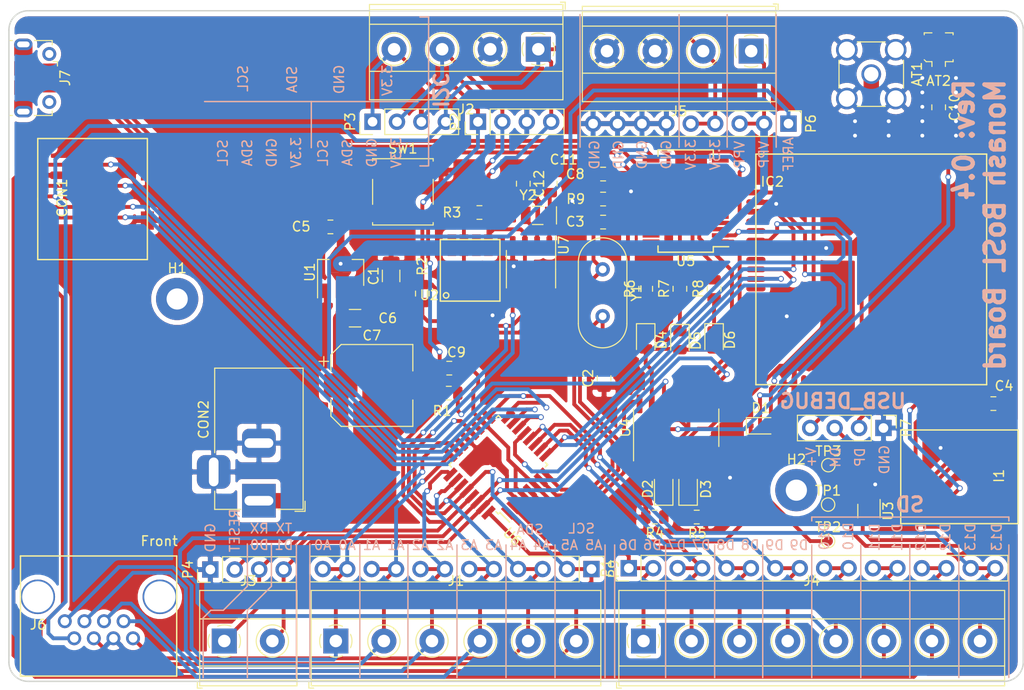
<source format=kicad_pcb>
(kicad_pcb (version 20171130) (host pcbnew "(5.1.5)-3")
  (title_block (title "Monash BoSL Board") (date 2020-04-16) (rev 0.4))
  (layers (0 F.Cu signal) (31 B.Cu signal) (34 B.Paste user) (35 F.Paste user) (36 B.SilkS user hide) (37 F.SilkS user) (38 B.Mask user) (39 F.Mask user) (44 Edge.Cuts user))
  (net 0 "")
  (net 1 GND)
  (net 2 "Net-(AT1-Pad1)")
  (net 3 V_3.3)
  (net 4 "Net-(C2-Pad2)")
  (net 5 "Net-(C3-Pad2)")
  (net 6 "Net-(C4-Pad2)")
  (net 7 VPP)
  (net 8 TLL_RST)
  (net 9 SD_MISO)
  (net 10 ONOFF_PIN)
  (net 11 "Net-(D1-Pad2)")
  (net 12 "Net-(D2-Pad2)")
  (net 13 "Net-(D3-Pad1)")
  (net 14 "Net-(D3-Pad2)")
  (net 15 "Net-(D4-Pad1)")
  (net 16 "Net-(D5-Pad1)")
  (net 17 USB_V)
  (net 18 "Net-(D6-Pad1)")
  (net 19 "Net-(I1-Pad6)")
  (net 20 "Net-(I1-Pad2)")
  (net 21 "Net-(I1-Pad3)")
  (net 22 TLL_RX)
  (net 23 SD_CS)
  (net 24 TLL_TX)
  (net 25 SD_MOSI)
  (net 26 RX)
  (net 27 TX)
  (net 28 SD_SCLK)
  (net 29 A0)
  (net 30 A1)
  (net 31 A2)
  (net 32 DTR)
  (net 33 A3)
  (net 34 D7)
  (net 35 SDA)
  (net 36 SCL)
  (net 37 "Net-(IC2-Pad6)")
  (net 38 "Net-(IC2-Pad23)")
  (net 39 /DP)
  (net 40 /DM)
  (net 41 NETLIGHT)
  (net 42 PWR_STAT)
  (net 43 AREF)
  (net 44 D6)
  (net 45 USB_DM)
  (net 46 USB_DP)
  (net 47 "Net-(C9-Pad2)")
  (net 48 "Net-(D2-Pad1)")
  (net 49 AND_RX)
  (net 50 AND_TX)
  (net 51 /USB_VBUS)
  (net 52 TTL_3.3V)
  (net 53 "Net-(R7-Pad2)")
  (net 54 "Net-(R8-Pad2)")
  (net 55 "Net-(AT2-Pad1)")
  (net 56 "Net-(C10-Pad2)")
  (net 57 "Net-(C11-Pad2)")
  (net 58 "Net-(C12-Pad2)")
  (net 59 "Net-(CON1-Pad8)")
  (net 60 "Net-(CON1-Pad1)")
  (net 61 "Net-(I1-Pad5)")
  (net 62 "Net-(IC2-Pad68)")
  (net 63 "Net-(IC2-Pad67)")
  (net 64 "Net-(IC2-Pad51)")
  (net 65 "Net-(IC2-Pad50)")
  (net 66 "Net-(IC2-Pad49)")
  (net 67 "Net-(IC2-Pad48)")
  (net 68 "Net-(IC2-Pad47)")
  (net 69 "Net-(IC2-Pad44)")
  (net 70 "Net-(IC2-Pad43)")
  (net 71 "Net-(IC2-Pad42)")
  (net 72 "Net-(IC2-Pad41)")
  (net 73 "Net-(IC2-Pad40)")
  (net 74 "Net-(IC2-Pad38)")
  (net 75 "Net-(IC2-Pad37)")
  (net 76 "Net-(IC2-Pad36)")
  (net 77 "Net-(IC2-Pad35)")
  (net 78 "Net-(IC2-Pad34)")
  (net 79 "Net-(IC2-Pad26)")
  (net 80 "Net-(IC2-Pad22)")
  (net 81 "Net-(IC2-Pad21)")
  (net 82 "Net-(IC2-Pad20)")
  (net 83 "Net-(IC2-Pad19)")
  (net 84 "Net-(IC2-Pad11)")
  (net 85 "Net-(IC2-Pad16)")
  (net 86 "Net-(IC2-Pad15)")
  (net 87 "Net-(IC2-Pad14)")
  (net 88 "Net-(IC2-Pad13)")
  (net 89 "Net-(IC2-Pad12)")
  (net 90 "Net-(IC2-Pad8)")
  (net 91 "Net-(IC2-Pad7)")
  (net 92 "Net-(IC2-Pad5)")
  (net 93 "Net-(IC2-Pad4)")
  (net 94 D3)
  (net 95 D2)
  (net 96 "Net-(J7-Pad4)")
  (net 97 "Net-(U2-Pad4)")
  (net 98 "Net-(U2-Pad8)")
  (net 99 "Net-(U5-Pad3)")
  (net 100 "Net-(U5-Pad6)")
  (net 101 "Net-(U5-Pad8)")
  (net 102 "Net-(U5-Pad9)")
  (net 103 "Net-(U5-Pad10)")
  (net 104 "Net-(U5-Pad11)")
  (net 105 "Net-(U5-Pad12)")
  (net 106 "Net-(U5-Pad13)")
  (net 107 "Net-(U5-Pad14)")
  (net 108 "Net-(U5-Pad19)")
  (net 109 "Net-(U5-Pad24)")
  (net 110 "Net-(U5-Pad27)")
  (net 111 "Net-(U5-Pad28)")
  (net 112 "Net-(U6-Pad22)")
  (net 113 "Net-(U6-Pad19)")
  (net 114 "Net-(U7-Pad7)")
  (net 115 "Net-(J7-Pad6)")
  (module Crystal:Crystal_HC49-4H_Vertical (layer F.Cu) (at 148.75 89.92 270)
    (fp_text reference Y1 (at 2.44 -3.525 90) (layer F.SilkS))
    (fp_text value "8 MHz")
    (pad 2 thru_hole circle (at 4.88 0 270) (size 1.5 1.5) (drill 0.8) (layers *.Cu *.Mask) (net 4 "Net-(C2-Pad2)"))
    (pad 1 thru_hole circle (at 0 0 270) (size 1.5 1.5) (drill 0.8) (layers *.Cu *.Mask) (net 5 "Net-(C3-Pad2)"))
  )
  (module Package_SO:SSOP-28_5.3x10.2mm_P0.65mm (layer F.Cu) (at 157.386 82.808 180)
    (fp_text reference U5 (at 0 -6.25) (layer F.SilkS))
    (fp_text value FT232RL)
    (pad 28 smd rect (at 3.6 -4.225 180) (size 1.75 0.45) (layers F.Cu F.Paste F.Mask) (net 111 "Net-(U5-Pad28)"))
    (pad 27 smd rect (at 3.6 -3.575 180) (size 1.75 0.45) (layers F.Cu F.Paste F.Mask) (net 110 "Net-(U5-Pad27)"))
    (pad 26 smd rect (at 3.6 -2.925 180) (size 1.75 0.45) (layers F.Cu F.Paste F.Mask) (net 1 GND))
    (pad 25 smd rect (at 3.6 -2.275 180) (size 1.75 0.45) (layers F.Cu F.Paste F.Mask) (net 1 GND))
    (pad 24 smd rect (at 3.6 -1.625 180) (size 1.75 0.45) (layers F.Cu F.Paste F.Mask) (net 109 "Net-(U5-Pad24)"))
    (pad 23 smd rect (at 3.6 -0.975 180) (size 1.75 0.45) (layers F.Cu F.Paste F.Mask) (net 53 "Net-(R7-Pad2)"))
    (pad 22 smd rect (at 3.6 -0.325 180) (size 1.75 0.45) (layers F.Cu F.Paste F.Mask) (net 54 "Net-(R8-Pad2)"))
    (pad 21 smd rect (at 3.6 0.325 180) (size 1.75 0.45) (layers F.Cu F.Paste F.Mask) (net 1 GND))
    (pad 20 smd rect (at 3.6 0.975 180) (size 1.75 0.45) (layers F.Cu F.Paste F.Mask) (net 17 USB_V))
    (pad 19 smd rect (at 3.6 1.625 180) (size 1.75 0.45) (layers F.Cu F.Paste F.Mask) (net 108 "Net-(U5-Pad19)"))
    (pad 18 smd rect (at 3.6 2.275 180) (size 1.75 0.45) (layers F.Cu F.Paste F.Mask) (net 1 GND))
    (pad 17 smd rect (at 3.6 2.925 180) (size 1.75 0.45) (layers F.Cu F.Paste F.Mask) (net 52 TTL_3.3V))
    (pad 16 smd rect (at 3.6 3.575 180) (size 1.75 0.45) (layers F.Cu F.Paste F.Mask) (net 45 USB_DM))
    (pad 15 smd rect (at 3.6 4.225 180) (size 1.75 0.45) (layers F.Cu F.Paste F.Mask) (net 46 USB_DP))
    (pad 14 smd rect (at -3.6 4.225 180) (size 1.75 0.45) (layers F.Cu F.Paste F.Mask) (net 107 "Net-(U5-Pad14)"))
    (pad 13 smd rect (at -3.6 3.575 180) (size 1.75 0.45) (layers F.Cu F.Paste F.Mask) (net 106 "Net-(U5-Pad13)"))
    (pad 12 smd rect (at -3.6 2.925 180) (size 1.75 0.45) (layers F.Cu F.Paste F.Mask) (net 105 "Net-(U5-Pad12)"))
    (pad 11 smd rect (at -3.6 2.275 180) (size 1.75 0.45) (layers F.Cu F.Paste F.Mask) (net 104 "Net-(U5-Pad11)"))
    (pad 10 smd rect (at -3.6 1.625 180) (size 1.75 0.45) (layers F.Cu F.Paste F.Mask) (net 103 "Net-(U5-Pad10)"))
    (pad 9 smd rect (at -3.6 0.975 180) (size 1.75 0.45) (layers F.Cu F.Paste F.Mask) (net 102 "Net-(U5-Pad9)"))
    (pad 8 smd rect (at -3.6 0.325 180) (size 1.75 0.45) (layers F.Cu F.Paste F.Mask) (net 101 "Net-(U5-Pad8)"))
    (pad 7 smd rect (at -3.6 -0.325 180) (size 1.75 0.45) (layers F.Cu F.Paste F.Mask) (net 1 GND))
    (pad 6 smd rect (at -3.6 -0.975 180) (size 1.75 0.45) (layers F.Cu F.Paste F.Mask) (net 100 "Net-(U5-Pad6)"))
    (pad 5 smd rect (at -3.6 -1.625 180) (size 1.75 0.45) (layers F.Cu F.Paste F.Mask) (net 50 AND_TX))
    (pad 4 smd rect (at -3.6 -2.275 180) (size 1.75 0.45) (layers F.Cu F.Paste F.Mask) (net 52 TTL_3.3V))
    (pad 3 smd rect (at -3.6 -2.925 180) (size 1.75 0.45) (layers F.Cu F.Paste F.Mask) (net 99 "Net-(U5-Pad3)"))
    (pad 2 smd rect (at -3.6 -3.575 180) (size 1.75 0.45) (layers F.Cu F.Paste F.Mask) (net 47 "Net-(C9-Pad2)"))
    (pad 1 smd rect (at -3.6 -4.225 180) (size 1.75 0.45) (layers F.Cu F.Paste F.Mask) (net 49 AND_RX))
  )
  (module Package_SO:SOIC-14_3.9x8.7mm_P1.27mm (layer F.Cu) (at 156.4 106.4 90)
    (fp_text reference U4 (at 0 -5.28 90) (layer F.SilkS))
    (fp_text value 74HC126)
    (pad 14 smd roundrect (at 2.475 -3.81 90) (size 1.95 0.6) (layers F.Cu F.Paste F.Mask) (net 3 V_3.3))
    (pad 13 smd roundrect (at 2.475 -2.54 90) (size 1.95 0.6) (layers F.Cu F.Paste F.Mask) (net 52 TTL_3.3V))
    (pad 12 smd roundrect (at 2.475 -1.27 90) (size 1.95 0.6) (layers F.Cu F.Paste F.Mask) (net 24 TLL_TX))
    (pad 11 smd roundrect (at 2.475 0 90) (size 1.95 0.6) (layers F.Cu F.Paste F.Mask) (net 50 AND_TX))
    (pad 10 smd roundrect (at 2.475 1.27 90) (size 1.95 0.6) (layers F.Cu F.Paste F.Mask) (net 52 TTL_3.3V))
    (pad 9 smd roundrect (at 2.475 2.54 90) (size 1.95 0.6) (layers F.Cu F.Paste F.Mask) (net 49 AND_RX))
    (pad 8 smd roundrect (at 2.475 3.81 90) (size 1.95 0.6) (layers F.Cu F.Paste F.Mask) (net 22 TLL_RX))
    (pad 7 smd roundrect (at -2.475 3.81 90) (size 1.95 0.6) (layers F.Cu F.Paste F.Mask) (net 1 GND))
    (pad 6 smd roundrect (at -2.475 2.54 90) (size 1.95 0.6) (layers F.Cu F.Paste F.Mask) (net 14 "Net-(D3-Pad2)"))
    (pad 5 smd roundrect (at -2.475 1.27 90) (size 1.95 0.6) (layers F.Cu F.Paste F.Mask) (net 42 PWR_STAT))
    (pad 4 smd roundrect (at -2.475 0 90) (size 1.95 0.6) (layers F.Cu F.Paste F.Mask) (net 52 TTL_3.3V))
    (pad 3 smd roundrect (at -2.475 -1.27 90) (size 1.95 0.6) (layers F.Cu F.Paste F.Mask) (net 12 "Net-(D2-Pad2)"))
    (pad 2 smd roundrect (at -2.475 -2.54 90) (size 1.95 0.6) (layers F.Cu F.Paste F.Mask) (net 41 NETLIGHT))
    (pad 1 smd roundrect (at -2.475 -3.81 90) (size 1.95 0.6) (layers F.Cu F.Paste F.Mask) (net 52 TTL_3.3V))
  )
  (module Package_TO_SOT_SMD:SOT-353_SC-70-5 (layer F.Cu) (at 176.45 115.07 270)
    (fp_text reference U3 (at 0 -2 90) (layer F.SilkS))
    (fp_text value MSQA6V1W5T2G)
    (pad 5 smd rect (at 0.95 -0.65 270) (size 0.65 0.4) (layers F.Cu F.Paste F.Mask) (net 6 "Net-(C4-Pad2)"))
    (pad 4 smd rect (at 0.95 0.65 270) (size 0.65 0.4) (layers F.Cu F.Paste F.Mask) (net 19 "Net-(I1-Pad6)"))
    (pad 2 smd rect (at -0.95 0 270) (size 0.65 0.4) (layers F.Cu F.Paste F.Mask) (net 1 GND))
    (pad 3 smd rect (at -0.95 0.65 270) (size 0.65 0.4) (layers F.Cu F.Paste F.Mask) (net 21 "Net-(I1-Pad3)"))
    (pad 1 smd rect (at -0.95 -0.65 270) (size 0.65 0.4) (layers F.Cu F.Paste F.Mask) (net 20 "Net-(I1-Pad2)"))
  )
  (module Package_TO_SOT_SMD:SOT-89-3 (layer F.Cu) (at 121.5 90.6665 90)
    (fp_text reference U1 (at 0.45 -3.2 90) (layer F.SilkS))
    (fp_text value MCP1700T-3302E/TT)
    (pad 2 smd trapezoid (at -0.0762 0 180) (size 1.5 1) (rect_delta 0 0.7) (layers F.Cu F.Paste F.Mask) (net 7 VPP))
    (pad 2 smd rect (at 1.3335 0) (size 2.2 1.84) (layers F.Cu F.Paste F.Mask) (net 7 VPP))
    (pad 3 smd rect (at -1.48 1.5) (size 1 1.5) (layers F.Cu F.Paste F.Mask) (net 3 V_3.3))
    (pad 2 smd rect (at -1.3335 0) (size 1 1.8) (layers F.Cu F.Paste F.Mask) (net 7 VPP))
    (pad 1 smd rect (at -1.48 -1.5) (size 1 1.5) (layers F.Cu F.Paste F.Mask) (net 1 GND))
    (pad 2 smd trapezoid (at 2.667 0) (size 1.6 0.85) (rect_delta 0 0.6) (layers F.Cu F.Paste F.Mask) (net 7 VPP))
  )
  (module TestPoint:TestPoint_Pad_D1.0mm (layer F.Cu) (at 172.226 110.294)
    (fp_text reference TP3 (at 0 -1.448) (layer F.SilkS))
    (fp_text value TEST)
    (pad 1 smd circle (at 0 0) (size 1 1) (layers F.Cu F.Mask) (net 38 "Net-(IC2-Pad23)"))
  )
  (module TestPoint:TestPoint_Pad_D1.0mm (layer F.Cu) (at 172.2 118.2)
    (fp_text reference TP2 (at 0 -1.448) (layer F.SilkS))
    (fp_text value TEST)
    (pad 1 smd circle (at 0 0) (size 1 1) (layers F.Cu F.Mask) (net 37 "Net-(IC2-Pad6)"))
  )
  (module TestPoint:TestPoint_Pad_D1.0mm (layer F.Cu) (at 172.2 114.4)
    (fp_text reference TP1 (at 0 -1.448) (layer F.SilkS))
    (fp_text value TEST)
    (pad 1 smd circle (at 0 0) (size 1 1) (layers F.Cu F.Mask) (net 11 "Net-(D1-Pad2)"))
  )
  (module Button_Switch_SMD:SW_SPST_B3S-1000 (layer F.Cu) (at 127.975 81.85)
    (fp_text reference SW1 (at 0 -4.5) (layer F.SilkS))
    (fp_text value SPST)
    (pad 2 smd rect (at 3.975 2.25) (size 1.55 1.3) (layers F.Cu F.Paste F.Mask) (net 8 TLL_RST))
    (pad 2 smd rect (at -3.975 2.25) (size 1.55 1.3) (layers F.Cu F.Paste F.Mask))
    (pad 1 smd rect (at 3.975 -2.25) (size 1.55 1.3) (layers F.Cu F.Paste F.Mask) (net 1 GND))
    (pad 1 smd rect (at -3.975 -2.25) (size 1.55 1.3) (layers F.Cu F.Paste F.Mask) (net 1 GND))
  )
  (module Connector_PinHeader_2.54mm:PinHeader_1x12_P2.54mm_Vertical (layer F.Cu) (at 147.586 121.112 270)
    (fp_text reference P9 (at 0 -2.33 90) (layer F.SilkS))
    (fp_text value CONN_01X12)
    (pad 12 thru_hole oval (at 0 27.94 270) (size 1.7 1.7) (drill 1) (layers *.Cu *.Mask) (net 29 A0))
    (pad 11 thru_hole oval (at 0 25.4 270) (size 1.7 1.7) (drill 1) (layers *.Cu *.Mask) (net 29 A0))
    (pad 10 thru_hole oval (at 0 22.86 270) (size 1.7 1.7) (drill 1) (layers *.Cu *.Mask) (net 30 A1))
    (pad 9 thru_hole oval (at 0 20.32 270) (size 1.7 1.7) (drill 1) (layers *.Cu *.Mask) (net 30 A1))
    (pad 8 thru_hole oval (at 0 17.78 270) (size 1.7 1.7) (drill 1) (layers *.Cu *.Mask) (net 31 A2))
    (pad 7 thru_hole oval (at 0 15.24 270) (size 1.7 1.7) (drill 1) (layers *.Cu *.Mask) (net 31 A2))
    (pad 6 thru_hole oval (at 0 12.7 270) (size 1.7 1.7) (drill 1) (layers *.Cu *.Mask) (net 33 A3))
    (pad 5 thru_hole oval (at 0 10.16 270) (size 1.7 1.7) (drill 1) (layers *.Cu *.Mask) (net 33 A3))
    (pad 4 thru_hole oval (at 0 7.62 270) (size 1.7 1.7) (drill 1) (layers *.Cu *.Mask) (net 35 SDA))
    (pad 3 thru_hole oval (at 0 5.08 270) (size 1.7 1.7) (drill 1) (layers *.Cu *.Mask) (net 35 SDA))
    (pad 2 thru_hole oval (at 0 2.54 270) (size 1.7 1.7) (drill 1) (layers *.Cu *.Mask) (net 36 SCL))
    (pad 1 thru_hole rect (at 0 0 270) (size 1.7 1.7) (drill 1) (layers *.Cu *.Mask) (net 36 SCL))
  )
  (module Connector_PinHeader_2.54mm:PinHeader_1x04_P2.54mm_Vertical (layer F.Cu) (at 177.96 106.43 270)
    (fp_text reference P7 (at 0 -2.33 90) (layer F.SilkS))
    (fp_text value CONN_01X04)
    (pad 4 thru_hole oval (at 0 7.62 270) (size 1.7 1.7) (drill 1) (layers *.Cu *.Mask) (net 51 /USB_VBUS))
    (pad 3 thru_hole oval (at 0 5.08 270) (size 1.7 1.7) (drill 1) (layers *.Cu *.Mask) (net 40 /DM))
    (pad 2 thru_hole oval (at 0 2.54 270) (size 1.7 1.7) (drill 1) (layers *.Cu *.Mask) (net 39 /DP))
    (pad 1 thru_hole rect (at 0 0 270) (size 1.7 1.7) (drill 1) (layers *.Cu *.Mask) (net 1 GND))
  )
  (module Connector_PinHeader_2.54mm:PinHeader_1x09_P2.54mm_Vertical (layer F.Cu) (at 168.08 74.75 270)
    (fp_text reference P6 (at 0 -2.33 90) (layer F.SilkS))
    (fp_text value CONN_01X09)
    (pad 9 thru_hole oval (at 0 20.32 270) (size 1.7 1.7) (drill 1) (layers *.Cu *.Mask) (net 1 GND))
    (pad 8 thru_hole oval (at 0 17.78 270) (size 1.7 1.7) (drill 1) (layers *.Cu *.Mask) (net 1 GND))
    (pad 7 thru_hole oval (at 0 15.24 270) (size 1.7 1.7) (drill 1) (layers *.Cu *.Mask) (net 1 GND))
    (pad 6 thru_hole oval (at 0 12.7 270) (size 1.7 1.7) (drill 1) (layers *.Cu *.Mask) (net 1 GND))
    (pad 5 thru_hole oval (at 0 10.16 270) (size 1.7 1.7) (drill 1) (layers *.Cu *.Mask) (net 3 V_3.3))
    (pad 4 thru_hole oval (at 0 7.62 270) (size 1.7 1.7) (drill 1) (layers *.Cu *.Mask) (net 3 V_3.3))
    (pad 3 thru_hole oval (at 0 5.08 270) (size 1.7 1.7) (drill 1) (layers *.Cu *.Mask) (net 7 VPP))
    (pad 2 thru_hole oval (at 0 2.54 270) (size 1.7 1.7) (drill 1) (layers *.Cu *.Mask) (net 7 VPP))
    (pad 1 thru_hole rect (at 0 0 270) (size 1.7 1.7) (drill 1) (layers *.Cu *.Mask) (net 43 AREF))
  )
  (module Connector_PinHeader_2.54mm:PinHeader_1x04_P2.54mm_Vertical (layer F.Cu) (at 107.95 121.158 90)
    (fp_text reference P4 (at 0 -2.33 90) (layer F.SilkS))
    (fp_text value CONN_01X04)
    (pad 4 thru_hole oval (at 0 7.62 90) (size 1.7 1.7) (drill 1) (layers *.Cu *.Mask) (net 24 TLL_TX))
    (pad 3 thru_hole oval (at 0 5.08 90) (size 1.7 1.7) (drill 1) (layers *.Cu *.Mask) (net 22 TLL_RX))
    (pad 2 thru_hole oval (at 0 2.54 90) (size 1.7 1.7) (drill 1) (layers *.Cu *.Mask) (net 8 TLL_RST))
    (pad 1 thru_hole rect (at 0 0 90) (size 1.7 1.7) (drill 1) (layers *.Cu *.Mask) (net 1 GND))
  )
  (module Connector_PinHeader_2.54mm:PinHeader_1x04_P2.54mm_Vertical (layer F.Cu) (at 124.82 74.557 90)
    (fp_text reference P3 (at 0 -2.33 90) (layer F.SilkS))
    (fp_text value CONN_01X04)
    (pad 1 thru_hole rect (at 0 0 90) (size 1.7 1.7) (drill 1) (layers *.Cu *.Mask) (net 36 SCL))
    (pad 2 thru_hole oval (at 0 2.54 90) (size 1.7 1.7) (drill 1) (layers *.Cu *.Mask) (net 35 SDA))
    (pad 3 thru_hole oval (at 0 5.08 90) (size 1.7 1.7) (drill 1) (layers *.Cu *.Mask) (net 1 GND))
    (pad 4 thru_hole oval (at 0 7.62 90) (size 1.7 1.7) (drill 1) (layers *.Cu *.Mask) (net 3 V_3.3))
  )
  (module Connector_PinHeader_2.54mm:PinHeader_1x04_P2.54mm_Vertical (layer F.Cu) (at 135.782 74.557 90)
    (fp_text reference P2 (at 0 -2.33 90) (layer F.SilkS))
    (fp_text value CONN_01X04)
    (pad 1 thru_hole rect (at 0 0 90) (size 1.7 1.7) (drill 1) (layers *.Cu *.Mask) (net 36 SCL))
    (pad 2 thru_hole oval (at 0 2.54 90) (size 1.7 1.7) (drill 1) (layers *.Cu *.Mask) (net 35 SDA))
    (pad 3 thru_hole oval (at 0 5.08 90) (size 1.7 1.7) (drill 1) (layers *.Cu *.Mask) (net 1 GND))
    (pad 4 thru_hole oval (at 0 7.62 90) (size 1.7 1.7) (drill 1) (layers *.Cu *.Mask) (net 3 V_3.3))
  )
  (module Connector_PinHeader_2.54mm:PinHeader_1x16_P2.54mm_Vertical (layer F.Cu) (at 151.47 121.02 90)
    (fp_text reference P1 (at 0 -2.33 90) (layer F.SilkS))
    (fp_text value CONN_01X16)
    (pad 16 thru_hole oval (at 0 38.1 90) (size 1.7 1.7) (drill 1) (layers *.Cu *.Mask) (net 28 SD_SCLK))
    (pad 15 thru_hole oval (at 0 35.56 90) (size 1.7 1.7) (drill 1) (layers *.Cu *.Mask) (net 28 SD_SCLK))
    (pad 14 thru_hole oval (at 0 33.02 90) (size 1.7 1.7) (drill 1) (layers *.Cu *.Mask) (net 9 SD_MISO))
    (pad 13 thru_hole oval (at 0 30.48 90) (size 1.7 1.7) (drill 1) (layers *.Cu *.Mask) (net 9 SD_MISO))
    (pad 12 thru_hole oval (at 0 27.94 90) (size 1.7 1.7) (drill 1) (layers *.Cu *.Mask) (net 25 SD_MOSI))
    (pad 11 thru_hole oval (at 0 25.4 90) (size 1.7 1.7) (drill 1) (layers *.Cu *.Mask) (net 25 SD_MOSI))
    (pad 10 thru_hole oval (at 0 22.86 90) (size 1.7 1.7) (drill 1) (layers *.Cu *.Mask) (net 23 SD_CS))
    (pad 9 thru_hole oval (at 0 20.32 90) (size 1.7 1.7) (drill 1) (layers *.Cu *.Mask) (net 23 SD_CS))
    (pad 8 thru_hole oval (at 0 17.78 90) (size 1.7 1.7) (drill 1) (layers *.Cu *.Mask) (net 34 D7))
    (pad 7 thru_hole oval (at 0 15.24 90) (size 1.7 1.7) (drill 1) (layers *.Cu *.Mask) (net 34 D7))
    (pad 6 thru_hole oval (at 0 12.7 90) (size 1.7 1.7) (drill 1) (layers *.Cu *.Mask) (net 44 D6))
    (pad 5 thru_hole oval (at 0 10.16 90) (size 1.7 1.7) (drill 1) (layers *.Cu *.Mask) (net 44 D6))
    (pad 4 thru_hole oval (at 0 7.62 90) (size 1.7 1.7) (drill 1) (layers *.Cu *.Mask) (net 94 D3))
    (pad 3 thru_hole oval (at 0 5.08 90) (size 1.7 1.7) (drill 1) (layers *.Cu *.Mask) (net 94 D3))
    (pad 2 thru_hole oval (at 0 2.54 90) (size 1.7 1.7) (drill 1) (layers *.Cu *.Mask) (net 95 D2))
    (pad 1 thru_hole rect (at 0 0 90) (size 1.7 1.7) (drill 1) (layers *.Cu *.Mask) (net 95 D2))
  )
  (module TerminalBlock_Phoenix:TerminalBlock_Phoenix_MKDS-1,5-4_1x04_P5.00mm_Horizontal (layer F.Cu) (at 164.2 67.2 180)
    (fp_text reference J5 (at 7.5 -6.26) (layer F.SilkS))
    (fp_text value Screw_Terminal_1x04)
    (pad 4 thru_hole circle (at 15 0 180) (size 2.6 2.6) (drill 1.3) (layers *.Cu *.Mask) (net 1 GND))
    (pad 3 thru_hole circle (at 10 0 180) (size 2.6 2.6) (drill 1.3) (layers *.Cu *.Mask) (net 1 GND))
    (pad 2 thru_hole circle (at 5 0 180) (size 2.6 2.6) (drill 1.3) (layers *.Cu *.Mask) (net 3 V_3.3))
    (pad 1 thru_hole rect (at 0 0 180) (size 2.6 2.6) (drill 1.3) (layers *.Cu *.Mask) (net 7 VPP))
  )
  (module TerminalBlock_Phoenix:TerminalBlock_Phoenix_MKDS-1,5-8_1x08_P5.00mm_Horizontal (layer F.Cu) (at 153 128.6)
    (fp_text reference J4 (at 17.5 -6.26) (layer F.SilkS))
    (fp_text value Screw_Terminal_1x08)
    (pad 8 thru_hole circle (at 35 0) (size 2.6 2.6) (drill 1.3) (layers *.Cu *.Mask) (net 28 SD_SCLK))
    (pad 7 thru_hole circle (at 30 0) (size 2.6 2.6) (drill 1.3) (layers *.Cu *.Mask) (net 9 SD_MISO))
    (pad 6 thru_hole circle (at 25 0) (size 2.6 2.6) (drill 1.3) (layers *.Cu *.Mask) (net 25 SD_MOSI))
    (pad 5 thru_hole circle (at 20 0) (size 2.6 2.6) (drill 1.3) (layers *.Cu *.Mask) (net 23 SD_CS))
    (pad 4 thru_hole circle (at 15 0) (size 2.6 2.6) (drill 1.3) (layers *.Cu *.Mask) (net 34 D7))
    (pad 3 thru_hole circle (at 10 0) (size 2.6 2.6) (drill 1.3) (layers *.Cu *.Mask) (net 44 D6))
    (pad 2 thru_hole circle (at 5 0) (size 2.6 2.6) (drill 1.3) (layers *.Cu *.Mask) (net 94 D3))
    (pad 1 thru_hole rect (at 0 0) (size 2.6 2.6) (drill 1.3) (layers *.Cu *.Mask) (net 95 D2))
  )
  (module TerminalBlock_Phoenix:TerminalBlock_Phoenix_MKDS-1,5-2_1x02_P5.00mm_Horizontal (layer F.Cu) (at 109.4 128.6)
    (fp_text reference J3 (at 2.5 -6.26) (layer F.SilkS))
    (fp_text value Screw_Terminal_1x02)
    (pad 2 thru_hole circle (at 5 0) (size 2.6 2.6) (drill 1.3) (layers *.Cu *.Mask) (net 24 TLL_TX))
    (pad 1 thru_hole rect (at 0 0) (size 2.6 2.6) (drill 1.3) (layers *.Cu *.Mask) (net 22 TLL_RX))
  )
  (module TerminalBlock_Phoenix:TerminalBlock_Phoenix_MKDS-1,5-4_1x04_P5.00mm_Horizontal (layer F.Cu) (at 142.06 67.007 180)
    (fp_text reference J2 (at 7.5 -6.26) (layer F.SilkS))
    (fp_text value Screw_Terminal_1x04)
    (pad 1 thru_hole rect (at 0 0 180) (size 2.6 2.6) (drill 1.3) (layers *.Cu *.Mask) (net 3 V_3.3))
    (pad 2 thru_hole circle (at 5 0 180) (size 2.6 2.6) (drill 1.3) (layers *.Cu *.Mask) (net 1 GND))
    (pad 3 thru_hole circle (at 10 0 180) (size 2.6 2.6) (drill 1.3) (layers *.Cu *.Mask) (net 35 SDA))
    (pad 4 thru_hole circle (at 15 0 180) (size 2.6 2.6) (drill 1.3) (layers *.Cu *.Mask) (net 36 SCL))
  )
  (module TerminalBlock_Phoenix:TerminalBlock_Phoenix_MKDS-1,5-6_1x06_P5.00mm_Horizontal (layer F.Cu) (at 121 128.6)
    (fp_text reference J1 (at 12.5 -6.26) (layer F.SilkS))
    (fp_text value Screw_Terminal_1x06)
    (pad 6 thru_hole circle (at 25 0) (size 2.6 2.6) (drill 1.3) (layers *.Cu *.Mask) (net 36 SCL))
    (pad 5 thru_hole circle (at 20 0) (size 2.6 2.6) (drill 1.3) (layers *.Cu *.Mask) (net 35 SDA))
    (pad 4 thru_hole circle (at 15 0) (size 2.6 2.6) (drill 1.3) (layers *.Cu *.Mask) (net 33 A3))
    (pad 3 thru_hole circle (at 10 0) (size 2.6 2.6) (drill 1.3) (layers *.Cu *.Mask) (net 31 A2))
    (pad 2 thru_hole circle (at 5 0) (size 2.6 2.6) (drill 1.3) (layers *.Cu *.Mask) (net 30 A1))
    (pad 1 thru_hole rect (at 0 0) (size 2.6 2.6) (drill 1.3) (layers *.Cu *.Mask) (net 29 A0))
  )
  (module MountingHole:MountingHole_2.2mm_M2_Pad (layer F.Cu) (at 168.9 112.9)
    (fp_text reference H2 (at 0 -3.2) (layer F.SilkS))
    (fp_text value MountingHole)
    (pad 1 thru_hole circle (at 0 0) (size 4.4 4.4) (drill 2.2) (layers *.Cu *.Mask))
  )
  (module MountingHole:MountingHole_2.2mm_M2_Pad (layer F.Cu) (at 104.5 93)
    (fp_text reference H1 (at 0 -3.2) (layer F.SilkS))
    (fp_text value MountingHole)
    (pad 1 thru_hole circle (at 0 0) (size 4.4 4.4) (drill 2.2) (layers *.Cu *.Mask))
  )
  (module Diode_SMD:D_SOD-323 (layer F.Cu) (at 165.2 106.2)
    (fp_text reference D1 (at 0 -1.85) (layer F.SilkS))
    (fp_text value 1N4148)
    (pad 2 smd rect (at 1.05 0) (size 0.6 0.45) (layers F.Cu F.Paste F.Mask) (net 11 "Net-(D1-Pad2)"))
    (pad 1 smd rect (at -1.05 0) (size 0.6 0.45) (layers F.Cu F.Paste F.Mask) (net 10 ONOFF_PIN))
  )
  (module Capacitor_SMD:CP_Elec_8x10 (layer F.Cu) (at 124.75 102)
    (fp_text reference C7 (at 0 -5.2) (layer F.SilkS))
    (fp_text value "330 μF")
    (pad 2 smd roundrect (at 3.25 0) (size 3.5 2.5) (layers F.Cu F.Paste F.Mask) (roundrect_rratio 0.1) (net 1 GND))
    (pad 1 smd roundrect (at -3.25 0) (size 3.5 2.5) (layers F.Cu F.Paste F.Mask) (roundrect_rratio 0.1) (net 7 VPP))
  )
  (module Connector_Coaxial:U.FL_Molex_MCRF_73412-0110_Vertical (layer F.Cu) (at 183.7 66.8)
    (fp_text reference AT2 (at 0 3.5) (layer F.SilkS))
    (fp_text value AT-GNSS)
    (pad 1 smd rect (at 0 1.5) (size 1 1) (layers F.Cu F.Paste F.Mask) (net 55 "Net-(AT2-Pad1)"))
    (pad 2 smd rect (at 0 -1.5) (size 1 1) (layers F.Cu F.Paste F.Mask) (net 1 GND))
    (pad 2 smd rect (at 1.475 0) (size 1.05 2.2) (layers F.Cu F.Paste F.Mask) (net 1 GND))
    (pad 2 smd rect (at -1.475 0) (size 1.05 2.2) (layers F.Cu F.Paste F.Mask) (net 1 GND))
  )
  (module Connector_Coaxial:SMA_Amphenol_901-144_Vertical (layer F.Cu) (at 176.69 69.6 270)
    (fp_text reference AT1 (at 0 -4.75 90) (layer F.SilkS))
    (fp_text value AT)
    (pad 2 thru_hole circle (at -2.54 2.54 270) (size 2.25 2.25) (drill 1.7) (layers *.Cu *.Mask) (net 1 GND))
    (pad 2 thru_hole circle (at -2.54 -2.54 270) (size 2.25 2.25) (drill 1.7) (layers *.Cu *.Mask) (net 1 GND))
    (pad 2 thru_hole circle (at 2.54 -2.54 270) (size 2.25 2.25) (drill 1.7) (layers *.Cu *.Mask) (net 1 GND))
    (pad 2 thru_hole circle (at 2.54 2.54 270) (size 2.25 2.25) (drill 1.7) (layers *.Cu *.Mask) (net 1 GND))
    (pad 1 thru_hole circle (at 0 0 270) (size 2.05 2.05) (drill 1.5) (layers *.Cu *.Mask) (net 2 "Net-(AT1-Pad1)"))
  )
  (module Connector_USB:USB_Micro-B_Molex-105017-0001 (layer F.Cu) (at 89.7375 70 270)
    (fp_text reference J7 (at 0 -3.1125 90) (layer F.SilkS))
    (fp_text value USB_B_Micro)
    (pad 6 smd rect (at -2.9 1.2375 270) (size 1.2 1.9) (layers F.Cu F.Mask))
    (pad 6 smd rect (at 2.9 1.2375 270) (size 1.2 1.9) (layers F.Cu F.Mask) (net 115 "Net-(J7-Pad6)"))
    (pad 6 thru_hole oval (at 3.5 1.2375 270) (size 1.2 1.9) (drill oval 0.6 1.3) (layers *.Cu *.Mask))
    (pad 6 thru_hole oval (at -3.5 1.2375 90) (size 1.2 1.9) (drill oval 0.6 1.3) (layers *.Cu *.Mask))
    (pad 6 smd rect (at -1 1.2375 270) (size 1.5 1.9) (layers F.Cu F.Paste F.Mask))
    (pad 6 thru_hole circle (at 2.5 -1.4625 270) (size 1.45 1.45) (drill 0.85) (layers *.Cu *.Mask))
    (pad 3 smd rect (at 0 -1.4625 270) (size 0.4 1.35) (layers F.Cu F.Paste F.Mask) (net 46 USB_DP))
    (pad 4 smd rect (at 0.65 -1.4625 270) (size 0.4 1.35) (layers F.Cu F.Paste F.Mask) (net 96 "Net-(J7-Pad4)"))
    (pad 5 smd rect (at 1.3 -1.4625 270) (size 0.4 1.35) (layers F.Cu F.Paste F.Mask) (net 1 GND))
    (pad 1 smd rect (at -1.3 -1.4625 270) (size 0.4 1.35) (layers F.Cu F.Paste F.Mask) (net 17 USB_V))
    (pad 2 smd rect (at -0.65 -1.4625 270) (size 0.4 1.35) (layers F.Cu F.Paste F.Mask) (net 45 USB_DM))
    (pad 6 thru_hole circle (at -2.5 -1.4625 270) (size 1.45 1.45) (drill 0.85) (layers *.Cu *.Mask))
    (pad 6 smd rect (at 1 1.2375 270) (size 1.5 1.9) (layers F.Cu F.Paste F.Mask))
  )
  (module Connector_BarrelJack:BarrelJack_Horizontal (layer F.Cu) (at 113 114 270)
    (fp_text reference CON2 (at -8.45 5.75 90) (layer F.SilkS))
    (fp_text value BARREL_JACK)
    (pad 3 thru_hole roundrect (at -3 4.7 270) (size 3.5 3.5) (drill oval 3 1) (layers *.Cu *.Mask) (net 1 GND))
    (pad 2 thru_hole roundrect (at -6 0 270) (size 3 3.5) (drill oval 1 3) (layers *.Cu *.Mask) (net 1 GND))
    (pad 1 thru_hole rect (at 0 0 270) (size 3.5 3.5) (drill oval 1 3) (layers *.Cu *.Mask) (net 7 VPP))
  )
  (module SIMFootprints:RJ_45 (layer F.Cu) (at 102.7 124 180)
    (fp_text reference J6 (at 12.67 -2.9 180) (layer F.SilkS))
    (fp_text value RJ45)
    (fp_text user Front (at 0.07 5.8 180) (layer F.SilkS))
    (pad 2 thru_hole circle (at 8.91 -4.318 180) (size 1.45 1.45) (drill 0.9) (layers *.Cu *.Mask) (net 3 V_3.3))
    (pad 4 thru_hole circle (at 6.87 -4.318 180) (size 1.45 1.45) (drill 0.9) (layers *.Cu *.Mask) (net 36 SCL))
    (pad 6 thru_hole circle (at 4.83 -4.318 180) (size 1.45 1.45) (drill 0.9) (layers *.Cu *.Mask) (net 1 GND))
    (pad 8 thru_hole circle (at 2.79 -4.318 180) (size 1.45 1.45) (drill 0.9) (layers *.Cu *.Mask) (net 35 SDA))
    (pad 1 thru_hole circle (at 9.89 -2.54 180) (size 1.45 1.45) (drill 0.9) (layers *.Cu *.Mask) (net 29 A0))
    (pad 7 thru_hole circle (at 3.77 -2.54 180) (size 1.45 1.45) (drill 0.9) (layers *.Cu *.Mask) (net 33 A3))
    (pad 3 thru_hole circle (at 7.85 -2.54 180) (size 1.45 1.45) (drill 0.9) (layers *.Cu *.Mask) (net 30 A1))
    (pad 5 thru_hole circle (at 5.81 -2.54 180) (size 1.45 1.45) (drill 0.9) (layers *.Cu *.Mask) (net 31 A2))
    (pad "" thru_hole circle (at 0 0 180) (size 3.6 3.6) (drill 3.25) (layers *.Cu *.Mask))
    (pad "" thru_hole circle (at 12.7 0 180) (size 3.6 3.6) (drill 3.25) (layers *.Cu *.Mask))
  )
  (module Resistor_SMD:R_0805_2012Metric (layer F.Cu) (at 148.8 82.6 180)
    (fp_text reference R9 (at 2.85 0) (layer F.SilkS))
    (fp_text value "10 kΩ")
    (pad 2 smd roundrect (at 0.9375 0 180) (size 0.975 1.4) (layers F.Cu F.Paste F.Mask) (net 1 GND))
    (pad 1 smd roundrect (at -0.9375 0 180) (size 0.975 1.4) (layers F.Cu F.Paste F.Mask) (net 52 TTL_3.3V))
  )
  (module Resistor_SMD:R_0805_2012Metric (layer F.Cu) (at 160.342 91.94 90)
    (fp_text reference R8 (at 0 -1.65 90) (layer F.SilkS))
    (fp_text value "3.3 kΩ")
    (pad 2 smd roundrect (at 0.9375 0 90) (size 0.975 1.4) (layers F.Cu F.Paste F.Mask) (net 54 "Net-(R8-Pad2)"))
    (pad 1 smd roundrect (at -0.9375 0 90) (size 0.975 1.4) (layers F.Cu F.Paste F.Mask) (net 18 "Net-(D6-Pad1)"))
  )
  (module Resistor_SMD:R_0805_2012Metric (layer F.Cu) (at 156.786 91.94 90)
    (fp_text reference R7 (at 0 -1.65 90) (layer F.SilkS))
    (fp_text value "3.3 kΩ")
    (pad 2 smd roundrect (at 0.9375 0 90) (size 0.975 1.4) (layers F.Cu F.Paste F.Mask) (net 53 "Net-(R7-Pad2)"))
    (pad 1 smd roundrect (at -0.9375 0 90) (size 0.975 1.4) (layers F.Cu F.Paste F.Mask) (net 16 "Net-(D5-Pad1)"))
  )
  (module Resistor_SMD:R_0805_2012Metric (layer F.Cu) (at 153.23 91.94 90)
    (fp_text reference R6 (at 0 -1.65 90) (layer F.SilkS))
    (fp_text value "3.3 kΩ")
    (pad 2 smd roundrect (at 0.9375 0 90) (size 0.975 1.4) (layers F.Cu F.Paste F.Mask) (net 1 GND))
    (pad 1 smd roundrect (at -0.9375 0 90) (size 0.975 1.4) (layers F.Cu F.Paste F.Mask) (net 15 "Net-(D4-Pad1)"))
  )
  (module Resistor_SMD:R_0805_2012Metric (layer F.Cu) (at 158.5375 115.697)
    (fp_text reference R5 (at 0.0625 1.7) (layer F.SilkS))
    (fp_text value "3.3 kΩ")
    (pad 2 smd roundrect (at 0.9375 0) (size 0.975 1.4) (layers F.Cu F.Paste F.Mask) (net 1 GND))
    (pad 1 smd roundrect (at -0.9375 0) (size 0.975 1.4) (layers F.Cu F.Paste F.Mask) (net 13 "Net-(D3-Pad1)"))
  )
  (module Resistor_SMD:R_0805_2012Metric (layer F.Cu) (at 154.178 115.697 180)
    (fp_text reference R4 (at 0 -1.65) (layer F.SilkS))
    (fp_text value "3.3 kΩ")
    (pad 2 smd roundrect (at 0.9375 0 180) (size 0.975 1.4) (layers F.Cu F.Paste F.Mask) (net 1 GND))
    (pad 1 smd roundrect (at -0.9375 0 180) (size 0.975 1.4) (layers F.Cu F.Paste F.Mask) (net 48 "Net-(D2-Pad1)"))
  )
  (module Resistor_SMD:R_0805_2012Metric (layer F.Cu) (at 135.9375 84 180)
    (fp_text reference R3 (at 2.8625 0) (layer F.SilkS))
    (fp_text value "10 kΩ")
    (pad 2 smd roundrect (at 0.9375 0 180) (size 0.975 1.4) (layers F.Cu F.Paste F.Mask) (net 35 SDA))
    (pad 1 smd roundrect (at -0.9375 0 180) (size 0.975 1.4) (layers F.Cu F.Paste F.Mask) (net 3 V_3.3))
  )
  (module Resistor_SMD:R_0805_2012Metric (layer F.Cu) (at 130 92.4375 90)
    (fp_text reference R2 (at 2.8375 0 90) (layer F.SilkS))
    (fp_text value "10 kΩ")
    (pad 2 smd roundrect (at 0.9375 0 90) (size 0.975 1.4) (layers F.Cu F.Paste F.Mask) (net 36 SCL))
    (pad 1 smd roundrect (at -0.9375 0 90) (size 0.975 1.4) (layers F.Cu F.Paste F.Mask) (net 3 V_3.3))
  )
  (module Resistor_SMD:R_0805_2012Metric (layer F.Cu) (at 132.8 100.2 180)
    (fp_text reference R1 (at 0.75 -4.45) (layer F.SilkS))
    (fp_text value "10 kΩ")
    (pad 2 smd roundrect (at 0.9375 0 180) (size 0.975 1.4) (layers F.Cu F.Paste F.Mask) (net 8 TLL_RST))
    (pad 1 smd roundrect (at -0.9375 0 180) (size 0.975 1.4) (layers F.Cu F.Paste F.Mask) (net 3 V_3.3))
  )
  (module LED_SMD:LED_0805_2012Metric (layer F.Cu) (at 160.342 97.26 270)
    (fp_text reference D6 (at 0 -1.65 90) (layer F.SilkS))
    (fp_text value LED)
    (pad 2 smd roundrect (at 0.9375 0 270) (size 0.975 1.4) (layers F.Cu F.Paste F.Mask) (net 52 TTL_3.3V))
    (pad 1 smd roundrect (at -0.9375 0 270) (size 0.975 1.4) (layers F.Cu F.Paste F.Mask) (net 18 "Net-(D6-Pad1)"))
  )
  (module LED_SMD:LED_0805_2012Metric (layer F.Cu) (at 156.786 97.34 270)
    (fp_text reference D5 (at 0 -1.65 90) (layer F.SilkS))
    (fp_text value LED)
    (pad 2 smd roundrect (at 0.9375 0 270) (size 0.975 1.4) (layers F.Cu F.Paste F.Mask) (net 52 TTL_3.3V))
    (pad 1 smd roundrect (at -0.9375 0 270) (size 0.975 1.4) (layers F.Cu F.Paste F.Mask) (net 16 "Net-(D5-Pad1)"))
  )
  (module LED_SMD:LED_0805_2012Metric (layer F.Cu) (at 153.23 97.26 270)
    (fp_text reference D4 (at 0 -1.65 90) (layer F.SilkS))
    (fp_text value LED)
    (pad 2 smd roundrect (at 0.9375 0 270) (size 0.975 1.4) (layers F.Cu F.Paste F.Mask) (net 52 TTL_3.3V))
    (pad 1 smd roundrect (at -0.9375 0 270) (size 0.975 1.4) (layers F.Cu F.Paste F.Mask) (net 15 "Net-(D4-Pad1)"))
  )
  (module LED_SMD:LED_0805_2012Metric (layer F.Cu) (at 157.64 112.78 90)
    (fp_text reference D3 (at -0.02 1.86 90) (layer F.SilkS))
    (fp_text value LED)
    (pad 2 smd roundrect (at 0.9375 0 90) (size 0.975 1.4) (layers F.Cu F.Paste F.Mask) (net 14 "Net-(D3-Pad2)"))
    (pad 1 smd roundrect (at -0.9375 0 90) (size 0.975 1.4) (layers F.Cu F.Paste F.Mask) (net 13 "Net-(D3-Pad1)"))
  )
  (module LED_SMD:LED_0805_2012Metric (layer F.Cu) (at 155.1 112.78 90)
    (fp_text reference D2 (at 0 -1.65 90) (layer F.SilkS))
    (fp_text value LED)
    (pad 2 smd roundrect (at 0.9375 0 90) (size 0.975 1.4) (layers F.Cu F.Paste F.Mask) (net 12 "Net-(D2-Pad2)"))
    (pad 1 smd roundrect (at -0.9375 0 90) (size 0.975 1.4) (layers F.Cu F.Paste F.Mask) (net 48 "Net-(D2-Pad1)"))
  )
  (module Capacitor_SMD:C_0805_2012Metric (layer F.Cu) (at 183.7 73.05 270)
    (fp_text reference C10 (at 0 -1.65 90) (layer F.SilkS))
    (fp_text value "33 pF")
    (pad 2 smd roundrect (at 0.9375 0 270) (size 0.975 1.4) (layers F.Cu F.Paste F.Mask) (net 56 "Net-(C10-Pad2)"))
    (pad 1 smd roundrect (at -0.9375 0 270) (size 0.975 1.4) (layers F.Cu F.Paste F.Mask) (net 55 "Net-(AT2-Pad1)"))
  )
  (module Capacitor_SMD:C_0805_2012Metric (layer F.Cu) (at 132.75 102.8)
    (fp_text reference C9 (at 0.8 -4.25) (layer F.SilkS))
    (fp_text value "100 nF")
    (pad 2 smd roundrect (at 0.9375 0) (size 0.975 1.4) (layers F.Cu F.Paste F.Mask) (net 47 "Net-(C9-Pad2)"))
    (pad 1 smd roundrect (at -0.9375 0) (size 0.975 1.4) (layers F.Cu F.Paste F.Mask) (net 8 TLL_RST))
  )
  (module Capacitor_SMD:C_0805_2012Metric (layer F.Cu) (at 148.8 80 180)
    (fp_text reference C8 (at 2.9 0) (layer F.SilkS))
    (fp_text value "100 nF")
    (pad 2 smd roundrect (at 0.9375 0 180) (size 0.975 1.4) (layers F.Cu F.Paste F.Mask) (net 1 GND))
    (pad 1 smd roundrect (at -0.9375 0 180) (size 0.975 1.4) (layers F.Cu F.Paste F.Mask) (net 52 TTL_3.3V))
  )
  (module Capacitor_SMD:C_1206_3216Metric (layer F.Cu) (at 123 95)
    (fp_text reference C6 (at 3.4 0) (layer F.SilkS))
    (fp_text value "1 μF")
    (pad 2 smd roundrect (at 1.4 0) (size 1.25 1.75) (layers F.Cu F.Paste F.Mask) (roundrect_rratio 0.2) (net 1 GND))
    (pad 1 smd roundrect (at -1.4 0) (size 1.25 1.75) (layers F.Cu F.Paste F.Mask) (roundrect_rratio 0.2) (net 7 VPP))
  )
  (module Capacitor_SMD:C_0805_2012Metric (layer F.Cu) (at 120.4375 85.5 180)
    (fp_text reference C5 (at 3.046 0.036) (layer F.SilkS))
    (fp_text value "0.1 μF")
    (pad 2 smd roundrect (at 0.9375 0 180) (size 0.975 1.4) (layers F.Cu F.Paste F.Mask) (net 1 GND))
    (pad 1 smd roundrect (at -0.9375 0 180) (size 0.975 1.4) (layers F.Cu F.Paste F.Mask) (net 7 VPP))
  )
  (module Capacitor_SMD:C_0805_2012Metric (layer F.Cu) (at 189.39 103.89 180)
    (fp_text reference C4 (at -1.11 1.84) (layer F.SilkS))
    (fp_text value "220 pF")
    (pad 2 smd roundrect (at 0.9375 0 180) (size 0.975 1.4) (layers F.Cu F.Paste F.Mask) (net 6 "Net-(C4-Pad2)"))
    (pad 1 smd roundrect (at -0.9375 0 180) (size 0.975 1.4) (layers F.Cu F.Paste F.Mask) (net 1 GND))
  )
  (module Capacitor_SMD:C_0805_2012Metric (layer F.Cu) (at 148.8 85 180)
    (fp_text reference C3 (at 2.9 0.05) (layer F.SilkS))
    (fp_text value "22 pF")
    (pad 2 smd roundrect (at 0.9375 0 180) (size 0.975 1.4) (layers F.Cu F.Paste F.Mask) (net 5 "Net-(C3-Pad2)"))
    (pad 1 smd roundrect (at -0.9375 0 180) (size 0.975 1.4) (layers F.Cu F.Paste F.Mask) (net 1 GND))
  )
  (module Capacitor_SMD:C_0805_2012Metric (layer F.Cu) (at 148.9 101.25 90)
    (fp_text reference C2 (at 0 -1.65 90) (layer F.SilkS))
    (fp_text value "22 pF")
    (pad 2 smd roundrect (at 0.9375 0 90) (size 0.975 1.4) (layers F.Cu F.Paste F.Mask) (net 4 "Net-(C2-Pad2)"))
    (pad 1 smd roundrect (at -0.9375 0 90) (size 0.975 1.4) (layers F.Cu F.Paste F.Mask) (net 1 GND))
  )
  (module Capacitor_SMD:C_1206_3216Metric (layer F.Cu) (at 126.75 90.6 90)
    (fp_text reference C1 (at 0 -1.82 90) (layer F.SilkS))
    (fp_text value "1 μF")
    (pad 2 smd roundrect (at 1.4 0 90) (size 1.25 1.75) (layers F.Cu F.Paste F.Mask) (roundrect_rratio 0.2) (net 1 GND))
    (pad 1 smd roundrect (at -1.4 0 90) (size 1.25 1.75) (layers F.Cu F.Paste F.Mask) (roundrect_rratio 0.2) (net 3 V_3.3))
  )
  (module Package_SO:SOIC-8_3.9x4.9mm_P1.27mm (layer F.Cu) (at 141.3 89.9 270)
    (fp_text reference U7 (at -2.5 -3.4 90) (layer F.SilkS))
    (fp_text value MCP7940N-xSN)
    (pad 8 smd roundrect (at 2.475 -1.905 270) (size 1.95 0.6) (layers F.Cu F.Paste F.Mask) (net 3 V_3.3))
    (pad 7 smd roundrect (at 2.475 -0.635 270) (size 1.95 0.6) (layers F.Cu F.Paste F.Mask) (net 114 "Net-(U7-Pad7)"))
    (pad 6 smd roundrect (at 2.475 0.635 270) (size 1.95 0.6) (layers F.Cu F.Paste F.Mask) (net 36 SCL))
    (pad 5 smd roundrect (at 2.475 1.905 270) (size 1.95 0.6) (layers F.Cu F.Paste F.Mask) (net 35 SDA))
    (pad 4 smd roundrect (at -2.475 1.905 270) (size 1.95 0.6) (layers F.Cu F.Paste F.Mask) (net 1 GND))
    (pad 3 smd roundrect (at -2.475 0.635 270) (size 1.95 0.6) (layers F.Cu F.Paste F.Mask) (net 3 V_3.3))
    (pad 2 smd roundrect (at -2.475 -0.635 270) (size 1.95 0.6) (layers F.Cu F.Paste F.Mask) (net 58 "Net-(C12-Pad2)"))
    (pad 1 smd roundrect (at -2.475 -1.905 270) (size 1.95 0.6) (layers F.Cu F.Paste F.Mask) (net 57 "Net-(C11-Pad2)"))
  )
  (module Crystal:Crystal_SMD_EuroQuartz_EQ161-2Pin_3.2x1.5mm (layer F.Cu) (at 142 84.3 180)
    (fp_text reference Y2 (at 1 2.1) (layer F.SilkS))
    (fp_text value " 32.768 kHz")
    (pad 2 smd rect (at 1.25 0 180) (size 1 1.8) (layers F.Cu F.Paste F.Mask) (net 58 "Net-(C12-Pad2)"))
    (pad 1 smd rect (at -1.25 0 180) (size 1 1.8) (layers F.Cu F.Paste F.Mask) (net 57 "Net-(C11-Pad2)"))
  )
  (module Package_QFP:TQFP-32_7x7mm_P0.8mm (layer F.Cu) (at 137.9 110.25 135)
    (fp_text reference U6 (at -6.328606 -4.277996 135) (layer F.SilkS))
    (fp_text value ATmega328P-AU)
    (pad 32 smd rect (at -2.8 -4.25 225) (size 1.6 0.55) (layers F.Cu F.Paste F.Mask) (net 95 D2))
    (pad 31 smd rect (at -2 -4.25 225) (size 1.6 0.55) (layers F.Cu F.Paste F.Mask) (net 24 TLL_TX))
    (pad 30 smd rect (at -1.2 -4.25 225) (size 1.6 0.55) (layers F.Cu F.Paste F.Mask) (net 22 TLL_RX))
    (pad 29 smd rect (at -0.4 -4.25 225) (size 1.6 0.55) (layers F.Cu F.Paste F.Mask) (net 8 TLL_RST))
    (pad 28 smd rect (at 0.4 -4.25 225) (size 1.6 0.55) (layers F.Cu F.Paste F.Mask) (net 36 SCL))
    (pad 27 smd rect (at 1.2 -4.25 225) (size 1.6 0.55) (layers F.Cu F.Paste F.Mask) (net 35 SDA))
    (pad 26 smd rect (at 2 -4.25 225) (size 1.6 0.55) (layers F.Cu F.Paste F.Mask) (net 33 A3))
    (pad 25 smd rect (at 2.8 -4.25 225) (size 1.6 0.55) (layers F.Cu F.Paste F.Mask) (net 31 A2))
    (pad 24 smd rect (at 4.25 -2.8 135) (size 1.6 0.55) (layers F.Cu F.Paste F.Mask) (net 30 A1))
    (pad 23 smd rect (at 4.25 -2 135) (size 1.6 0.55) (layers F.Cu F.Paste F.Mask) (net 29 A0))
    (pad 22 smd rect (at 4.25 -1.2 135) (size 1.6 0.55) (layers F.Cu F.Paste F.Mask) (net 112 "Net-(U6-Pad22)"))
    (pad 21 smd rect (at 4.25 -0.4 135) (size 1.6 0.55) (layers F.Cu F.Paste F.Mask) (net 1 GND))
    (pad 20 smd rect (at 4.25 0.4 135) (size 1.6 0.55) (layers F.Cu F.Paste F.Mask) (net 43 AREF))
    (pad 19 smd rect (at 4.25 1.2 135) (size 1.6 0.55) (layers F.Cu F.Paste F.Mask) (net 113 "Net-(U6-Pad19)"))
    (pad 18 smd rect (at 4.25 2 135) (size 1.6 0.55) (layers F.Cu F.Paste F.Mask) (net 3 V_3.3))
    (pad 17 smd rect (at 4.25 2.8 135) (size 1.6 0.55) (layers F.Cu F.Paste F.Mask) (net 28 SD_SCLK))
    (pad 16 smd rect (at 2.8 4.25 225) (size 1.6 0.55) (layers F.Cu F.Paste F.Mask) (net 9 SD_MISO))
    (pad 15 smd rect (at 2 4.25 225) (size 1.6 0.55) (layers F.Cu F.Paste F.Mask) (net 25 SD_MOSI))
    (pad 14 smd rect (at 1.2 4.25 225) (size 1.6 0.55) (layers F.Cu F.Paste F.Mask) (net 23 SD_CS))
    (pad 13 smd rect (at 0.4 4.25 225) (size 1.6 0.55) (layers F.Cu F.Paste F.Mask) (net 27 TX))
    (pad 12 smd rect (at -0.4 4.25 225) (size 1.6 0.55) (layers F.Cu F.Paste F.Mask) (net 26 RX))
    (pad 11 smd rect (at -1.2 4.25 225) (size 1.6 0.55) (layers F.Cu F.Paste F.Mask) (net 34 D7))
    (pad 10 smd rect (at -2 4.25 225) (size 1.6 0.55) (layers F.Cu F.Paste F.Mask) (net 44 D6))
    (pad 9 smd rect (at -2.8 4.25 225) (size 1.6 0.55) (layers F.Cu F.Paste F.Mask) (net 32 DTR))
    (pad 8 smd rect (at -4.25 2.8 135) (size 1.6 0.55) (layers F.Cu F.Paste F.Mask) (net 5 "Net-(C3-Pad2)"))
    (pad 7 smd rect (at -4.25 2 135) (size 1.6 0.55) (layers F.Cu F.Paste F.Mask) (net 4 "Net-(C2-Pad2)"))
    (pad 6 smd rect (at -4.25 1.2 135) (size 1.6 0.55) (layers F.Cu F.Paste F.Mask) (net 3 V_3.3))
    (pad 5 smd rect (at -4.25 0.4 135) (size 1.6 0.55) (layers F.Cu F.Paste F.Mask) (net 1 GND))
    (pad 4 smd rect (at -4.25 -0.4 135) (size 1.6 0.55) (layers F.Cu F.Paste F.Mask) (net 3 V_3.3))
    (pad 3 smd rect (at -4.25 -1.2 135) (size 1.6 0.55) (layers F.Cu F.Paste F.Mask) (net 1 GND))
    (pad 2 smd rect (at -4.25 -2 135) (size 1.6 0.55) (layers F.Cu F.Paste F.Mask) (net 10 ONOFF_PIN))
    (pad 1 smd rect (at -4.25 -2.8 135) (size 1.6 0.55) (layers F.Cu F.Paste F.Mask) (net 94 D3))
  )
  (module Capacitor_SMD:C_0805_2012Metric (layer F.Cu) (at 140.5 81 270)
    (fp_text reference C12 (at 0 -1.65 90) (layer F.SilkS))
    (fp_text value "12 pF")
    (pad 2 smd roundrect (at 0.9375 0 270) (size 0.975 1.4) (layers F.Cu F.Paste F.Mask) (net 58 "Net-(C12-Pad2)"))
    (pad 1 smd roundrect (at -0.9375 0 270) (size 0.975 1.4) (layers F.Cu F.Paste F.Mask) (net 1 GND))
  )
  (module Capacitor_SMD:C_0805_2012Metric (layer F.Cu) (at 143.3 81 270)
    (fp_text reference C11 (at -2.5125 0.15 180) (layer F.SilkS) (effects (justify left)))
    (fp_text value "12 pF")
    (pad 2 smd roundrect (at 0.9375 0 270) (size 0.975 1.4) (layers F.Cu F.Paste F.Mask) (net 57 "Net-(C11-Pad2)"))
    (pad 1 smd roundrect (at -0.9375 0 270) (size 0.975 1.4) (layers F.Cu F.Paste F.Mask) (net 1 GND))
  )
  (module SIMFootprints:microSD_Connector (layer F.Cu) (at 90 82.5 270)
    (fp_text reference CON1 (at 0 -2.54 270) (layer F.SilkS))
    (fp_text value Micro_SD_Card)
    (pad 9 smd rect (at -2.78 -11.4 270) (size 1.9 1.35) (layers F.Cu F.Paste F.Mask) (net 1 GND))
    (pad 9 smd rect (at 2.34 -11.4 270) (size 1.9 1.35) (layers F.Cu F.Paste F.Mask) (net 1 GND))
    (pad NC smd rect (at 6.4 -10.1 270) (size 1.2 1) (layers F.Cu F.Paste F.Mask))
    (pad NC smd rect (at 6.4 -5.4 270) (size 1.2 1) (layers F.Cu F.Paste F.Mask))
    (pad 9 smd rect (at 6.015 -0.425 270) (size 1.55 1.35) (layers F.Cu F.Paste F.Mask) (net 1 GND))
    (pad 9 smd rect (at -5.725 -0.65 270) (size 1.17 1.8) (layers F.Cu F.Paste F.Mask) (net 1 GND))
    (pad 8 smd rect (at -4.525 -0.3 270) (size 0.75 1.1) (layers F.Cu F.Paste F.Mask) (net 59 "Net-(CON1-Pad8)"))
    (pad 7 smd rect (at -3.475 -0.3 270) (size 0.85 1.1) (layers F.Cu F.Paste F.Mask) (net 9 SD_MISO))
    (pad 6 smd rect (at -2.375 -0.3 270) (size 0.85 1.1) (layers F.Cu F.Paste F.Mask) (net 1 GND))
    (pad 5 smd rect (at -1.275 -0.3 270) (size 0.85 1.1) (layers F.Cu F.Paste F.Mask) (net 28 SD_SCLK))
    (pad 4 smd rect (at -0.175 -0.3 270) (size 0.85 1.1) (layers F.Cu F.Paste F.Mask) (net 3 V_3.3))
    (pad 3 smd rect (at 0.925 -0.3 270) (size 0.85 1.1) (layers F.Cu F.Paste F.Mask) (net 25 SD_MOSI))
    (pad 2 smd rect (at 2.025 -0.3 270) (size 0.85 1.1) (layers F.Cu F.Paste F.Mask) (net 23 SD_CS))
    (pad 1 smd rect (at 3.125 -0.3 270) (size 0.85 1.1) (layers F.Cu F.Paste F.Mask) (net 60 "Net-(CON1-Pad1)"))
  )
  (module SIMFootprints:SIM7000 (layer F.Cu) (at 176.69 89.92)
    (fp_text reference IC2 (at -10.29 -9.12 180) (layer F.SilkS))
    (fp_text value SIM7000)
    (pad 68 smd oval (at -8 -12) (size 0.6 2) (layers F.Cu F.Paste F.Mask) (net 62 "Net-(IC2-Pad68)"))
    (pad 67 smd oval (at -7 -12) (size 0.6 2) (layers F.Cu F.Paste F.Mask) (net 63 "Net-(IC2-Pad67)"))
    (pad 66 smd oval (at -6 -12) (size 0.6 2) (layers F.Cu F.Paste F.Mask) (net 42 PWR_STAT))
    (pad 65 smd oval (at -5 -12) (size 0.6 2) (layers F.Cu F.Paste F.Mask) (net 1 GND))
    (pad 64 smd oval (at -4 -12) (size 0.6 2) (layers F.Cu F.Paste F.Mask) (net 1 GND))
    (pad 63 smd oval (at -3 -12) (size 0.6 2) (layers F.Cu F.Paste F.Mask) (net 1 GND))
    (pad 62 smd oval (at -2 -12) (size 0.6 2) (layers F.Cu F.Paste F.Mask) (net 1 GND))
    (pad 61 smd oval (at -1 -12) (size 0.6 2) (layers F.Cu F.Paste F.Mask) (net 1 GND))
    (pad 60 smd oval (at 0 -12) (size 0.6 2) (layers F.Cu F.Paste F.Mask) (net 2 "Net-(AT1-Pad1)"))
    (pad 59 smd oval (at 1 -12) (size 0.6 2) (layers F.Cu F.Paste F.Mask) (net 1 GND))
    (pad 58 smd oval (at 2 -12) (size 0.6 2) (layers F.Cu F.Paste F.Mask) (net 1 GND))
    (pad 57 smd oval (at 3 -12) (size 0.6 2) (layers F.Cu F.Paste F.Mask) (net 7 VPP))
    (pad 56 smd oval (at 4 -12) (size 0.6 2) (layers F.Cu F.Paste F.Mask) (net 7 VPP))
    (pad 55 smd oval (at 5 -12) (size 0.6 2) (layers F.Cu F.Paste F.Mask) (net 7 VPP))
    (pad 54 smd oval (at 6 -12) (size 0.6 2) (layers F.Cu F.Paste F.Mask) (net 1 GND))
    (pad 53 smd oval (at 7 -12) (size 0.6 2) (layers F.Cu F.Paste F.Mask) (net 56 "Net-(C10-Pad2)"))
    (pad 52 smd oval (at 8 -12) (size 0.6 2) (layers F.Cu F.Paste F.Mask) (net 41 NETLIGHT))
    (pad 51 smd oval (at 12 -8 90) (size 0.6 2) (layers F.Cu F.Paste F.Mask) (net 64 "Net-(IC2-Pad51)"))
    (pad 50 smd oval (at 12 -7 90) (size 0.6 2) (layers F.Cu F.Paste F.Mask) (net 65 "Net-(IC2-Pad50)"))
    (pad 49 smd oval (at 12 -6 90) (size 0.6 2) (layers F.Cu F.Paste F.Mask) (net 66 "Net-(IC2-Pad49)"))
    (pad 48 smd oval (at 12 -5 90) (size 0.6 2) (layers F.Cu F.Paste F.Mask) (net 67 "Net-(IC2-Pad48)"))
    (pad 47 smd oval (at 12 -4 90) (size 0.6 2) (layers F.Cu F.Paste F.Mask) (net 68 "Net-(IC2-Pad47)"))
    (pad 46 smd oval (at 12 -3 90) (size 0.6 2) (layers F.Cu F.Paste F.Mask) (net 1 GND))
    (pad 45 smd oval (at 12 -2 90) (size 0.6 2) (layers F.Cu F.Paste F.Mask) (net 1 GND))
    (pad 44 smd oval (at 12 -1 90) (size 0.6 2) (layers F.Cu F.Paste F.Mask) (net 69 "Net-(IC2-Pad44)"))
    (pad 43 smd oval (at 12 0 90) (size 0.6 2) (layers F.Cu F.Paste F.Mask) (net 70 "Net-(IC2-Pad43)"))
    (pad 42 smd oval (at 12 1 90) (size 0.6 2) (layers F.Cu F.Paste F.Mask) (net 71 "Net-(IC2-Pad42)"))
    (pad 41 smd oval (at 12 2 90) (size 0.6 2) (layers F.Cu F.Paste F.Mask) (net 72 "Net-(IC2-Pad41)"))
    (pad 40 smd oval (at 12 3 90) (size 0.6 2) (layers F.Cu F.Paste F.Mask) (net 73 "Net-(IC2-Pad40)"))
    (pad 39 smd oval (at 12 4 90) (size 0.6 2) (layers F.Cu F.Paste F.Mask) (net 1 GND))
    (pad 38 smd oval (at 12 5 90) (size 0.6 2) (layers F.Cu F.Paste F.Mask) (net 74 "Net-(IC2-Pad38)"))
    (pad 37 smd oval (at 12 6 90) (size 0.6 2) (layers F.Cu F.Paste F.Mask) (net 75 "Net-(IC2-Pad37)"))
    (pad 36 smd oval (at 12 7 90) (size 0.6 2) (layers F.Cu F.Paste F.Mask) (net 76 "Net-(IC2-Pad36)"))
    (pad 35 smd oval (at 12 8 90) (size 0.6 2) (layers F.Cu F.Paste F.Mask) (net 77 "Net-(IC2-Pad35)"))
    (pad 34 smd oval (at 8 12) (size 0.6 2) (layers F.Cu F.Paste F.Mask) (net 78 "Net-(IC2-Pad34)"))
    (pad 33 smd oval (at 7 12) (size 0.6 2) (layers F.Cu F.Paste F.Mask) (net 20 "Net-(I1-Pad2)"))
    (pad 32 smd oval (at 6 12) (size 0.6 2) (layers F.Cu F.Paste F.Mask) (net 21 "Net-(I1-Pad3)"))
    (pad 31 smd oval (at 5 12) (size 0.6 2) (layers F.Cu F.Paste F.Mask) (net 19 "Net-(I1-Pad6)"))
    (pad 30 smd oval (at 4 12) (size 0.6 2) (layers F.Cu F.Paste F.Mask) (net 6 "Net-(C4-Pad2)"))
    (pad 29 smd oval (at 3 12) (size 0.6 2) (layers F.Cu F.Paste F.Mask) (net 1 GND))
    (pad 28 smd oval (at 2 12) (size 0.6 2) (layers F.Cu F.Paste F.Mask) (net 40 /DM))
    (pad 27 smd oval (at 1 12) (size 0.6 2) (layers F.Cu F.Paste F.Mask) (net 39 /DP))
    (pad 26 smd oval (at 0 12) (size 0.6 2) (layers F.Cu F.Paste F.Mask) (net 79 "Net-(IC2-Pad26)"))
    (pad 25 smd oval (at -1 12) (size 0.6 2) (layers F.Cu F.Paste F.Mask) (net 7 VPP))
    (pad 24 smd oval (at -2 12) (size 0.6 2) (layers F.Cu F.Paste F.Mask) (net 51 /USB_VBUS))
    (pad 23 smd oval (at -3 12) (size 0.6 2) (layers F.Cu F.Paste F.Mask) (net 38 "Net-(IC2-Pad23)"))
    (pad 22 smd oval (at -4 12) (size 0.6 2) (layers F.Cu F.Paste F.Mask) (net 80 "Net-(IC2-Pad22)"))
    (pad 21 smd oval (at -5 12) (size 0.6 2) (layers F.Cu F.Paste F.Mask) (net 81 "Net-(IC2-Pad21)"))
    (pad 20 smd oval (at -6 12) (size 0.6 2) (layers F.Cu F.Paste F.Mask) (net 82 "Net-(IC2-Pad20)"))
    (pad 19 smd oval (at -7 12) (size 0.6 2) (layers F.Cu F.Paste F.Mask) (net 83 "Net-(IC2-Pad19)"))
    (pad 18 smd oval (at -8 12) (size 0.6 2) (layers F.Cu F.Paste F.Mask) (net 1 GND))
    (pad 11 smd oval (at -12 2 90) (size 0.6 2) (layers F.Cu F.Paste F.Mask) (net 84 "Net-(IC2-Pad11)"))
    (pad 17 smd oval (at -12 8 90) (size 0.6 2) (layers F.Cu F.Paste F.Mask) (net 1 GND))
    (pad 16 smd oval (at -12 7 90) (size 0.6 2) (layers F.Cu F.Paste F.Mask) (net 85 "Net-(IC2-Pad16)"))
    (pad 15 smd oval (at -12 6 90) (size 0.6 2) (layers F.Cu F.Paste F.Mask) (net 86 "Net-(IC2-Pad15)"))
    (pad 14 smd oval (at -12 5 90) (size 0.6 2) (layers F.Cu F.Paste F.Mask) (net 87 "Net-(IC2-Pad14)"))
    (pad 13 smd oval (at -12 4 90) (size 0.6 2) (layers F.Cu F.Paste F.Mask) (net 88 "Net-(IC2-Pad13)"))
    (pad 12 smd oval (at -12 3 90) (size 0.6 2) (layers F.Cu F.Paste F.Mask) (net 89 "Net-(IC2-Pad12)"))
    (pad 10 smd oval (at -12 1 90) (size 0.6 2) (layers F.Cu F.Paste F.Mask) (net 26 RX))
    (pad 9 smd oval (at -12 0 90) (size 0.6 2) (layers F.Cu F.Paste F.Mask) (net 27 TX))
    (pad 8 smd oval (at -12 -1 90) (size 0.6 2) (layers F.Cu F.Paste F.Mask) (net 90 "Net-(IC2-Pad8)"))
    (pad 7 smd oval (at -12 -2 90) (size 0.6 2) (layers F.Cu F.Paste F.Mask) (net 91 "Net-(IC2-Pad7)"))
    (pad 6 smd oval (at -12 -3 90) (size 0.6 2) (layers F.Cu F.Paste F.Mask) (net 37 "Net-(IC2-Pad6)"))
    (pad 5 smd oval (at -12 -4 90) (size 0.6 2) (layers F.Cu F.Paste F.Mask) (net 92 "Net-(IC2-Pad5)"))
    (pad 4 smd oval (at -12 -5 90) (size 0.6 2) (layers F.Cu F.Paste F.Mask) (net 93 "Net-(IC2-Pad4)"))
    (pad 1 smd oval (at -12 -8 90) (size 0.6 2) (layers F.Cu F.Paste F.Mask) (net 11 "Net-(D1-Pad2)"))
    (pad 2 smd oval (at -12 -7 90) (size 0.6 2) (layers F.Cu F.Paste F.Mask) (net 1 GND))
    (pad 3 smd oval (at -12 -6 90) (size 0.6 2) (layers F.Cu F.Paste F.Mask) (net 32 DTR))
  )
  (module SIMFootprints:MS5803 (layer F.Cu) (at 135 90 90)
    (fp_text reference U2 (at -2.599112 -4.279032 180) (layer F.SilkS))
    (fp_text value MS5803)
    (pad 4 smd rect (at -2.749112 1.870968 270) (size 2.25 0.9) (layers F.Cu F.Paste F.Mask) (net 97 "Net-(U2-Pad4)"))
    (pad 3 smd rect (at -2.474112 0.620968 270) (size 2.8 0.9) (layers F.Cu F.Paste F.Mask) (net 1 GND))
    (pad 2 smd rect (at -2.749112 -0.679032 270) (size 2.25 0.9) (layers F.Cu F.Paste F.Mask) (net 1 GND))
    (pad 5 smd rect (at 2.600888 1.870968 270) (size 2.25 0.9) (layers F.Cu F.Paste F.Mask) (net 3 V_3.3))
    (pad 6 smd rect (at 2.600888 0.620968 270) (size 2.25 0.9) (layers F.Cu F.Paste F.Mask) (net 3 V_3.3))
    (pad 8 smd rect (at 2.600888 -1.929032 270) (size 2.25 0.9) (layers F.Cu F.Paste F.Mask) (net 98 "Net-(U2-Pad8)"))
    (pad 7 smd rect (at 2.600888 -0.679032 270) (size 2.25 0.9) (layers F.Cu F.Paste F.Mask) (net 35 SDA))
    (pad 1 smd rect (at -2.749112 -1.929032 270) (size 2.25 0.9) (layers F.Cu F.Paste F.Mask) (net 36 SCL))
  )
  (module SIMFootprints:SIMNano (layer F.Cu) (at 191.93 111.51 90)
    (fp_text reference I1 (at 0.1 -1.95 90) (layer F.SilkS))
    (fp_text value SIM)
    (pad 6 connect rect (at -4.9 -6.75 90) (size 1 0.8) (layers F.Cu F.Mask) (net 19 "Net-(I1-Pad6)"))
    (pad 4 connect rect (at -4.9 -1.5 90) (size 1 2.3) (layers F.Cu F.Mask) (net 1 GND))
    (pad 4 connect rect (at -4.9 -8.7 90) (size 1 2.3) (layers F.Cu F.Mask) (net 1 GND))
    (pad NC connect rect (at -1.905 -12.065 90) (size 1.1 1.3) (layers F.Cu F.Mask))
    (pad NC connect rect (at 1.905 -12.065 90) (size 1.1 1.3) (layers F.Cu F.Mask))
    (pad 4 connect rect (at 4.8 -8.7 90) (size 1 2.3) (layers F.Cu F.Mask) (net 1 GND))
    (pad 4 connect rect (at 4.9 -1.5 90) (size 1 2.3) (layers F.Cu F.Mask) (net 1 GND))
    (pad 3 connect rect (at -4.9 -4.35 90) (size 1 0.8) (layers F.Cu F.Mask) (net 21 "Net-(I1-Pad3)"))
    (pad 5 connect rect (at -4.9 -5.55 90) (size 1 0.8) (layers F.Cu F.Mask) (net 61 "Net-(I1-Pad5)"))
    (pad 4 connect rect (at 4.8 -6.75 90) (size 1 0.8) (layers F.Cu F.Mask) (net 1 GND))
    (pad 2 connect rect (at 4.8 -5.55 90) (size 1 0.8) (layers F.Cu F.Mask) (net 20 "Net-(I1-Pad2)"))
    (pad 1 connect rect (at 4.8 -4.35 90) (size 1 0.8) (layers F.Cu F.Mask) (net 6 "Net-(C4-Pad2)"))
  )
  (gr_text RX (at 113.05 116.9) (layer B.SilkS) (effects (font (size 1 1)) (justify mirror)))
  (gr_text "TX\n" (at 115.6 116.9) (layer B.SilkS) (effects (font (size 1 1)) (justify mirror)))
  (gr_line (start 118.45 72.45) (end 129.55 72.45) (layer B.SilkS) (width 0.15))
  (gr_line (start 118.45 72.45) (end 107.35 72.45) (layer B.SilkS) (width 0.15))
  (gr_line (start 118.45 77.25) (end 118.45 72.45) (layer B.SilkS) (width 0.15))
  (gr_text I2C (at 131.85 71.25 270) (layer B.SilkS) (effects (font (size 1.5 1.5) (thickness 0.3)) (justify mirror)))
  (gr_line (start 129.75 79.15) (end 130.55 79.15) (layer B.SilkS) (width 0.15))
  (gr_line (start 130.65 63.65) (end 130.65 79.15) (layer B.SilkS) (width 0.15))
  (gr_line (start 130.65 63.65) (end 129.75 63.65) (layer B.SilkS) (width 0.15))
  (gr_line (start 191 115.7) (end 191 116.1) (layer B.SilkS) (width 0.15))
  (gr_line (start 170.5 115.7) (end 170.5 116.1) (layer B.SilkS) (width 0.15))
  (gr_line (start 170.5 115.7) (end 191 115.7) (layer B.SilkS) (width 0.15))
  (gr_text SCL (at 111.35 70.05 90) (layer B.SilkS) (effects (font (size 1 1)) (justify mirror)))
  (gr_text SDA (at 116.45 70.15 90) (layer B.SilkS) (effects (font (size 1 1)) (justify mirror)))
  (gr_text GND (at 121.35 70.15 90) (layer B.SilkS) (effects (font (size 1 1)) (justify mirror)))
  (gr_text 3.3V (at 126.35 70.25 90) (layer B.SilkS) (effects (font (size 1 1)) (justify mirror)))
  (gr_line (start 166.8 63.4) (end 166.8 77.2) (layer B.SilkS) (width 0.15))
  (gr_line (start 161.7 63.4) (end 161.7 77.2) (layer B.SilkS) (width 0.15))
  (gr_line (start 156.7 63.4) (end 156.7 77.2) (layer B.SilkS) (width 0.15))
  (gr_line (start 146.4 63.4) (end 146.4 77.2) (layer B.SilkS) (width 0.15))
  (gr_text "SD\n" (at 180.7 114.4) (layer B.SilkS) (effects (font (size 1.5 1.5) (thickness 0.3)) (justify mirror)))
  (gr_line (start 191 118.6) (end 191 132.4) (layer B.SilkS) (width 0.15))
  (gr_line (start 185.8 118.6) (end 185.8 132.4) (layer B.SilkS) (width 0.15))
  (gr_line (start 180.7 118.6) (end 180.7 132.4) (layer B.SilkS) (width 0.15))
  (gr_line (start 175.6 118.6) (end 175.6 132.4) (layer B.SilkS) (width 0.15))
  (gr_line (start 170.5 118.6) (end 170.5 132.4) (layer B.SilkS) (width 0.15))
  (gr_line (start 165.4 118.6) (end 165.4 132.4) (layer B.SilkS) (width 0.15))
  (gr_line (start 160.4 118.6) (end 160.4 132.4) (layer B.SilkS) (width 0.15))
  (gr_line (start 155.3 118.6) (end 155.3 132.4) (layer B.SilkS) (width 0.15))
  (gr_line (start 150 118.6) (end 150 132.4) (layer B.SilkS) (width 0.15))
  (gr_line (start 149 118.6) (end 149 132.4) (layer B.SilkS) (width 0.15))
  (gr_line (start 143.8 118.6) (end 143.8 132.4) (layer B.SilkS) (width 0.15))
  (gr_line (start 138.7 118.6) (end 138.7 132.4) (layer B.SilkS) (width 0.15))
  (gr_line (start 133.6 118.6) (end 133.6 132.4) (layer B.SilkS) (width 0.15))
  (gr_line (start 128.5 118.5) (end 128.5 132.4) (layer B.SilkS) (width 0.15))
  (gr_line (start 123.5 118.5) (end 123.5 132.4) (layer B.SilkS) (width 0.15))
  (gr_line (start 118.3 118.5) (end 118.3 132.4) (layer B.SilkS) (width 0.15))
  (gr_line (start 116.9 119.4) (end 116.9 118.5) (layer B.SilkS) (width 0.15))
  (gr_line (start 116.9 119.4) (end 116.9 132.4) (layer B.SilkS) (width 0.15))
  (gr_line (start 107.2 126.2) (end 107.2 127.5) (layer B.SilkS) (width 0.15))
  (gr_line (start 108 125.4) (end 107.2 126.2) (layer B.SilkS) (width 0.15))
  (gr_line (start 109.3 125.4) (end 108 125.4) (layer B.SilkS) (width 0.15))
  (gr_line (start 111.8 122.9) (end 109.3 125.4) (layer B.SilkS) (width 0.15))
  (gr_line (start 107.2 127.5) (end 107.2 132.4) (layer B.SilkS) (width 0.15))
  (gr_line (start 111.8 118.5) (end 111.8 122.9) (layer B.SilkS) (width 0.15))
  (gr_line (start 114.3 122.9) (end 114.3 118.5) (layer B.SilkS) (width 0.15))
  (gr_line (start 111.8 125.4) (end 111.8 125.7) (layer B.SilkS) (width 0.15))
  (gr_line (start 114.3 122.9) (end 111.8 125.4) (layer B.SilkS) (width 0.15))
  (gr_line (start 111.8 132.4) (end 111.8 125.7) (layer B.SilkS) (width 0.15))
  (gr_line (start 87 65) (end 87 130.8) (layer Edge.Cuts) (width 0.15))
  (gr_line (start 192.5 130.7) (end 192.5 130.8) (layer Edge.Cuts) (width 0.15))
  (gr_line (start 192.5 129.5) (end 192.5 130.7) (layer Edge.Cuts) (width 0.15))
  (gr_text "Rev: 0.4\nMonash BoSL Board" (at 187.95 69.9 90) (layer B.SilkS) (effects (font (size 2 2) (thickness 0.45)) (justify left mirror)))
  (gr_text GND (at 178.054 109.728 90) (layer B.SilkS) (effects (font (size 1 1)) (justify mirror)))
  (gr_text DP (at 175.514 109.474 90) (layer B.SilkS) (effects (font (size 1 1)) (justify mirror)))
  (gr_text DM (at 172.974 109.474 90) (layer B.SilkS) (effects (font (size 1 1)) (justify mirror)))
  (gr_text V+ (at 170.434 109.474 90) (layer B.SilkS) (effects (font (size 1 1)) (justify mirror)))
  (gr_text USB_DEBUG (at 173.736 103.632) (layer B.SilkS) (effects (font (size 1.5 1.5) (thickness 0.3)) (justify mirror)))
  (gr_text AREF (at 168.072 77.978 90) (layer B.SilkS) (effects (font (size 1 1)) (justify mirror)))
  (gr_text VPP (at 165.532 77.978 90) (layer B.SilkS) (effects (font (size 1 1)) (justify mirror)))
  (gr_text VPP (at 162.992 77.978 90) (layer B.SilkS) (effects (font (size 1 1)) (justify mirror)))
  (gr_text 3.3V (at 160.452 77.978 90) (layer B.SilkS) (effects (font (size 1 1)) (justify mirror)))
  (gr_text 3.3V (at 157.912 77.978 90) (layer B.SilkS) (effects (font (size 1 1)) (justify mirror)))
  (gr_text GND (at 155.372 77.978 90) (layer B.SilkS) (effects (font (size 1 1)) (justify mirror)))
  (gr_text GND (at 152.832 77.978 90) (layer B.SilkS) (effects (font (size 1 1)) (justify mirror)))
  (gr_text GND (at 150.4 78 90) (layer B.SilkS) (effects (font (size 1 1)) (justify mirror)))
  (gr_text GND (at 147.9 78 90) (layer B.SilkS) (effects (font (size 1 1)) (justify mirror)))
  (gr_text 3.3V (at 127.284 77.774 90) (layer B.SilkS) (effects (font (size 1 1)) (justify mirror)))
  (gr_text GND (at 124.744 77.774 90) (layer B.SilkS) (effects (font (size 1 1)) (justify mirror)))
  (gr_text SDA (at 122.204 77.774 90) (layer B.SilkS) (effects (font (size 1 1)) (justify mirror)))
  (gr_text SCL (at 119.664 77.774 90) (layer B.SilkS) (effects (font (size 1 1)) (justify mirror)))
  (gr_text GND (at 114.33 77.774 90) (layer B.SilkS) (effects (font (size 1 1)) (justify mirror)))
  (gr_text 3.3V (at 116.87 77.774 90) (layer B.SilkS) (effects (font (size 1 1)) (justify mirror)))
  (gr_text SDA (at 111.79 77.774 90) (layer B.SilkS) (effects (font (size 1 1)) (justify mirror)))
  (gr_text SCL (at 109.25 77.774 90) (layer B.SilkS) (effects (font (size 1 1)) (justify mirror)))
  (gr_text D13 (at 189.738 117.8 90) (layer B.SilkS) (effects (font (size 1 1)) (justify mirror)))
  (gr_text D13 (at 187 117.8 90) (layer B.SilkS) (effects (font (size 1 1)) (justify mirror)))
  (gr_text D12 (at 184.4 117.8 90) (layer B.SilkS) (effects (font (size 1 1)) (justify mirror)))
  (gr_text D12 (at 181.864 117.8 90) (layer B.SilkS) (effects (font (size 1 1)) (justify mirror)))
  (gr_text D11 (at 179.4 117.8 90) (layer B.SilkS) (effects (font (size 1 1)) (justify mirror)))
  (gr_text D11 (at 177.038 117.8 90) (layer B.SilkS) (effects (font (size 1 1)) (justify mirror)))
  (gr_text D10 (at 174.3 117.7 90) (layer B.SilkS) (effects (font (size 1 1)) (justify mirror)))
  (gr_text "D10\n" (at 171.8 117.7 90) (layer B.SilkS) (effects (font (size 1 1)) (justify mirror)))
  (gr_text D9 (at 169.164 118.618) (layer B.SilkS) (effects (font (size 1 1)) (justify mirror)))
  (gr_text D9 (at 166.624 118.618) (layer B.SilkS) (effects (font (size 1 1)) (justify mirror)))
  (gr_text D8 (at 164.084 118.618) (layer B.SilkS) (effects (font (size 1 1)) (justify mirror)))
  (gr_text D8 (at 161.544 118.618) (layer B.SilkS) (effects (font (size 1 1)) (justify mirror)))
  (gr_text D7 (at 159.004 118.618) (layer B.SilkS) (effects (font (size 1 1)) (justify mirror)))
  (gr_text D7 (at 156.464 118.618) (layer B.SilkS) (effects (font (size 1 1)) (justify mirror)))
  (gr_text D6 (at 153.924 118.618) (layer B.SilkS) (effects (font (size 1 1)) (justify mirror)))
  (gr_text D6 (at 151.384 118.618) (layer B.SilkS) (effects (font (size 1 1)) (justify mirror)))
  (gr_text SCL (at 146.558 116.9) (layer B.SilkS) (effects (font (size 1 1)) (justify mirror)))
  (gr_text SDA (at 141.2 117) (layer B.SilkS) (effects (font (size 1 1)) (justify mirror)))
  (gr_text D1 (at 115.6 118.6) (layer B.SilkS) (effects (font (size 1 1)) (justify mirror)))
  (gr_text D0 (at 113.05 118.6) (layer B.SilkS) (effects (font (size 1 1)) (justify mirror)))
  (gr_text A0 (at 122.174 118.618) (layer B.SilkS) (effects (font (size 1 1)) (justify mirror)))
  (gr_text "GND\n" (at 107.95 117.856 90) (layer B.SilkS) (effects (font (size 1 1)) (justify mirror)))
  (gr_text RESET (at 110.49 117.094 90) (layer B.SilkS) (effects (font (size 1 1)) (justify mirror)))
  (gr_text A5 (at 147.828 118.618) (layer B.SilkS) (effects (font (size 1 1)) (justify mirror)))
  (gr_text A4 (at 142.4 118.618) (layer B.SilkS) (effects (font (size 1 1)) (justify mirror)))
  (gr_text A5 (at 145.288 118.618) (layer B.SilkS) (effects (font (size 1 1)) (justify mirror)))
  (gr_text A3 (at 134.874 118.618) (layer B.SilkS) (effects (font (size 1 1)) (justify mirror)))
  (gr_text "A4\n" (at 139.954 118.618) (layer B.SilkS) (effects (font (size 1 1)) (justify mirror)))
  (gr_text A3 (at 137.414 118.618) (layer B.SilkS) (effects (font (size 1 1)) (justify mirror)))
  (gr_text A1 (at 127.254 118.618) (layer B.SilkS) (effects (font (size 1 1)) (justify mirror)))
  (gr_text A2 (at 132.334 118.618) (layer B.SilkS) (effects (font (size 1 1)) (justify mirror)))
  (gr_text A2 (at 129.794 118.618) (layer B.SilkS) (effects (font (size 1 1)) (justify mirror)))
  (gr_text "A1\n" (at 124.714 118.618) (layer B.SilkS) (effects (font (size 1 1)) (justify mirror)))
  (gr_text A0 (at 119.634 118.618) (layer B.SilkS) (effects (font (size 1 1)) (justify mirror)))
  (gr_line (start 192.5 129.5) (end 192.5 65) (layer Edge.Cuts) (width 0.15))
  (gr_line (start 89 132.8) (end 190.5 132.8) (layer Edge.Cuts) (width 0.15))
  (gr_line (start 190.5 63) (end 89 63) (layer Edge.Cuts) (width 0.15))
  (gr_arc (start 89 65) (end 89 63) (angle -90) (layer Edge.Cuts) (width 0.15))
  (gr_arc (start 89 130.8) (end 87 130.8) (angle -90) (layer Edge.Cuts) (width 0.15))
  (gr_arc (start 190.5 130.8) (end 190.5 132.8) (angle -90) (layer Edge.Cuts) (width 0.15))
  (gr_arc (start 190.5 65) (end 192.5 65) (angle -90) (layer Edge.Cuts) (width 0.15))
  (segment (start 147.76 74.75) (end 150.3 74.75) (width 0.4) (layer F.Cu) (net 1))
  (segment (start 150.3 68.3) (end 149.2 67.2) (width 0.4) (layer F.Cu) (net 1))
  (segment (start 150.3 74.75) (end 150.3 68.3) (width 0.4) (layer F.Cu) (net 1))
  (segment (start 152.84 74.75) (end 155.38 74.75) (width 0.4) (layer F.Cu) (net 1))
  (segment (start 155.38 68.38) (end 154.2 67.2) (width 0.4) (layer F.Cu) (net 1))
  (segment (start 155.38 74.75) (end 155.38 68.38) (width 0.4) (layer F.Cu) (net 1))
  (segment (start 160.986 83.133) (end 160.857 83.133) (width 0.4) (layer F.Cu) (net 1))
  (segment (start 160.857 83.133) (end 160.832001 83.108001) (width 0.4) (layer F.Cu) (net 1))
  (segment (start 155.061 85.733) (end 155.069 85.725) (width 0.4) (layer F.Cu) (net 1))
  (segment (start 153.786 85.733) (end 155.061 85.733) (width 0.4) (layer F.Cu) (net 1))
  (segment (start 155.069 85.725) (end 155.575 85.725) (width 0.4) (layer F.Cu) (net 1))
  (segment (start 155.575 85.597) (end 155.575 85.725) (width 0.4) (layer F.Cu) (net 1))
  (segment (start 155.061 85.083) (end 155.575 85.597) (width 0.4) (layer F.Cu) (net 1))
  (segment (start 153.786 85.083) (end 155.061 85.083) (width 0.4) (layer F.Cu) (net 1))
  (segment (start 147.8625 82.7115) (end 147.8625 82.6) (width 0.4) (layer F.Cu) (net 1))
  (segment (start 149.7375 85) (end 149.7375 84.5865) (width 0.4) (layer F.Cu) (net 1))
  (segment (start 149.7375 84.5865) (end 147.8625 82.7115) (width 0.4) (layer F.Cu) (net 1))
  (segment (start 151.98401 82.71199) (end 152.213 82.483) (width 0.4) (layer F.Cu) (net 1))
  (segment (start 151.98401 84.67401) (end 151.98401 82.71199) (width 0.4) (layer F.Cu) (net 1))
  (segment (start 152.213 82.483) (end 153.786 82.483) (width 0.4) (layer F.Cu) (net 1))
  (segment (start 153.786 85.083) (end 152.392999 85.082999) (width 0.4) (layer F.Cu) (net 1))
  (segment (start 152.392999 85.082999) (end 151.98401 84.67401) (width 0.4) (layer F.Cu) (net 1))
  (segment (start 140.862 70.809) (end 137.06 67.007) (width 0.4) (layer F.Cu) (net 1))
  (segment (start 140.862 74.557) (end 140.862 70.809) (width 0.4) (layer F.Cu) (net 1))
  (segment (start 129.9 74.167) (end 129.9 74.557) (width 0.4) (layer B.Cu) (net 1))
  (segment (start 137.06 67.007) (end 129.9 74.167) (width 0.4) (layer B.Cu) (net 1))
  (segment (start 140.053732 114.103732) (end 138.800001 112.850001) (width 0.4) (layer F.Cu) (net 1))
  (segment (start 135.384314 108.3) (end 134.611953 107.527639) (width 0.4) (layer F.Cu) (net 1))
  (segment (start 140.056676 114.103732) (end 140.053732 114.103732) (width 0.4) (layer F.Cu) (net 1))
  (segment (start 137.384314 110.3) (end 135.384314 108.3) (width 0.4) (layer F.Cu) (net 1))
  (segment (start 138.800001 112.850001) (end 138.800001 111.400001) (width 0.4) (layer F.Cu) (net 1))
  (segment (start 138.800001 111.400001) (end 137.7 110.3) (width 0.4) (layer F.Cu) (net 1))
  (segment (start 137.7 110.3) (end 137.384314 110.3) (width 0.4) (layer F.Cu) (net 1))
  (via (at 178.5 74.5) (size 0.6) (drill 0.4) (layers F.Cu B.Cu) (net 1))
  (via (at 178.5 76) (size 0.6) (drill 0.4) (layers F.Cu B.Cu) (net 1))
  (via (at 175 76) (size 0.6) (drill 0.4) (layers F.Cu B.Cu) (net 1))
  (via (at 175 74.5) (size 0.6) (drill 0.4) (layers F.Cu B.Cu) (net 1))
  (via (at 182 76) (size 0.6) (drill 0.4) (layers F.Cu B.Cu) (net 1))
  (via (at 182 74.5) (size 0.6) (drill 0.4) (layers F.Cu B.Cu) (net 1))
  (via (at 182 71.5) (size 0.6) (drill 0.4) (layers F.Cu B.Cu) (net 1))
  (via (at 182 70) (size 0.6) (drill 0.4) (layers F.Cu B.Cu) (net 1))
  (via (at 185.5 70) (size 0.6) (drill 0.4) (layers F.Cu B.Cu) (net 1))
  (via (at 185.5 71.5) (size 0.6) (drill 0.4) (layers F.Cu B.Cu) (net 1))
  (via (at 185.5 74.5) (size 0.6) (drill 0.4) (layers F.Cu B.Cu) (net 1))
  (via (at 185.5 76) (size 0.6) (drill 0.4) (layers F.Cu B.Cu) (net 1))
  (via (at 185.5 73) (size 0.6) (drill 0.4) (layers F.Cu B.Cu) (net 1))
  (via (at 182 73) (size 0.6) (drill 0.4) (layers F.Cu B.Cu) (net 1))
  (segment (start 160.986 83.133) (end 158.633 83.133) (width 0.4) (layer F.Cu) (net 1))
  (segment (start 141.188047 112.972361) (end 142 113.784314) (width 0.4) (layer F.Cu) (net 1))
  (segment (start 140.233436 114.103732) (end 141.129704 115) (width 0.4) (layer F.Cu) (net 1))
  (segment (start 140.056676 114.103732) (end 140.233436 114.103732) (width 0.4) (layer F.Cu) (net 1))
  (segment (start 141.129704 115) (end 142 115) (width 0.4) (layer F.Cu) (net 1))
  (segment (start 142 113.784314) (end 142 114.5) (width 0.4) (layer F.Cu) (net 1))
  (segment (start 97.87 128.318) (end 96.288 129.9) (width 0.4) (layer B.Cu) (net 1))
  (segment (start 89.6 129.9) (end 87.47501 127.77501) (width 0.4) (layer B.Cu) (net 1))
  (segment (start 96.288 129.9) (end 89.6 129.9) (width 0.4) (layer B.Cu) (net 1))
  (segment (start 87.47501 127.77501) (end 87.47501 121.32499) (width 0.4) (layer B.Cu) (net 1))
  (segment (start 87.47501 121.32499) (end 88.2 120.6) (width 0.4) (layer B.Cu) (net 1))
  (via (at 183.9 108.5) (size 0.6) (drill 0.4) (layers F.Cu B.Cu) (net 1))
  (via (at 177.1 112.3) (size 0.6) (drill 0.4) (layers F.Cu B.Cu) (net 1))
  (segment (start 176.45 114.12) (end 176.45 112.95) (width 0.4) (layer F.Cu) (net 1))
  (segment (start 176.45 112.95) (end 177.1 112.3) (width 0.4) (layer F.Cu) (net 1))
  (via (at 167.9 94.8) (size 0.6) (drill 0.4) (layers F.Cu B.Cu) (net 1))
  (via (at 162 111.6) (size 0.6) (drill 0.4) (layers F.Cu B.Cu) (net 1))
  (segment (start 164.69 82.92) (end 166.61999 82.92) (width 0.4) (layer F.Cu) (net 1))
  (via (at 166.79999 83.1) (size 0.6) (drill 0.4) (layers F.Cu B.Cu) (net 1))
  (segment (start 166.61999 82.92) (end 166.79999 83.1) (width 0.4) (layer F.Cu) (net 1))
  (via (at 151.7 81.8) (size 0.6) (drill 0.4) (layers F.Cu B.Cu) (net 1))
  (via (at 145.6 82.8) (size 0.6) (drill 0.4) (layers F.Cu B.Cu) (net 1))
  (via (at 139.5 89.6) (size 0.6) (drill 0.4) (layers F.Cu B.Cu) (net 1))
  (segment (start 139.5 92.5) (end 137.599999 94.400001) (width 0.4) (layer B.Cu) (net 1))
  (segment (start 137.599999 94.400001) (end 137.3 94.7) (width 0.4) (layer B.Cu) (net 1))
  (segment (start 136.875736 94.7) (end 137.3 94.7) (width 0.4) (layer F.Cu) (net 1))
  (segment (start 139.5 89.6) (end 139.5 92.5) (width 0.4) (layer B.Cu) (net 1))
  (segment (start 136.046856 94.7) (end 136.875736 94.7) (width 0.4) (layer F.Cu) (net 1))
  (via (at 137.3 94.7) (size 0.6) (drill 0.4) (layers F.Cu B.Cu) (net 1))
  (segment (start 135.620968 92.474112) (end 135.620968 94.274112) (width 0.4) (layer F.Cu) (net 1))
  (segment (start 135.620968 94.274112) (end 136.046856 94.7) (width 0.4) (layer F.Cu) (net 1))
  (segment (start 151.7 81.344) (end 151.7 81.375736) (width 0.4) (layer F.Cu) (net 1))
  (segment (start 151.7 81.375736) (end 151.7 81.8) (width 0.4) (layer F.Cu) (net 1))
  (segment (start 152.511 80.533) (end 151.7 81.344) (width 0.4) (layer F.Cu) (net 1))
  (segment (start 153.786 80.533) (end 152.511 80.533) (width 0.4) (layer F.Cu) (net 1))
  (segment (start 91.2 71.3) (end 91.3 71.3) (width 0.4) (layer F.Cu) (net 1))
  (segment (start 91.3 71.3) (end 92.8 71.3) (width 0.4) (layer F.Cu) (net 1))
  (segment (start 168.69 101.92) (end 168.69 100.52) (width 0.4) (layer F.Cu) (net 1))
  (segment (start 168.69 100.52) (end 168.119 99.949) (width 0.4) (layer F.Cu) (net 1))
  (segment (start 160.21 106.938543) (end 160.21 109.1) (width 0.4) (layer F.Cu) (net 1))
  (segment (start 167.199542 99.949) (end 160.21 106.938543) (width 0.4) (layer F.Cu) (net 1))
  (segment (start 168.119 99.949) (end 167.199542 99.949) (width 0.4) (layer F.Cu) (net 1))
  (segment (start 176.69 69.6) (end 176.69 75.84) (width 1.6) (layer F.Cu) (net 2))
  (segment (start 176.69 77.91) (end 176.69 75.84) (width 0.6) (layer F.Cu) (net 2))
  (segment (start 176.69 77.92) (end 176.69 77.91) (width 0.6) (layer F.Cu) (net 2))
  (segment (start 138.938 109.728) (end 141.753732 112.406676) (width 0.4) (layer F.Cu) (net 3))
  (segment (start 157.92 74.75) (end 160.46 74.75) (width 0.4) (layer F.Cu) (net 3))
  (segment (start 160.46 68.46) (end 159.2 67.2) (width 0.4) (layer F.Cu) (net 3))
  (segment (start 160.46 74.75) (end 160.46 68.46) (width 0.4) (layer F.Cu) (net 3))
  (segment (start 143.393056 114.046) (end 141.753732 112.406676) (width 0.4) (layer F.Cu) (net 3))
  (segment (start 151.6081 103.7) (end 150.9776 104.3305) (width 0.4) (layer F.Cu) (net 3))
  (segment (start 152.59 103.7) (end 151.6081 103.7) (width 0.4) (layer F.Cu) (net 3))
  (segment (start 150.9776 104.3305) (end 150.9776 111.0488) (width 0.4) (layer F.Cu) (net 3))
  (segment (start 150.9776 111.0488) (end 147.9804 114.046) (width 0.4) (layer F.Cu) (net 3))
  (segment (start 147.9804 114.046) (end 143.393056 114.046) (width 0.4) (layer F.Cu) (net 3))
  (segment (start 138.938 108.459573) (end 138.938 109.728) (width 0.4) (layer F.Cu) (net 3))
  (segment (start 136.30901 105.830583) (end 138.938 108.459573) (width 0.4) (layer F.Cu) (net 3))
  (segment (start 139.7 110.49) (end 138.938 109.728) (width 0.4) (layer F.Cu) (net 3))
  (segment (start 140.622361 113.538047) (end 139.7 112.615686) (width 0.4) (layer F.Cu) (net 3))
  (segment (start 139.7 112.615686) (end 139.7 110.49) (width 0.4) (layer F.Cu) (net 3))
  (segment (start 143.402 68.349) (end 142.06 67.007) (width 0.4) (layer F.Cu) (net 3))
  (segment (start 143.402 74.557) (end 143.402 68.349) (width 0.4) (layer F.Cu) (net 3))
  (segment (start 132.44 74.557) (end 132.44 72.56) (width 0.4) (layer B.Cu) (net 3))
  (segment (start 132.44 72.56) (end 134.5 70.5) (width 0.4) (layer B.Cu) (net 3))
  (segment (start 142.06 68.707) (end 142.06 67.007) (width 0.4) (layer B.Cu) (net 3))
  (segment (start 140.267 70.5) (end 142.06 68.707) (width 0.4) (layer B.Cu) (net 3))
  (segment (start 134.5 70.5) (end 140.267 70.5) (width 0.4) (layer B.Cu) (net 3))
  (segment (start 136.875 87.39508) (end 136.870968 87.399112) (width 0.4) (layer F.Cu) (net 3))
  (segment (start 136.875 84) (end 136.875 87.39508) (width 0.4) (layer F.Cu) (net 3))
  (segment (start 135.620968 87.399112) (end 136.870968 87.399112) (width 0.4) (layer F.Cu) (net 3))
  (segment (start 137.42254 85.75) (end 136.870968 86.301572) (width 0.4) (layer F.Cu) (net 3))
  (segment (start 140.2325 85.75) (end 137.42254 85.75) (width 0.4) (layer F.Cu) (net 3))
  (segment (start 136.870968 86.301572) (end 136.870968 87.399112) (width 0.4) (layer F.Cu) (net 3))
  (segment (start 140.665 87.425) (end 140.665 86.1825) (width 0.4) (layer F.Cu) (net 3))
  (segment (start 140.665 86.1825) (end 140.2325 85.75) (width 0.4) (layer F.Cu) (net 3))
  (segment (start 126.6035 92.1465) (end 126.75 92) (width 0.4) (layer F.Cu) (net 3))
  (segment (start 123 92.1465) (end 126.6035 92.1465) (width 0.4) (layer F.Cu) (net 3))
  (segment (start 127.5 93.375) (end 129.3 93.375) (width 0.4) (layer F.Cu) (net 3))
  (segment (start 126.75 92.625) (end 127.5 93.375) (width 0.4) (layer F.Cu) (net 3))
  (segment (start 129.3 93.375) (end 130 93.375) (width 0.4) (layer F.Cu) (net 3))
  (segment (start 126.75 92) (end 126.75 92.625) (width 0.4) (layer F.Cu) (net 3))
  (segment (start 143.205 90.605) (end 143.205 92.375) (width 0.4) (layer F.Cu) (net 3))
  (segment (start 142.5 89.9) (end 143.205 90.605) (width 0.4) (layer F.Cu) (net 3))
  (segment (start 141.4 89.9) (end 142.5 89.9) (width 0.4) (layer F.Cu) (net 3))
  (segment (start 140.665 87.425) (end 140.665 89.165) (width 0.4) (layer F.Cu) (net 3))
  (segment (start 140.665 89.165) (end 141.4 89.9) (width 0.4) (layer F.Cu) (net 3))
  (segment (start 143.205 92.375) (end 142.905 92.675) (width 0.4) (layer F.Cu) (net 3))
  (segment (start 142.905 92.675) (end 142.905 93.157834) (width 0.4) (layer F.Cu) (net 3))
  (segment (start 130 94.75) (end 130 93.375) (width 0.4) (layer F.Cu) (net 3))
  (segment (start 133.7 100.1625) (end 133.7 97.2) (width 0.4) (layer F.Cu) (net 3))
  (segment (start 133.7375 100.2) (end 133.7 100.1625) (width 0.4) (layer F.Cu) (net 3))
  (segment (start 131.8 95.3) (end 130.55 95.3) (width 0.4) (layer F.Cu) (net 3))
  (segment (start 130.55 95.3) (end 130 94.75) (width 0.4) (layer F.Cu) (net 3))
  (segment (start 134.225 100.2) (end 133.7375 100.2) (width 0.4) (layer F.Cu) (net 3))
  (segment (start 135.035994 100.2) (end 134.225 100.2) (width 0.4) (layer F.Cu) (net 3))
  (segment (start 135.3 104.821573) (end 135.3 102.571) (width 0.4) (layer F.Cu) (net 3))
  (segment (start 135.8 102.071) (end 135.8 100.964006) (width 0.4) (layer F.Cu) (net 3))
  (segment (start 136.30901 105.830583) (end 135.3 104.821573) (width 0.4) (layer F.Cu) (net 3))
  (segment (start 135.3 102.571) (end 135.8 102.071) (width 0.4) (layer F.Cu) (net 3))
  (segment (start 135.8 100.964006) (end 135.035994 100.2) (width 0.4) (layer F.Cu) (net 3))
  (via (at 137.3 79.7) (size 0.6) (drill 0.4) (layers F.Cu B.Cu) (net 3))
  (segment (start 136.875 84) (end 136.875 80.125) (width 0.4) (layer F.Cu) (net 3))
  (segment (start 136.875 80.125) (end 137.3 79.7) (width 0.4) (layer F.Cu) (net 3))
  (segment (start 143.402 74.698) (end 143.402 74.557) (width 0.4) (layer B.Cu) (net 3))
  (segment (start 139.8 78.3) (end 143.402 74.698) (width 0.4) (layer B.Cu) (net 3))
  (segment (start 137.3 79.7) (end 138.7 78.3) (width 0.4) (layer B.Cu) (net 3))
  (segment (start 138.7 78.3) (end 139.8 78.3) (width 0.4) (layer B.Cu) (net 3))
  (segment (start 143.402 74.557) (end 143.957 74.557) (width 0.4) (layer B.Cu) (net 3))
  (segment (start 123 92.1465) (end 123.9 92.1465) (width 0.4) (layer F.Cu) (net 3))
  (segment (start 90.3 82.325) (end 91.824998 82.325) (width 0.4) (layer F.Cu) (net 3))
  (via (at 91.824998 82.325) (size 0.6) (drill 0.4) (layers F.Cu B.Cu) (net 3))
  (segment (start 92.124997 82.624999) (end 91.824998 82.325) (width 0.4) (layer B.Cu) (net 3))
  (segment (start 91.1 126.3) (end 92.9 124.5) (width 0.4) (layer B.Cu) (net 3))
  (segment (start 91.618 128.318) (end 91.1 127.8) (width 0.4) (layer B.Cu) (net 3))
  (segment (start 93.79 128.318) (end 91.618 128.318) (width 0.4) (layer B.Cu) (net 3))
  (segment (start 91.1 127.8) (end 91.1 126.3) (width 0.4) (layer B.Cu) (net 3))
  (segment (start 92.9 83.400002) (end 92.124997 82.624999) (width 0.4) (layer B.Cu) (net 3))
  (segment (start 92.9 124.5) (end 92.9 83.400002) (width 0.4) (layer B.Cu) (net 3))
  (segment (start 131.197 75.8) (end 132.44 74.557) (width 0.4) (layer B.Cu) (net 3))
  (segment (start 131.197 75.803) (end 131.197 75.8) (width 0.4) (layer B.Cu) (net 3))
  (segment (start 130.5 76.5) (end 131.197 75.803) (width 0.4) (layer B.Cu) (net 3))
  (segment (start 91.824998 78.475002) (end 95.3 75) (width 0.4) (layer B.Cu) (net 3))
  (segment (start 121.6 75) (end 123.1 76.5) (width 0.4) (layer B.Cu) (net 3))
  (segment (start 91.824998 82.325) (end 91.824998 78.475002) (width 0.4) (layer B.Cu) (net 3))
  (segment (start 95.3 75) (end 121.6 75) (width 0.4) (layer B.Cu) (net 3))
  (segment (start 123.1 76.5) (end 130.5 76.5) (width 0.4) (layer B.Cu) (net 3))
  (segment (start 133.100001 96.500001) (end 132.2 95.6) (width 0.4) (layer F.Cu) (net 3))
  (segment (start 140.054999 96.500001) (end 133.100001 96.500001) (width 0.4) (layer F.Cu) (net 3))
  (segment (start 143.205 93.35) (end 140.054999 96.500001) (width 0.4) (layer F.Cu) (net 3))
  (segment (start 143.205 92.375) (end 143.205 93.35) (width 0.4) (layer F.Cu) (net 3))
  (segment (start 133.7 97.2) (end 132.2 95.6) (width 0.4) (layer F.Cu) (net 3))
  (segment (start 132.2 95.6) (end 131.8 95.3) (width 0.4) (layer F.Cu) (net 3))
  (segment (start 157.900001 65.900001) (end 159.2 67.2) (width 0.4) (layer F.Cu) (net 3))
  (segment (start 156.8 64.8) (end 157.900001 65.900001) (width 0.4) (layer F.Cu) (net 3))
  (segment (start 145.967 64.8) (end 156.8 64.8) (width 0.4) (layer F.Cu) (net 3))
  (segment (start 142.06 67.007) (end 143.76 67.007) (width 0.4) (layer F.Cu) (net 3))
  (segment (start 143.76 67.007) (end 145.967 64.8) (width 0.4) (layer F.Cu) (net 3))
  (segment (start 148.75 99.85) (end 148.9 100) (width 0.4) (layer F.Cu) (net 4))
  (segment (start 148.75 94.8) (end 148.75 99.85) (width 0.4) (layer F.Cu) (net 4))
  (segment (start 148.75 94.8) (end 146.396009 97.153991) (width 0.4) (layer F.Cu) (net 4))
  (segment (start 142.319417 111.84099) (end 143.919437 113.44101) (width 0.4) (layer F.Cu) (net 4))
  (segment (start 146.396009 97.153991) (end 146.396009 103.715578) (width 0.4) (layer F.Cu) (net 4))
  (segment (start 146.396009 103.715578) (end 150.377589 107.697158) (width 0.4) (layer F.Cu) (net 4))
  (segment (start 150.377589 107.697158) (end 150.377589 110.785211) (width 0.4) (layer F.Cu) (net 4))
  (segment (start 147.72179 113.44101) (end 150.377589 110.785211) (width 0.4) (layer F.Cu) (net 4))
  (segment (start 143.919437 113.44101) (end 147.72179 113.44101) (width 0.4) (layer F.Cu) (net 4))
  (segment (start 147.8 88.97) (end 148.75 89.92) (width 0.4) (layer F.Cu) (net 5))
  (segment (start 147.55 85) (end 147.8 85.25) (width 0.4) (layer F.Cu) (net 5))
  (segment (start 147.8 85.25) (end 147.8 88.97) (width 0.4) (layer F.Cu) (net 5))
  (segment (start 149.777578 110.521622) (end 149.777578 107.945689) (width 0.4) (layer F.Cu) (net 5))
  (segment (start 145.795999 103.96411) (end 145.796 92.874) (width 0.4) (layer F.Cu) (net 5))
  (segment (start 149.777578 107.945689) (end 145.795999 103.96411) (width 0.4) (layer F.Cu) (net 5))
  (segment (start 142.885103 111.287503) (end 144.438599 112.840999) (width 0.4) (layer F.Cu) (net 5))
  (segment (start 147.458201 112.840999) (end 149.777578 110.521622) (width 0.4) (layer F.Cu) (net 5))
  (segment (start 145.796 92.874) (end 148.75 89.92) (width 0.4) (layer F.Cu) (net 5))
  (segment (start 142.885103 111.275305) (end 142.885103 111.287503) (width 0.4) (layer F.Cu) (net 5))
  (segment (start 144.438599 112.840999) (end 147.458201 112.840999) (width 0.4) (layer F.Cu) (net 5))
  (segment (start 187.58 104.7625) (end 188.4525 103.89) (width 0.4) (layer F.Cu) (net 6))
  (segment (start 187.58 106.71) (end 187.58 104.7625) (width 0.4) (layer F.Cu) (net 6))
  (segment (start 180.69 100.51) (end 180.69 101.92) (width 0.4) (layer F.Cu) (net 6))
  (segment (start 185.9 100) (end 181.2 100) (width 0.4) (layer F.Cu) (net 6))
  (segment (start 188.4525 103.89) (end 188.4525 102.5525) (width 0.4) (layer F.Cu) (net 6))
  (segment (start 181.2 100) (end 180.69 100.51) (width 0.4) (layer F.Cu) (net 6))
  (segment (start 188.4525 102.5525) (end 185.9 100) (width 0.4) (layer F.Cu) (net 6))
  (segment (start 187.58 107.868542) (end 179.428542 116.02) (width 0.4) (layer F.Cu) (net 6))
  (segment (start 177.7 116.02) (end 177.1 116.02) (width 0.4) (layer F.Cu) (net 6))
  (segment (start 179.428542 116.02) (end 177.7 116.02) (width 0.4) (layer F.Cu) (net 6))
  (segment (start 187.58 106.71) (end 187.58 107.868542) (width 0.4) (layer F.Cu) (net 6))
  (via (at 172 87.7) (size 0.6) (drill 0.4) (layers F.Cu B.Cu) (net 7))
  (segment (start 172 87.7) (end 175.1 87.7) (width 1.6) (layer F.Cu) (net 7))
  (segment (start 180.67 82.13) (end 180.67 80.3) (width 1.6) (layer F.Cu) (net 7))
  (segment (start 175.1 87.7) (end 180.67 82.13) (width 1.6) (layer F.Cu) (net 7))
  (segment (start 175.69 88.29) (end 175.1 87.7) (width 0.4) (layer F.Cu) (net 7))
  (segment (start 175.69 101.92) (end 175.69 88.29) (width 0.4) (layer F.Cu) (net 7))
  (segment (start 180.69 80.28) (end 180.67 80.3) (width 0.6) (layer F.Cu) (net 7))
  (segment (start 180.69 77.92) (end 180.69 80.28) (width 0.6) (layer F.Cu) (net 7))
  (segment (start 180.93 80.28) (end 180.69 80.28) (width 0.6) (layer F.Cu) (net 7))
  (segment (start 181.69 79.52) (end 180.93 80.28) (width 0.6) (layer F.Cu) (net 7))
  (segment (start 181.69 77.92) (end 181.69 79.52) (width 0.6) (layer F.Cu) (net 7))
  (segment (start 179.69 77.96) (end 179.7 77.97) (width 0.6) (layer F.Cu) (net 7))
  (segment (start 179.69 77.92) (end 179.69 77.96) (width 0.6) (layer F.Cu) (net 7))
  (segment (start 179.7 79.29) (end 180.69 80.28) (width 0.6) (layer F.Cu) (net 7))
  (segment (start 179.7 77.97) (end 179.7 79.29) (width 0.6) (layer F.Cu) (net 7))
  (segment (start 163 74.75) (end 165.54 74.75) (width 0.4) (layer F.Cu) (net 7))
  (segment (start 165.54 68.54) (end 164.2 67.2) (width 0.4) (layer F.Cu) (net 7))
  (segment (start 165.54 74.75) (end 165.54 68.54) (width 0.4) (layer F.Cu) (net 7))
  (segment (start 156.14 87.7) (end 159.696 87.7) (width 0.8) (layer B.Cu) (net 7))
  (segment (start 156.14 87.7) (end 172 87.7) (width 1.6) (layer B.Cu) (net 7))
  (segment (start 165.54 81.856) (end 165.54 74.75) (width 0.8) (layer B.Cu) (net 7))
  (segment (start 159.696 87.7) (end 165.54 81.856) (width 0.8) (layer B.Cu) (net 7))
  (segment (start 121.5 103.25) (end 121.5 102) (width 1.6) (layer F.Cu) (net 7))
  (segment (start 121.5 108.85) (end 121.5 103.25) (width 1.6) (layer F.Cu) (net 7))
  (segment (start 116.35 114) (end 121.5 108.85) (width 1.6) (layer F.Cu) (net 7))
  (segment (start 113 114) (end 116.35 114) (width 1.6) (layer F.Cu) (net 7))
  (segment (start 121.5 95.1) (end 121.6 95) (width 1.6) (layer F.Cu) (net 7))
  (segment (start 121.5 102) (end 121.5 95.1) (width 1.6) (layer F.Cu) (net 7))
  (segment (start 121.6 92.1) (end 121.5 92) (width 0.8) (layer F.Cu) (net 7))
  (segment (start 121.6 95) (end 121.6 92.1) (width 0.8) (layer F.Cu) (net 7))
  (segment (start 121.5 85.625) (end 121.375 85.5) (width 0.8) (layer F.Cu) (net 7))
  (segment (start 121.5 89.333) (end 121.5 85.625) (width 0.8) (layer F.Cu) (net 7))
  (segment (start 122.80307 89.333) (end 121.5 89.333) (width 1.6) (layer B.Cu) (net 7))
  (segment (start 124.43607 87.7) (end 122.80307 89.333) (width 1.6) (layer B.Cu) (net 7))
  (via (at 121.5 89.333) (size 0.6) (drill 0.4) (layers F.Cu B.Cu) (net 7))
  (segment (start 156.14 87.7) (end 124.43607 87.7) (width 1.6) (layer B.Cu) (net 7))
  (segment (start 121.5 92) (end 121.5 89.333) (width 0.4) (layer F.Cu) (net 7))
  (segment (start 131.8625 102.75) (end 131.8125 102.8) (width 0.4) (layer F.Cu) (net 8))
  (segment (start 131.8625 100.2) (end 131.8625 102.75) (width 0.4) (layer F.Cu) (net 8))
  (segment (start 135.177639 113.538047) (end 132.5 116.2) (width 0.4) (layer F.Cu) (net 8))
  (segment (start 130.751457 116.2) (end 132.5 116.2) (width 0.4) (layer F.Cu) (net 8))
  (segment (start 127.99999 108.00001) (end 127.99999 113.448533) (width 0.4) (layer F.Cu) (net 8))
  (segment (start 127.99999 113.448533) (end 130.751457 116.2) (width 0.4) (layer F.Cu) (net 8))
  (segment (start 131.8125 102.8) (end 131.8125 104.1875) (width 0.4) (layer F.Cu) (net 8))
  (segment (start 131.8125 104.1875) (end 127.99999 108.00001) (width 0.4) (layer F.Cu) (net 8))
  (segment (start 132.5 116.2) (end 131.6 117.1) (width 0.4) (layer F.Cu) (net 8))
  (segment (start 117.930912 117.100004) (end 118 117.100004) (width 0.4) (layer F.Cu) (net 8))
  (segment (start 117.951458 117.1) (end 131.6 117.1) (width 0.4) (layer F.Cu) (net 8))
  (segment (start 117.951454 117.100004) (end 117.951458 117.1) (width 0.4) (layer F.Cu) (net 8))
  (segment (start 117.930912 117.100004) (end 117.951454 117.100004) (width 0.4) (layer F.Cu) (net 8))
  (segment (start 115.930926 119.09999) (end 117.930912 117.100004) (width 0.4) (layer F.Cu) (net 8))
  (segment (start 110.49 121.158) (end 112.54801 119.09999) (width 0.4) (layer F.Cu) (net 8))
  (segment (start 112.54801 119.09999) (end 115.930926 119.09999) (width 0.4) (layer F.Cu) (net 8))
  (via (at 131.8 98.5) (size 0.6) (drill 0.4) (layers F.Cu B.Cu) (net 8))
  (segment (start 131.8 100.1375) (end 131.8625 100.2) (width 0.4) (layer F.Cu) (net 8))
  (segment (start 131.8 98.5) (end 131.8 100.1375) (width 0.4) (layer F.Cu) (net 8))
  (segment (start 130.8 89.724264) (end 130.8 89.3) (width 0.4) (layer B.Cu) (net 8))
  (segment (start 130.8 97.5) (end 130.8 89.724264) (width 0.4) (layer B.Cu) (net 8))
  (segment (start 131.8 98.5) (end 130.8 97.5) (width 0.4) (layer B.Cu) (net 8))
  (via (at 130.8 89.3) (size 0.6) (drill 0.4) (layers F.Cu B.Cu) (net 8))
  (segment (start 130.6 89.1) (end 130.8 89.3) (width 0.4) (layer F.Cu) (net 8))
  (segment (start 130.6 84.6) (end 130.6 89.1) (width 0.4) (layer F.Cu) (net 8))
  (segment (start 131.05 84.15) (end 130.6 84.6) (width 0.4) (layer F.Cu) (net 8))
  (segment (start 131.95 84.1) (end 131.9 84.15) (width 0.4) (layer F.Cu) (net 8))
  (segment (start 131.9 84.15) (end 131.05 84.15) (width 0.4) (layer F.Cu) (net 8))
  (segment (start 183 122.51) (end 184.49 121.02) (width 0.4) (layer F.Cu) (net 9))
  (segment (start 183 128.6) (end 183 122.51) (width 0.4) (layer F.Cu) (net 9))
  (segment (start 184.49 121.02) (end 181.95 121.02) (width 0.4) (layer F.Cu) (net 9))
  (via (at 142.9 104.3) (size 0.6) (drill 0.4) (layers F.Cu B.Cu) (net 9))
  (segment (start 90.3 79.025) (end 91.825 79.025) (width 0.4) (layer F.Cu) (net 9))
  (segment (start 88.975 79.025) (end 89.35 79.025) (width 0.4) (layer F.Cu) (net 9))
  (segment (start 183 130.438477) (end 181.113487 132.32499) (width 0.4) (layer F.Cu) (net 9))
  (segment (start 183 128.6) (end 183 130.438477) (width 0.4) (layer F.Cu) (net 9))
  (segment (start 87.47501 80.52499) (end 88.975 79.025) (width 0.4) (layer F.Cu) (net 9))
  (segment (start 87.47501 130.07501) (end 87.47501 80.52499) (width 0.4) (layer F.Cu) (net 9))
  (segment (start 89.35 79.025) (end 90.3 79.025) (width 0.4) (layer F.Cu) (net 9))
  (segment (start 181.113487 132.32499) (end 89.72499 132.32499) (width 0.4) (layer F.Cu) (net 9))
  (segment (start 89.72499 132.32499) (end 87.47501 130.07501) (width 0.4) (layer F.Cu) (net 9))
  (segment (start 140.835995 103.800022) (end 140.001271 103.800022) (width 0.4) (layer F.Cu) (net 9))
  (segment (start 140.836018 103.799999) (end 140.835995 103.800022) (width 0.4) (layer F.Cu) (net 9))
  (segment (start 140.001271 103.800022) (end 138.925305 104.875988) (width 0.4) (layer F.Cu) (net 9))
  (segment (start 138.925305 104.875988) (end 138.925305 105.264897) (width 0.4) (layer F.Cu) (net 9))
  (segment (start 142.399999 103.799999) (end 140.836018 103.799999) (width 0.4) (layer F.Cu) (net 9))
  (segment (start 142.9 104.3) (end 142.399999 103.799999) (width 0.4) (layer F.Cu) (net 9))
  (via (at 97.6 79) (size 0.6) (drill 0.4) (layers F.Cu B.Cu) (net 9))
  (segment (start 91.825 79.025) (end 97.575 79.025) (width 0.4) (layer F.Cu) (net 9))
  (segment (start 97.575 79.025) (end 97.6 79) (width 0.4) (layer F.Cu) (net 9))
  (segment (start 141.000011 102.400011) (end 142.9 104.3) (width 0.4) (layer B.Cu) (net 9))
  (segment (start 131.799995 108.300005) (end 137.699989 102.400011) (width 0.4) (layer B.Cu) (net 9))
  (segment (start 98.4 79) (end 127.700005 108.300005) (width 0.4) (layer B.Cu) (net 9))
  (segment (start 97.6 79) (end 98.4 79) (width 0.4) (layer B.Cu) (net 9))
  (segment (start 127.700005 108.300005) (end 131.799995 108.300005) (width 0.4) (layer B.Cu) (net 9))
  (segment (start 137.699989 102.400011) (end 141.000011 102.400011) (width 0.4) (layer B.Cu) (net 9))
  (segment (start 161.417 118.237) (end 164.15 115.504) (width 0.4) (layer F.Cu) (net 10))
  (segment (start 164.15 115.504) (end 164.15 106.2) (width 0.4) (layer F.Cu) (net 10))
  (segment (start 139.49099 114.669417) (end 143.058573 118.237) (width 0.4) (layer F.Cu) (net 10))
  (segment (start 143.058573 118.237) (end 161.417 118.237) (width 0.4) (layer F.Cu) (net 10))
  (via (at 169.799002 90.424) (size 0.6) (drill 0.4) (layers F.Cu B.Cu) (net 11))
  (segment (start 169.799002 86.099002) (end 169.799002 90.424) (width 0.4) (layer F.Cu) (net 11))
  (segment (start 166.82 81.92) (end 167.5 82.6) (width 0.4) (layer F.Cu) (net 11))
  (segment (start 164.69 81.92) (end 166.82 81.92) (width 0.4) (layer F.Cu) (net 11))
  (segment (start 167.5 82.6) (end 167.5 83.8) (width 0.4) (layer F.Cu) (net 11))
  (segment (start 167.5 83.8) (end 169.799002 86.099002) (width 0.4) (layer F.Cu) (net 11))
  (segment (start 166.606631 101.95614) (end 166.606631 101.531876) (width 0.4) (layer F.Cu) (net 11))
  (segment (start 173.8 93.914243) (end 166.606631 101.107612) (width 0.4) (layer B.Cu) (net 11))
  (via (at 166.606631 101.531876) (size 0.6) (drill 0.4) (layers F.Cu B.Cu) (net 11))
  (segment (start 169.799002 90.424) (end 172.724 90.424) (width 0.4) (layer B.Cu) (net 11))
  (segment (start 173.8 91.5) (end 173.8 93.914243) (width 0.4) (layer B.Cu) (net 11))
  (segment (start 166.606631 101.107612) (end 166.606631 101.531876) (width 0.4) (layer B.Cu) (net 11))
  (segment (start 172.724 90.424) (end 173.8 91.5) (width 0.4) (layer B.Cu) (net 11))
  (segment (start 166.25 102.312771) (end 166.25 106.2) (width 0.4) (layer F.Cu) (net 11))
  (segment (start 166.606631 101.95614) (end 166.25 102.312771) (width 0.4) (layer F.Cu) (net 11))
  (segment (start 166.25 106.825) (end 166.25 106.2) (width 0.4) (layer F.Cu) (net 11))
  (segment (start 172.2 112) (end 170.1 109.9) (width 0.4) (layer F.Cu) (net 11))
  (segment (start 170.1 109.9) (end 168.8 109.9) (width 0.4) (layer F.Cu) (net 11))
  (segment (start 172.2 114.4) (end 172.2 112) (width 0.4) (layer F.Cu) (net 11))
  (segment (start 168.8 109.9) (end 166.25 107.35) (width 0.4) (layer F.Cu) (net 11))
  (segment (start 166.25 107.35) (end 166.25 106.825) (width 0.4) (layer F.Cu) (net 11))
  (segment (start 155.1 109.13) (end 155.13 109.1) (width 0.4) (layer F.Cu) (net 12))
  (segment (start 155.1 111.43) (end 155.1 109.13) (width 0.4) (layer F.Cu) (net 12))
  (segment (start 157.64 115.96) (end 157.6 116) (width 0.4) (layer F.Cu) (net 13))
  (segment (start 157.64 115.657) (end 157.6 115.697) (width 0.4) (layer F.Cu) (net 13))
  (segment (start 157.64 113.7175) (end 157.64 115.657) (width 0.4) (layer F.Cu) (net 13))
  (segment (start 158.94 110.13) (end 157.64 111.43) (width 0.4) (layer F.Cu) (net 14))
  (segment (start 158.94 109.1) (end 158.94 110.13) (width 0.4) (layer F.Cu) (net 14))
  (segment (start 153.23 93.29) (end 153.23 95.91) (width 0.4) (layer F.Cu) (net 15))
  (segment (start 156.786 93.29) (end 156.786 95.99) (width 0.4) (layer F.Cu) (net 16))
  (segment (start 102.247062 76.549978) (end 94.397084 68.7) (width 0.4) (layer F.Cu) (net 17))
  (segment (start 155.6 77.988499) (end 154.161479 76.549978) (width 0.4) (layer F.Cu) (net 17))
  (segment (start 154.161479 76.549978) (end 102.247062 76.549978) (width 0.4) (layer F.Cu) (net 17))
  (segment (start 92.275 68.7) (end 91.2 68.7) (width 0.4) (layer F.Cu) (net 17))
  (segment (start 155.6 81.4) (end 155.6 77.988499) (width 0.4) (layer F.Cu) (net 17))
  (segment (start 155.167 81.833) (end 155.6 81.4) (width 0.4) (layer F.Cu) (net 17))
  (segment (start 94.397084 68.7) (end 92.275 68.7) (width 0.4) (layer F.Cu) (net 17))
  (segment (start 153.786 81.833) (end 155.167 81.833) (width 0.4) (layer F.Cu) (net 17))
  (segment (start 160.342 93.29) (end 160.342 95.91) (width 0.4) (layer F.Cu) (net 18))
  (via (at 185.9 112.7) (size 0.6) (drill 0.4) (layers F.Cu B.Cu) (net 19))
  (segment (start 185.18 116.41) (end 185.18 113.42) (width 0.4) (layer F.Cu) (net 19))
  (segment (start 185.18 113.42) (end 185.9 112.7) (width 0.4) (layer F.Cu) (net 19))
  (via (at 180.7 104.6) (size 0.6) (drill 0.4) (layers F.Cu B.Cu) (net 19))
  (segment (start 185.9 112.7) (end 180.7 107.5) (width 0.4) (layer B.Cu) (net 19))
  (segment (start 180.7 107.5) (end 180.7 104.6) (width 0.4) (layer B.Cu) (net 19))
  (segment (start 181.69 103.61) (end 181.69 101.92) (width 0.4) (layer F.Cu) (net 19))
  (segment (start 180.7 104.6) (end 181.69 103.61) (width 0.4) (layer F.Cu) (net 19))
  (segment (start 185.18 117.52) (end 185.18 116.41) (width 0.4) (layer F.Cu) (net 19))
  (segment (start 184.6 118.1) (end 185.18 117.52) (width 0.4) (layer F.Cu) (net 19))
  (segment (start 176.7 118.1) (end 184.6 118.1) (width 0.4) (layer F.Cu) (net 19))
  (segment (start 175.8 116.02) (end 175.8 117.2) (width 0.4) (layer F.Cu) (net 19))
  (segment (start 175.8 117.2) (end 176.7 118.1) (width 0.4) (layer F.Cu) (net 19))
  (segment (start 186.38 105.98) (end 186.38 106.71) (width 0.4) (layer F.Cu) (net 20))
  (segment (start 183.69 101.92) (end 183.69 103.29) (width 0.4) (layer F.Cu) (net 20))
  (segment (start 183.69 103.29) (end 186.38 105.98) (width 0.4) (layer F.Cu) (net 20))
  (segment (start 177.1 113.395) (end 177.1 114.12) (width 0.4) (layer F.Cu) (net 20))
  (segment (start 186.38 106.71) (end 186.38 108.22) (width 0.4) (layer F.Cu) (net 20))
  (segment (start 178.736002 111.7) (end 177.1 113.336002) (width 0.4) (layer F.Cu) (net 20))
  (segment (start 186.38 108.22) (end 182.9 111.7) (width 0.4) (layer F.Cu) (net 20))
  (segment (start 182.9 111.7) (end 178.736002 111.7) (width 0.4) (layer F.Cu) (net 20))
  (segment (start 177.1 113.336002) (end 177.1 113.395) (width 0.4) (layer F.Cu) (net 20))
  (segment (start 187.58 116.830002) (end 185.709992 118.70001) (width 0.4) (layer F.Cu) (net 21))
  (segment (start 174.6 117.198542) (end 174.6 114.34) (width 0.4) (layer F.Cu) (net 21))
  (segment (start 187.58 116.41) (end 187.58 116.830002) (width 0.4) (layer F.Cu) (net 21))
  (segment (start 176.101467 118.700009) (end 174.6 117.198542) (width 0.4) (layer F.Cu) (net 21))
  (segment (start 185.709992 118.70001) (end 176.101467 118.700009) (width 0.4) (layer F.Cu) (net 21))
  (segment (start 182.69 104.51) (end 182.69 101.92) (width 0.4) (layer F.Cu) (net 21))
  (segment (start 181.3 105.9) (end 182.69 104.51) (width 0.4) (layer F.Cu) (net 21))
  (segment (start 175.8 112.149999) (end 176.850009 111.09999) (width 0.4) (layer F.Cu) (net 21))
  (segment (start 181.3 110.4) (end 181.3 105.9) (width 0.4) (layer F.Cu) (net 21))
  (segment (start 176.850009 111.09999) (end 180.60001 111.09999) (width 0.4) (layer F.Cu) (net 21))
  (segment (start 180.60001 111.09999) (end 181.3 110.4) (width 0.4) (layer F.Cu) (net 21))
  (segment (start 175.8 112.7) (end 175.8 114.12) (width 0.4) (layer F.Cu) (net 21))
  (segment (start 175.8 112.149999) (end 175.8 112.7) (width 0.4) (layer F.Cu) (net 21))
  (segment (start 174.82 114.12) (end 174.6 114.34) (width 0.4) (layer F.Cu) (net 21))
  (segment (start 175.8 114.12) (end 174.82 114.12) (width 0.4) (layer F.Cu) (net 21))
  (segment (start 113.03 124.97) (end 109.4 128.6) (width 0.4) (layer F.Cu) (net 22))
  (segment (start 113.03 121.158) (end 113.03 124.97) (width 0.4) (layer F.Cu) (net 22))
  (segment (start 135.743324 114.103732) (end 135.796278 114.103732) (width 0.4) (layer F.Cu) (net 22))
  (segment (start 135.796278 114.103732) (end 138.044987 111.855023) (width 0.4) (layer F.Cu) (net 22))
  (via (at 138.044987 111.855023) (size 0.6) (drill 0.4) (layers F.Cu B.Cu) (net 22))
  (via (at 161.671 100.838) (size 0.6) (drill 0.4) (layers F.Cu B.Cu) (net 22))
  (segment (start 160.21 103.7) (end 160.21 102.299) (width 0.4) (layer F.Cu) (net 22))
  (segment (start 160.21 102.299) (end 161.671 100.838) (width 0.4) (layer F.Cu) (net 22))
  (segment (start 160.02 99.187) (end 161.671 100.838) (width 0.4) (layer B.Cu) (net 22))
  (segment (start 156.710084 99.187) (end 160.02 99.187) (width 0.4) (layer B.Cu) (net 22))
  (segment (start 138.044987 111.855023) (end 144.042061 111.855023) (width 0.4) (layer B.Cu) (net 22))
  (segment (start 144.042061 111.855023) (end 156.710084 99.187) (width 0.4) (layer B.Cu) (net 22))
  (segment (start 118.199987 117.700013) (end 118.2 117.7) (width 0.4) (layer F.Cu) (net 22))
  (segment (start 132.147056 117.7) (end 135.743324 114.103732) (width 0.4) (layer F.Cu) (net 22))
  (segment (start 113.03 121.158) (end 113.042 121.158) (width 0.4) (layer F.Cu) (net 22))
  (segment (start 118.2 117.7) (end 132.147056 117.7) (width 0.4) (layer F.Cu) (net 22))
  (segment (start 118.179445 117.700013) (end 118.199987 117.700013) (width 0.4) (layer F.Cu) (net 22))
  (segment (start 114.5 119.7) (end 116.179458 119.7) (width 0.4) (layer F.Cu) (net 22))
  (segment (start 113.042 121.158) (end 114.5 119.7) (width 0.4) (layer F.Cu) (net 22))
  (segment (start 116.179458 119.7) (end 118.179445 117.700013) (width 0.4) (layer F.Cu) (net 22))
  (segment (start 173 122.35) (end 174.33 121.02) (width 0.4) (layer F.Cu) (net 23))
  (segment (start 173 128.6) (end 173 122.35) (width 0.4) (layer F.Cu) (net 23))
  (segment (start 174.33 121.02) (end 171.79 121.02) (width 0.4) (layer F.Cu) (net 23))
  (segment (start 173 128.6) (end 172.898 128.6) (width 0.4) (layer F.Cu) (net 23))
  (segment (start 140.056676 106.396268) (end 141.152944 105.3) (width 0.4) (layer F.Cu) (net 23))
  (segment (start 141.152944 105.3) (end 141.907368 105.3) (width 0.4) (layer F.Cu) (net 23))
  (segment (start 141.907368 105.3) (end 142.331632 105.3) (width 0.4) (layer F.Cu) (net 23))
  (via (at 142.331632 105.3) (size 0.6) (drill 0.4) (layers F.Cu B.Cu) (net 23))
  (segment (start 142.231632 105.2) (end 142.331632 105.3) (width 0.4) (layer B.Cu) (net 23))
  (segment (start 137.6 105.2) (end 142.231632 105.2) (width 0.4) (layer B.Cu) (net 23))
  (segment (start 132.599978 110.200022) (end 137.6 105.2) (width 0.4) (layer B.Cu) (net 23))
  (segment (start 129.600022 110.200022) (end 132.599978 110.200022) (width 0.4) (layer B.Cu) (net 23))
  (segment (start 129.599978 110.200022) (end 129.600022 110.200022) (width 0.4) (layer B.Cu) (net 23))
  (segment (start 106.1 117.9) (end 121.9 117.9) (width 0.4) (layer B.Cu) (net 23))
  (segment (start 104.8 119.2) (end 106.1 117.9) (width 0.4) (layer B.Cu) (net 23))
  (segment (start 104.8 120.8) (end 104.8 119.2) (width 0.4) (layer B.Cu) (net 23))
  (segment (start 173 128.6) (end 170.4 126) (width 0.4) (layer B.Cu) (net 23))
  (segment (start 121.9 117.9) (end 129.599978 110.200022) (width 0.4) (layer B.Cu) (net 23))
  (segment (start 170.4 126) (end 108 126) (width 0.4) (layer B.Cu) (net 23))
  (segment (start 108 126) (end 106.60002 124.60002) (width 0.4) (layer B.Cu) (net 23))
  (segment (start 106.60002 124.60002) (end 106.60002 122.60002) (width 0.4) (layer B.Cu) (net 23))
  (segment (start 106.60002 122.60002) (end 104.8 120.8) (width 0.4) (layer B.Cu) (net 23))
  (segment (start 90.3 84.525) (end 93.125 84.525) (width 0.4) (layer F.Cu) (net 23))
  (via (at 99.1 84.5) (size 0.6) (drill 0.4) (layers F.Cu B.Cu) (net 23))
  (segment (start 93.125 84.525) (end 99.075 84.525) (width 0.4) (layer F.Cu) (net 23))
  (segment (start 99.075 84.525) (end 99.1 84.5) (width 0.4) (layer F.Cu) (net 23))
  (segment (start 127.054394 110.200022) (end 129.600022 110.200022) (width 0.4) (layer B.Cu) (net 23))
  (segment (start 99.1 84.5) (end 101.354374 84.5) (width 0.4) (layer B.Cu) (net 23))
  (segment (start 101.354374 84.5) (end 127.054394 110.200022) (width 0.4) (layer B.Cu) (net 23))
  (via (at 138.1 112.9) (size 0.6) (drill 0.4) (layers F.Cu B.Cu) (net 24))
  (segment (start 138.078427 112.9) (end 136.30901 114.669417) (width 0.4) (layer F.Cu) (net 24))
  (segment (start 138.1 112.9) (end 138.078427 112.9) (width 0.4) (layer F.Cu) (net 24))
  (segment (start 155.13 101.757048) (end 155.293524 101.593524) (width 0.4) (layer F.Cu) (net 24))
  (segment (start 143.987048 112.9) (end 155.293524 101.593524) (width 0.4) (layer B.Cu) (net 24))
  (via (at 155.293524 101.593524) (size 0.6) (drill 0.4) (layers F.Cu B.Cu) (net 24))
  (segment (start 138.1 112.9) (end 143.987048 112.9) (width 0.4) (layer B.Cu) (net 24))
  (segment (start 155.13 103.7) (end 155.13 101.757048) (width 0.4) (layer F.Cu) (net 24))
  (segment (start 115.57 127.43) (end 114.4 128.6) (width 0.4) (layer F.Cu) (net 24))
  (segment (start 115.57 121.158) (end 115.57 127.43) (width 0.4) (layer F.Cu) (net 24))
  (segment (start 132.678405 118.300022) (end 136.30901 114.669417) (width 0.4) (layer F.Cu) (net 24))
  (segment (start 118.427978 118.300022) (end 132.678405 118.300022) (width 0.4) (layer F.Cu) (net 24))
  (segment (start 115.57 121.158) (end 118.427978 118.300022) (width 0.4) (layer F.Cu) (net 24))
  (segment (start 178 122.43) (end 179.41 121.02) (width 0.4) (layer F.Cu) (net 25))
  (segment (start 178 128.6) (end 178 122.43) (width 0.4) (layer F.Cu) (net 25))
  (segment (start 179.41 121.02) (end 176.87 121.02) (width 0.4) (layer F.Cu) (net 25))
  (via (at 141.7 104.5) (size 0.6) (drill 0.4) (layers F.Cu B.Cu) (net 25))
  (segment (start 139.49099 105.830583) (end 140.821573 104.5) (width 0.4) (layer F.Cu) (net 25))
  (segment (start 140.821573 104.5) (end 141.7 104.5) (width 0.4) (layer F.Cu) (net 25))
  (segment (start 88.07502 84.69998) (end 89.35 83.425) (width 0.4) (layer F.Cu) (net 25))
  (segment (start 89.35 83.425) (end 90.3 83.425) (width 0.4) (layer F.Cu) (net 25))
  (segment (start 88.07502 88.335022) (end 88.07502 84.69998) (width 0.4) (layer F.Cu) (net 25))
  (segment (start 92.6 124.8) (end 92.6 92.860002) (width 0.4) (layer F.Cu) (net 25))
  (segment (start 90.3 127.1) (end 92.6 124.8) (width 0.4) (layer F.Cu) (net 25))
  (segment (start 178 130.438477) (end 176.713497 131.72498) (width 0.4) (layer F.Cu) (net 25))
  (segment (start 92.6 92.860002) (end 88.07502 88.335022) (width 0.4) (layer F.Cu) (net 25))
  (segment (start 178 128.6) (end 178 130.438477) (width 0.4) (layer F.Cu) (net 25))
  (segment (start 176.713497 131.72498) (end 92.72498 131.72498) (width 0.4) (layer F.Cu) (net 25))
  (segment (start 92.72498 131.72498) (end 90.3 129.3) (width 0.4) (layer F.Cu) (net 25))
  (segment (start 90.3 129.3) (end 90.3 127.1) (width 0.4) (layer F.Cu) (net 25))
  (segment (start 90.3 83.425) (end 95.375 83.425) (width 0.4) (layer F.Cu) (net 25))
  (segment (start 127.302926 109.600011) (end 101.102915 83.4) (width 0.4) (layer B.Cu) (net 25))
  (segment (start 132.199989 109.600011) (end 127.302926 109.600011) (width 0.4) (layer B.Cu) (net 25))
  (segment (start 137.3 104.5) (end 132.199989 109.600011) (width 0.4) (layer B.Cu) (net 25))
  (segment (start 141.7 104.5) (end 137.3 104.5) (width 0.4) (layer B.Cu) (net 25))
  (via (at 99.9 83.4) (size 0.6) (drill 0.4) (layers F.Cu B.Cu) (net 25))
  (segment (start 95.375 83.425) (end 99.875 83.425) (width 0.4) (layer F.Cu) (net 25))
  (segment (start 99.875 83.425) (end 99.9 83.4) (width 0.4) (layer F.Cu) (net 25))
  (segment (start 99.9 83.4) (end 101.102915 83.4) (width 0.4) (layer B.Cu) (net 25))
  (via (at 167.3 90.9) (size 0.6) (drill 0.4) (layers F.Cu B.Cu) (net 26))
  (segment (start 164.71 90.9) (end 164.69 90.92) (width 0.4) (layer F.Cu) (net 26))
  (segment (start 167.3 90.9) (end 164.71 90.9) (width 0.4) (layer F.Cu) (net 26))
  (via (at 142.5 106.29999) (size 0.6) (drill 0.4) (layers F.Cu B.Cu) (net 26))
  (segment (start 141.188047 107.527639) (end 141.272351 107.527639) (width 0.4) (layer F.Cu) (net 26))
  (segment (start 141.272351 107.527639) (end 142.200001 106.599989) (width 0.4) (layer F.Cu) (net 26))
  (segment (start 142.200001 106.599989) (end 142.5 106.29999) (width 0.4) (layer F.Cu) (net 26))
  (segment (start 146 108.2) (end 144.40001 108.2) (width 0.4) (layer B.Cu) (net 26))
  (segment (start 144.40001 108.2) (end 142.799999 106.599989) (width 0.4) (layer B.Cu) (net 26))
  (segment (start 167.3 90.9) (end 163.3 90.9) (width 0.4) (layer B.Cu) (net 26))
  (segment (start 142.799999 106.599989) (end 142.5 106.29999) (width 0.4) (layer B.Cu) (net 26))
  (segment (start 163.3 90.9) (end 146 108.2) (width 0.4) (layer B.Cu) (net 26))
  (via (at 168.6 91) (size 0.6) (drill 0.4) (layers F.Cu B.Cu) (net 27))
  (segment (start 164.69 89.92) (end 167.52 89.92) (width 0.4) (layer F.Cu) (net 27))
  (segment (start 167.52 89.92) (end 168.6 91) (width 0.4) (layer F.Cu) (net 27))
  (segment (start 144.098533 110.950009) (end 141.38302 110.950009) (width 0.4) (layer B.Cu) (net 27))
  (segment (start 163.448541 91.600001) (end 144.098533 110.950009) (width 0.4) (layer B.Cu) (net 27))
  (segment (start 167.999999 91.600001) (end 163.448541 91.600001) (width 0.4) (layer B.Cu) (net 27))
  (segment (start 168.6 91) (end 167.999999 91.600001) (width 0.4) (layer B.Cu) (net 27))
  (via (at 140.65 110.2) (size 0.6) (drill 0.4) (layers F.Cu B.Cu) (net 27))
  (segment (start 141.38302 110.950009) (end 141.38302 110.93302) (width 0.4) (layer B.Cu) (net 27))
  (segment (start 141.38302 110.93302) (end 140.65 110.2) (width 0.4) (layer B.Cu) (net 27))
  (segment (start 139.63801 107.946304) (end 140.622361 106.961953) (width 0.4) (layer F.Cu) (net 27))
  (segment (start 140.350001 109.900001) (end 140.333012 109.900001) (width 0.4) (layer F.Cu) (net 27))
  (segment (start 139.63801 109.204999) (end 139.63801 107.946304) (width 0.4) (layer F.Cu) (net 27))
  (segment (start 140.333012 109.900001) (end 139.63801 109.204999) (width 0.4) (layer F.Cu) (net 27))
  (segment (start 140.65 110.2) (end 140.350001 109.900001) (width 0.4) (layer F.Cu) (net 27))
  (segment (start 137.3 104.839592) (end 136.874695 105.264897) (width 0.4) (layer F.Cu) (net 28))
  (segment (start 188 122.59) (end 189.57 121.02) (width 0.4) (layer F.Cu) (net 28))
  (segment (start 188 128.6) (end 188 122.59) (width 0.4) (layer F.Cu) (net 28))
  (segment (start 189.57 121.02) (end 187.03 121.02) (width 0.4) (layer F.Cu) (net 28))
  (via (at 148.477557 109.474) (size 0.6) (drill 0.4) (layers F.Cu B.Cu) (net 28))
  (segment (start 156.351557 117.348) (end 148.477557 109.474) (width 0.4) (layer B.Cu) (net 28))
  (segment (start 187.03 121.02) (end 183.358 117.348) (width 0.4) (layer B.Cu) (net 28))
  (segment (start 183.358 117.348) (end 156.351557 117.348) (width 0.4) (layer B.Cu) (net 28))
  (segment (start 90.3 81.225) (end 93.025 81.225) (width 0.4) (layer F.Cu) (net 28))
  (via (at 140.499994 103.100021) (size 0.6) (drill 0.4) (layers F.Cu B.Cu) (net 28))
  (segment (start 148.477557 108.342751) (end 143.234827 103.100021) (width 0.4) (layer F.Cu) (net 28))
  (segment (start 136.874695 105.264897) (end 139.039571 103.100021) (width 0.4) (layer F.Cu) (net 28))
  (segment (start 148.477557 109.474) (end 148.477557 108.342751) (width 0.4) (layer F.Cu) (net 28))
  (segment (start 143.234827 103.100021) (end 140.924258 103.100021) (width 0.4) (layer F.Cu) (net 28))
  (segment (start 139.039571 103.100021) (end 140.499994 103.100021) (width 0.4) (layer F.Cu) (net 28))
  (segment (start 140.924258 103.100021) (end 140.499994 103.100021) (width 0.4) (layer F.Cu) (net 28))
  (segment (start 93.025 81.225) (end 99.075 81.225) (width 0.4) (layer F.Cu) (net 28))
  (via (at 99.1 81.2) (size 0.6) (drill 0.4) (layers F.Cu B.Cu) (net 28))
  (segment (start 99.075 81.225) (end 99.1 81.2) (width 0.4) (layer F.Cu) (net 28))
  (segment (start 140.07573 103.100021) (end 140.499994 103.100021) (width 0.4) (layer B.Cu) (net 28))
  (segment (start 99.1 81.2) (end 99.751458 81.2) (width 0.4) (layer B.Cu) (net 28))
  (segment (start 127.451469 108.900012) (end 132.051446 108.900012) (width 0.4) (layer B.Cu) (net 28))
  (segment (start 99.751458 81.2) (end 127.451469 108.900012) (width 0.4) (layer B.Cu) (net 28))
  (segment (start 132.051446 108.900012) (end 137.851437 103.100021) (width 0.4) (layer B.Cu) (net 28))
  (segment (start 137.851437 103.100021) (end 140.07573 103.100021) (width 0.4) (layer B.Cu) (net 28))
  (segment (start 121 122.298) (end 122.186 121.112) (width 0.4) (layer F.Cu) (net 29))
  (segment (start 121 128.6) (end 121 122.298) (width 0.4) (layer F.Cu) (net 29))
  (via (at 130 111) (size 0.6) (drill 0.4) (layers F.Cu B.Cu) (net 29))
  (segment (start 122.186 118.814) (end 130 111) (width 0.4) (layer B.Cu) (net 29))
  (segment (start 121 128.6) (end 121 129.802081) (width 0.4) (layer B.Cu) (net 29))
  (segment (start 122.186 118.814) (end 122.186 121.112) (width 0.4) (layer B.Cu) (net 29))
  (segment (start 133.480583 108.65901) (end 132.821575 108.000002) (width 0.4) (layer F.Cu) (net 29))
  (segment (start 130 109.636004) (end 130 110.575736) (width 0.4) (layer F.Cu) (net 29))
  (segment (start 131.636002 108.000002) (end 130 109.636004) (width 0.4) (layer F.Cu) (net 29))
  (segment (start 130 110.575736) (end 130 111) (width 0.4) (layer F.Cu) (net 29))
  (segment (start 132.821575 108.000002) (end 131.636002 108.000002) (width 0.4) (layer F.Cu) (net 29))
  (segment (start 106.00001 122.848552) (end 106.00001 129.30001) (width 0.4) (layer B.Cu) (net 29))
  (segment (start 98.45001 120.89999) (end 104.051448 120.89999) (width 0.4) (layer B.Cu) (net 29))
  (segment (start 121 130.3) (end 121 128.6) (width 0.4) (layer B.Cu) (net 29))
  (segment (start 106.00001 129.30001) (end 107.224957 130.524957) (width 0.4) (layer B.Cu) (net 29))
  (segment (start 104.051448 120.89999) (end 106.00001 122.848552) (width 0.4) (layer B.Cu) (net 29))
  (segment (start 107.224957 130.524957) (end 120.775043 130.524957) (width 0.4) (layer B.Cu) (net 29))
  (segment (start 92.81 126.54) (end 98.45001 120.89999) (width 0.4) (layer B.Cu) (net 29))
  (segment (start 120.775043 130.524957) (end 121 130.3) (width 0.4) (layer B.Cu) (net 29))
  (segment (start 119.646 121.112) (end 122.186 121.112) (width 0.4) (layer F.Cu) (net 29))
  (segment (start 126 122.378) (end 127.266 121.112) (width 0.4) (layer F.Cu) (net 30))
  (segment (start 126 128.6) (end 126 122.378) (width 0.4) (layer F.Cu) (net 30))
  (segment (start 127.266 121.112) (end 124.726 121.112) (width 0.4) (layer F.Cu) (net 30))
  (segment (start 127.266 121.112) (end 127.266 114.734) (width 0.4) (layer B.Cu) (net 30))
  (via (at 130 112) (size 0.6) (drill 0.4) (layers F.Cu B.Cu) (net 30))
  (segment (start 127.266 114.734) (end 130 112) (width 0.4) (layer B.Cu) (net 30))
  (segment (start 130.139592 112) (end 130 112) (width 0.4) (layer F.Cu) (net 30))
  (segment (start 132.914897 109.224695) (end 130.139592 112) (width 0.4) (layer F.Cu) (net 30))
  (segment (start 125.150001 129.449999) (end 126 128.6) (width 0.4) (layer B.Cu) (net 30))
  (segment (start 99.889999 121.500001) (end 103.802917 121.500001) (width 0.4) (layer B.Cu) (net 30))
  (segment (start 105.399999 123.097083) (end 105.399999 129.548542) (width 0.4) (layer B.Cu) (net 30))
  (segment (start 94.85 126.54) (end 99.889999 121.500001) (width 0.4) (layer B.Cu) (net 30))
  (segment (start 123.475032 131.124968) (end 124.700001 129.899999) (width 0.4) (layer B.Cu) (net 30))
  (segment (start 106.976425 131.124968) (end 123.475032 131.124968) (width 0.4) (layer B.Cu) (net 30))
  (segment (start 124.700001 129.899999) (end 126 128.6) (width 0.4) (layer B.Cu) (net 30))
  (segment (start 105.399999 129.548542) (end 106.976425 131.124968) (width 0.4) (layer B.Cu) (net 30))
  (segment (start 103.802917 121.500001) (end 105.399999 123.097083) (width 0.4) (layer B.Cu) (net 30))
  (segment (start 131 122.458) (end 132.346 121.112) (width 0.4) (layer F.Cu) (net 31))
  (segment (start 131 128.6) (end 131 122.458) (width 0.4) (layer F.Cu) (net 31))
  (segment (start 132.346 121.112) (end 129.806 121.112) (width 0.4) (layer F.Cu) (net 31))
  (via (at 130.5 113) (size 0.6) (drill 0.4) (layers F.Cu B.Cu) (net 31))
  (segment (start 130.200001 113.299999) (end 130.5 113) (width 0.4) (layer B.Cu) (net 31))
  (segment (start 130.200001 118.966001) (end 130.200001 113.299999) (width 0.4) (layer B.Cu) (net 31))
  (segment (start 132.346 121.112) (end 130.200001 118.966001) (width 0.4) (layer B.Cu) (net 31))
  (segment (start 130.799999 112.700001) (end 130.5 113) (width 0.4) (layer F.Cu) (net 31))
  (segment (start 130.799999 112.200001) (end 130.799999 112.700001) (width 0.4) (layer F.Cu) (net 31))
  (segment (start 132 111) (end 130.799999 112.200001) (width 0.4) (layer F.Cu) (net 31))
  (segment (start 132.914897 111.275305) (end 132.639592 111) (width 0.4) (layer F.Cu) (net 31))
  (segment (start 132.639592 111) (end 132 111) (width 0.4) (layer F.Cu) (net 31))
  (segment (start 130.150001 129.449999) (end 131 128.6) (width 0.4) (layer B.Cu) (net 31))
  (segment (start 106.724979 131.724979) (end 127.875021 131.724979) (width 0.4) (layer B.Cu) (net 31))
  (segment (start 99.7 124.7) (end 106.724979 131.724979) (width 0.4) (layer B.Cu) (net 31))
  (segment (start 98.73 124.7) (end 99.7 124.7) (width 0.4) (layer B.Cu) (net 31))
  (segment (start 129.700001 129.899999) (end 131 128.6) (width 0.4) (layer B.Cu) (net 31))
  (segment (start 96.89 126.54) (end 98.73 124.7) (width 0.4) (layer B.Cu) (net 31))
  (segment (start 127.875021 131.724979) (end 129.700001 129.899999) (width 0.4) (layer B.Cu) (net 31))
  (via (at 168.599996 89.9) (size 0.6) (drill 0.4) (layers F.Cu B.Cu) (net 32))
  (segment (start 144.8 107.4) (end 145.838 107.4) (width 0.4) (layer B.Cu) (net 32))
  (segment (start 145.838 107.4) (end 163.338 89.9) (width 0.4) (layer B.Cu) (net 32))
  (segment (start 142.975305 109.224695) (end 144.8 107.4) (width 0.4) (layer F.Cu) (net 32))
  (segment (start 163.338 89.9) (end 168.599996 89.9) (width 0.4) (layer B.Cu) (net 32))
  (via (at 144.8 107.4) (size 0.6) (drill 0.4) (layers F.Cu B.Cu) (net 32))
  (segment (start 142.885103 109.224695) (end 142.975305 109.224695) (width 0.4) (layer F.Cu) (net 32))
  (segment (start 164.69 83.92) (end 166.771458 83.92) (width 0.4) (layer F.Cu) (net 32))
  (segment (start 166.771458 83.92) (end 168.599996 85.748538) (width 0.4) (layer F.Cu) (net 32))
  (segment (start 168.599996 85.748538) (end 168.599996 89.475736) (width 0.4) (layer F.Cu) (net 32))
  (segment (start 168.599996 89.475736) (end 168.599996 89.9) (width 0.4) (layer F.Cu) (net 32))
  (segment (start 136 122.538) (end 137.426 121.112) (width 0.4) (layer F.Cu) (net 33))
  (segment (start 136 128.6) (end 136 122.538) (width 0.4) (layer F.Cu) (net 33))
  (segment (start 137.426 121.112) (end 134.886 121.112) (width 0.4) (layer F.Cu) (net 33))
  (segment (start 131.5 115.186) (end 131.5 113.499992) (width 0.4) (layer B.Cu) (net 33))
  (via (at 131.5 113.499992) (size 0.6) (drill 0.4) (layers F.Cu B.Cu) (net 33))
  (segment (start 137.426 121.112) (end 131.5 115.186) (width 0.4) (layer B.Cu) (net 33))
  (segment (start 131.500008 113.499992) (end 131.5 113.499992) (width 0.4) (layer F.Cu) (net 33))
  (segment (start 132 113) (end 131.500008 113.499992) (width 0.4) (layer F.Cu) (net 33))
  (segment (start 133.480583 111.84099) (end 132.321573 113) (width 0.4) (layer F.Cu) (net 33))
  (segment (start 132.321573 113) (end 132 113) (width 0.4) (layer F.Cu) (net 33))
  (segment (start 133.480583 111.783405) (end 133.480583 111.84099) (width 0.4) (layer F.Cu) (net 33))
  (segment (start 98.93 126.54) (end 100.691457 126.54) (width 0.4) (layer B.Cu) (net 33))
  (segment (start 134.700001 129.899999) (end 136 128.6) (width 0.4) (layer B.Cu) (net 33))
  (segment (start 132.27501 132.32499) (end 134.700001 129.899999) (width 0.4) (layer B.Cu) (net 33))
  (segment (start 100.691457 126.54) (end 106.476447 132.32499) (width 0.4) (layer B.Cu) (net 33))
  (segment (start 106.476447 132.32499) (end 132.27501 132.32499) (width 0.4) (layer B.Cu) (net 33))
  (segment (start 168 122.27) (end 169.25 121.02) (width 0.4) (layer F.Cu) (net 34))
  (segment (start 168 128.6) (end 168 122.27) (width 0.4) (layer F.Cu) (net 34))
  (segment (start 169.25 121.02) (end 166.71 121.02) (width 0.4) (layer F.Cu) (net 34))
  (segment (start 166.71 121.02) (end 163.73799 118.04799) (width 0.4) (layer B.Cu) (net 34))
  (segment (start 163.73799 118.04799) (end 156.02099 118.04799) (width 0.4) (layer B.Cu) (net 34))
  (via (at 148.209 110.236) (size 0.6) (drill 0.4) (layers F.Cu B.Cu) (net 34))
  (segment (start 156.02099 118.04799) (end 148.209 110.236) (width 0.4) (layer B.Cu) (net 34))
  (segment (start 147.7 108.413736) (end 147.7 109.727) (width 0.4) (layer F.Cu) (net 34))
  (segment (start 145.386253 106.099989) (end 147.7 108.413736) (width 0.4) (layer F.Cu) (net 34))
  (segment (start 141.753732 108.093324) (end 143.747067 106.099989) (width 0.4) (layer F.Cu) (net 34))
  (segment (start 147.7 109.727) (end 148.209 110.236) (width 0.4) (layer F.Cu) (net 34))
  (segment (start 143.747067 106.099989) (end 145.386253 106.099989) (width 0.4) (layer F.Cu) (net 34))
  (segment (start 141 122.618) (end 142.506 121.112) (width 0.4) (layer F.Cu) (net 35))
  (segment (start 141 128.6) (end 141 122.618) (width 0.4) (layer F.Cu) (net 35))
  (segment (start 142.506 121.112) (end 139.966 121.112) (width 0.4) (layer F.Cu) (net 35))
  (segment (start 134.046268 112.406676) (end 134.046268 112.489736) (width 0.4) (layer F.Cu) (net 35))
  (via (at 132.5 114) (size 0.6) (drill 0.4) (layers F.Cu B.Cu) (net 35))
  (segment (start 132.854 114) (end 132.5 114) (width 0.4) (layer B.Cu) (net 35))
  (segment (start 139.966 121.112) (end 132.854 114) (width 0.4) (layer B.Cu) (net 35))
  (segment (start 134.046268 112.489736) (end 132.5 114) (width 0.4) (layer F.Cu) (net 35))
  (segment (start 138.322 73.269) (end 132.06 67.007) (width 0.4) (layer F.Cu) (net 35))
  (segment (start 138.322 74.557) (end 138.322 73.269) (width 0.4) (layer F.Cu) (net 35))
  (segment (start 132.06 69.857) (end 127.36 74.557) (width 0.4) (layer B.Cu) (net 35))
  (segment (start 132.06 67.007) (end 132.06 69.857) (width 0.4) (layer B.Cu) (net 35))
  (segment (start 134.320968 84.679032) (end 134.320968 87.399112) (width 0.4) (layer F.Cu) (net 35))
  (segment (start 135 84) (end 134.320968 84.679032) (width 0.4) (layer F.Cu) (net 35))
  (segment (start 139.395 90.895) (end 139.395 92.375) (width 0.4) (layer F.Cu) (net 35))
  (segment (start 138.5 90) (end 139.395 90.895) (width 0.4) (layer F.Cu) (net 35))
  (segment (start 135.2 90) (end 138.5 90) (width 0.4) (layer F.Cu) (net 35))
  (segment (start 134.320968 87.399112) (end 134.320968 89.120968) (width 0.4) (layer F.Cu) (net 35))
  (segment (start 134.320968 89.120968) (end 135.2 90) (width 0.4) (layer F.Cu) (net 35))
  (via (at 137.3 78.6) (size 0.6) (drill 0.4) (layers F.Cu B.Cu) (net 35))
  (segment (start 135 84) (end 135 80.9) (width 0.4) (layer F.Cu) (net 35))
  (segment (start 135 80.9) (end 137.3 78.6) (width 0.4) (layer F.Cu) (net 35))
  (segment (start 138.322 77.578) (end 138.322 74.557) (width 0.4) (layer B.Cu) (net 35))
  (segment (start 137.3 78.6) (end 138.322 77.578) (width 0.4) (layer B.Cu) (net 35))
  (segment (start 139.395 92.375) (end 139.395 94.695) (width 0.4) (layer F.Cu) (net 35))
  (segment (start 139.395 94.695) (end 139.4 94.7) (width 0.4) (layer F.Cu) (net 35))
  (via (at 139.4 94.7) (size 0.6) (drill 0.4) (layers F.Cu B.Cu) (net 35))
  (segment (start 139.200011 130.399989) (end 139.700001 129.899999) (width 0.4) (layer F.Cu) (net 35))
  (segment (start 139.700001 129.899999) (end 141 128.6) (width 0.4) (layer F.Cu) (net 35))
  (segment (start 99.91 128.318) (end 101.991989 130.399989) (width 0.4) (layer F.Cu) (net 35))
  (segment (start 101.991989 130.399989) (end 139.200011 130.399989) (width 0.4) (layer F.Cu) (net 35))
  (segment (start 130.948532 114.69999) (end 129.200001 112.951459) (width 0.4) (layer F.Cu) (net 35))
  (segment (start 131.399999 106.600001) (end 131.1 106.9) (width 0.4) (layer B.Cu) (net 35))
  (segment (start 131.80001 114.69999) (end 130.948532 114.69999) (width 0.4) (layer F.Cu) (net 35))
  (segment (start 129.200001 112.951459) (end 129.200001 108.799999) (width 0.4) (layer F.Cu) (net 35))
  (segment (start 130.800001 107.199999) (end 131.1 106.9) (width 0.4) (layer F.Cu) (net 35))
  (segment (start 129.200001 108.799999) (end 130.800001 107.199999) (width 0.4) (layer F.Cu) (net 35))
  (segment (start 132.5 114) (end 131.80001 114.69999) (width 0.4) (layer F.Cu) (net 35))
  (segment (start 139.4 94.7) (end 139.4 98.6) (width 0.4) (layer B.Cu) (net 35))
  (via (at 131.1 106.9) (size 0.6) (drill 0.4) (layers F.Cu B.Cu) (net 35))
  (segment (start 139.4 98.6) (end 131.399999 106.600001) (width 0.4) (layer B.Cu) (net 35))
  (segment (start 147.586 121.112) (end 145.046 121.112) (width 0.4) (layer F.Cu) (net 36))
  (segment (start 147.586 122.414) (end 147.586 121.112) (width 0.4) (layer F.Cu) (net 36))
  (segment (start 146 128.6) (end 146 124) (width 0.4) (layer F.Cu) (net 36))
  (segment (start 146 124) (end 147.586 122.414) (width 0.4) (layer F.Cu) (net 36))
  (segment (start 127.06 67.007) (end 131.053 71) (width 0.4) (layer F.Cu) (net 36))
  (segment (start 135.782 73.307) (end 135.782 74.557) (width 0.4) (layer F.Cu) (net 36))
  (segment (start 133.475 71) (end 135.782 73.307) (width 0.4) (layer F.Cu) (net 36))
  (segment (start 131.053 71) (end 133.475 71) (width 0.4) (layer F.Cu) (net 36))
  (segment (start 124.82 69.247) (end 127.06 67.007) (width 0.4) (layer B.Cu) (net 36))
  (segment (start 124.82 74.557) (end 124.82 69.247) (width 0.4) (layer B.Cu) (net 36))
  (segment (start 130 91.5) (end 131 91.5) (width 0.4) (layer F.Cu) (net 36))
  (segment (start 132.220968 92.749112) (end 133.070968 92.749112) (width 0.4) (layer F.Cu) (net 36))
  (segment (start 131 91.528144) (end 132.220968 92.749112) (width 0.4) (layer F.Cu) (net 36))
  (segment (start 131 91.5) (end 131 91.528144) (width 0.4) (layer F.Cu) (net 36))
  (segment (start 133.070968 93.870968) (end 133.070968 92.749112) (width 0.4) (layer F.Cu) (net 36))
  (via (at 138.7 95.8) (size 0.6) (drill 0.4) (layers F.Cu B.Cu) (net 36))
  (segment (start 140.665 93.35) (end 140.665 92.375) (width 0.4) (layer F.Cu) (net 36))
  (segment (start 140.665 94.471002) (end 140.665 93.35) (width 0.4) (layer F.Cu) (net 36))
  (segment (start 139.336002 95.8) (end 140.665 94.471002) (width 0.4) (layer F.Cu) (net 36))
  (segment (start 138.7 95.8) (end 139.336002 95.8) (width 0.4) (layer F.Cu) (net 36))
  (segment (start 130 83) (end 130.1 82.9) (width 0.4) (layer F.Cu) (net 36))
  (segment (start 135.782 77.218) (end 130.399999 82.600001) (width 0.4) (layer B.Cu) (net 36))
  (segment (start 130 91.5) (end 130 83) (width 0.4) (layer F.Cu) (net 36))
  (segment (start 135.782 74.557) (end 135.782 77.218) (width 0.4) (layer B.Cu) (net 36))
  (via (at 130.1 82.9) (size 0.6) (drill 0.4) (layers F.Cu B.Cu) (net 36))
  (segment (start 130.399999 82.600001) (end 130.1 82.9) (width 0.4) (layer B.Cu) (net 36))
  (segment (start 137.3 113.366) (end 137.3 111) (width 0.4) (layer B.Cu) (net 36))
  (segment (start 145.046 121.112) (end 137.3 113.366) (width 0.4) (layer B.Cu) (net 36))
  (via (at 137.3 111) (size 0.6) (drill 0.4) (layers F.Cu B.Cu) (net 36))
  (segment (start 134.611953 112.972361) (end 136.584314 111) (width 0.4) (layer F.Cu) (net 36))
  (segment (start 136.584314 111) (end 136.875736 111) (width 0.4) (layer F.Cu) (net 36))
  (segment (start 136.875736 111) (end 137.3 111) (width 0.4) (layer F.Cu) (net 36))
  (segment (start 143.6 131) (end 144.700001 129.899999) (width 0.4) (layer F.Cu) (net 36))
  (segment (start 98.512 131) (end 143.6 131) (width 0.4) (layer F.Cu) (net 36))
  (segment (start 144.700001 129.899999) (end 146 128.6) (width 0.4) (layer F.Cu) (net 36))
  (segment (start 95.83 128.318) (end 98.512 131) (width 0.4) (layer F.Cu) (net 36))
  (segment (start 134.611953 112.972361) (end 132.284314 115.3) (width 0.4) (layer F.Cu) (net 36))
  (segment (start 130.7 115.3) (end 128.600001 113.200001) (width 0.4) (layer F.Cu) (net 36))
  (segment (start 132.284314 115.3) (end 130.7 115.3) (width 0.4) (layer F.Cu) (net 36))
  (segment (start 129.800001 107.199999) (end 130.1 106.9) (width 0.4) (layer F.Cu) (net 36))
  (via (at 130.1 106.9) (size 0.6) (drill 0.4) (layers F.Cu B.Cu) (net 36))
  (segment (start 138.7 95.8) (end 138.7 98.3) (width 0.4) (layer B.Cu) (net 36))
  (segment (start 130.399999 106.600001) (end 130.1 106.9) (width 0.4) (layer B.Cu) (net 36))
  (segment (start 128.600001 108.399999) (end 129.800001 107.199999) (width 0.4) (layer F.Cu) (net 36))
  (segment (start 128.600001 113.200001) (end 128.600001 108.399999) (width 0.4) (layer F.Cu) (net 36))
  (segment (start 138.7 98.3) (end 130.399999 106.600001) (width 0.4) (layer B.Cu) (net 36))
  (segment (start 135 95.8) (end 138.7 95.8) (width 0.4) (layer F.Cu) (net 36))
  (segment (start 133.7 95.8) (end 135 95.8) (width 0.4) (layer F.Cu) (net 36))
  (segment (start 133.070968 92.749112) (end 133.070968 95.170968) (width 0.4) (layer F.Cu) (net 36))
  (segment (start 133.070968 95.170968) (end 133.7 95.8) (width 0.4) (layer F.Cu) (net 36))
  (segment (start 166.9 86.11) (end 166.9 85.2) (width 0.4) (layer F.Cu) (net 37))
  (via (at 166.9 85.2) (size 0.6) (drill 0.4) (layers F.Cu B.Cu) (net 37))
  (segment (start 164.69 86.92) (end 166.09 86.92) (width 0.4) (layer F.Cu) (net 37))
  (segment (start 166.09 86.92) (end 166.9 86.11) (width 0.4) (layer F.Cu) (net 37))
  (via (at 165.119254 103.019254) (size 0.6) (drill 0.4) (layers F.Cu B.Cu) (net 37))
  (segment (start 172.2 118.2) (end 170.35 118.2) (width 0.4) (layer F.Cu) (net 37))
  (segment (start 170.35 118.2) (end 165.119254 112.969254) (width 0.4) (layer F.Cu) (net 37))
  (segment (start 165.119254 112.969254) (end 165.119254 103.443518) (width 0.4) (layer F.Cu) (net 37))
  (segment (start 166.9 85.2) (end 172.948542 85.2) (width 0.4) (layer B.Cu) (net 37))
  (segment (start 174.50001 94.435992) (end 167.306632 101.62937) (width 0.4) (layer B.Cu) (net 37))
  (segment (start 165.119254 103.443518) (end 165.119254 103.019254) (width 0.4) (layer F.Cu) (net 37))
  (segment (start 167.306632 101.867877) (end 166.155255 103.019254) (width 0.4) (layer B.Cu) (net 37))
  (segment (start 165.543518 103.019254) (end 165.119254 103.019254) (width 0.4) (layer B.Cu) (net 37))
  (segment (start 172.948542 85.2) (end 174.50001 86.751468) (width 0.4) (layer B.Cu) (net 37))
  (segment (start 174.50001 86.751468) (end 174.50001 94.435992) (width 0.4) (layer B.Cu) (net 37))
  (segment (start 166.155255 103.019254) (end 165.543518 103.019254) (width 0.4) (layer B.Cu) (net 37))
  (segment (start 167.306632 101.62937) (end 167.306632 101.867877) (width 0.4) (layer B.Cu) (net 37))
  (segment (start 169.8 103.8) (end 173.21 103.8) (width 0.4) (layer F.Cu) (net 38))
  (segment (start 173.21 103.8) (end 173.69 103.32) (width 0.4) (layer F.Cu) (net 38))
  (segment (start 170.632 108.7) (end 169.3 108.7) (width 0.4) (layer F.Cu) (net 38))
  (segment (start 172.226 110.294) (end 170.632 108.7) (width 0.4) (layer F.Cu) (net 38))
  (segment (start 173.69 103.32) (end 173.69 101.92) (width 0.4) (layer F.Cu) (net 38))
  (segment (start 169.3 108.7) (end 168.5 107.9) (width 0.4) (layer F.Cu) (net 38))
  (segment (start 168.5 107.9) (end 168.5 105.1) (width 0.4) (layer F.Cu) (net 38))
  (segment (start 168.5 105.1) (end 169.8 103.8) (width 0.4) (layer F.Cu) (net 38))
  (segment (start 177.69 103.31) (end 177.69 101.92) (width 0.4) (layer F.Cu) (net 39))
  (segment (start 175.42 106.43) (end 175.42 105.58) (width 0.4) (layer F.Cu) (net 39))
  (segment (start 175.42 105.58) (end 177.69 103.31) (width 0.4) (layer F.Cu) (net 39))
  (segment (start 178.69 103.32) (end 178.69 101.92) (width 0.4) (layer F.Cu) (net 40))
  (segment (start 175.05 108.6) (end 178.9 108.6) (width 0.4) (layer F.Cu) (net 40))
  (segment (start 179.7 104.33) (end 178.69 103.32) (width 0.4) (layer F.Cu) (net 40))
  (segment (start 172.88 106.43) (end 175.05 108.6) (width 0.4) (layer F.Cu) (net 40))
  (segment (start 179.7 107.8) (end 179.7 104.33) (width 0.4) (layer F.Cu) (net 40))
  (segment (start 178.9 108.6) (end 179.7 107.8) (width 0.4) (layer F.Cu) (net 40))
  (via (at 184.7 80.3) (size 0.6) (drill 0.4) (layers F.Cu B.Cu) (net 41))
  (segment (start 184.7 77.93) (end 184.69 77.92) (width 0.4) (layer F.Cu) (net 41))
  (segment (start 184.7 80.3) (end 184.7 77.93) (width 0.4) (layer F.Cu) (net 41))
  (segment (start 153.86 107.95) (end 155.257 106.553) (width 0.4) (layer F.Cu) (net 41))
  (segment (start 153.86 109.1) (end 153.86 107.95) (width 0.4) (layer F.Cu) (net 41))
  (via (at 156.591 106.553) (size 0.6) (drill 0.4) (layers F.Cu B.Cu) (net 41))
  (segment (start 155.257 106.553) (end 156.591 106.553) (width 0.4) (layer F.Cu) (net 41))
  (segment (start 157.015264 106.553) (end 156.591 106.553) (width 0.4) (layer B.Cu) (net 41))
  (segment (start 184.7 85.323052) (end 163.470052 106.553) (width 0.4) (layer B.Cu) (net 41))
  (segment (start 163.470052 106.553) (end 157.015264 106.553) (width 0.4) (layer B.Cu) (net 41))
  (segment (start 184.7 80.3) (end 184.7 85.323052) (width 0.4) (layer B.Cu) (net 41))
  (segment (start 170.69 78.60001) (end 170.565692 78.60001) (width 0.4) (layer F.Cu) (net 42))
  (segment (start 170.700002 90.663998) (end 170.69 90.653996) (width 0.4) (layer F.Cu) (net 42))
  (segment (start 170.700002 95.599998) (end 170.700002 90.663998) (width 0.4) (layer F.Cu) (net 42))
  (segment (start 158.7 106.5) (end 159.8 106.5) (width 0.4) (layer F.Cu) (net 42))
  (segment (start 157.67 107.53) (end 158.7 106.5) (width 0.4) (layer F.Cu) (net 42))
  (segment (start 157.67 109.1) (end 157.67 107.53) (width 0.4) (layer F.Cu) (net 42))
  (segment (start 170.69 90.653996) (end 170.69 78.60001) (width 0.4) (layer F.Cu) (net 42))
  (segment (start 159.8 106.5) (end 170.700002 95.599998) (width 0.4) (layer F.Cu) (net 42))
  (via (at 133.3 105.7) (size 0.6) (drill 0.4) (layers F.Cu B.Cu) (net 43))
  (segment (start 135.177639 106.877639) (end 135.177639 106.961953) (width 0.4) (layer F.Cu) (net 43))
  (segment (start 134 105.7) (end 135.177639 106.877639) (width 0.4) (layer F.Cu) (net 43))
  (segment (start 133.3 105.7) (end 134 105.7) (width 0.4) (layer F.Cu) (net 43))
  (segment (start 145.4 73.7) (end 145.4 80) (width 0.4) (layer B.Cu) (net 43))
  (segment (start 127.948537 107.699995) (end 131.300005 107.699995) (width 0.4) (layer B.Cu) (net 43))
  (segment (start 168.08 74.75) (end 168.08 73.5) (width 0.4) (layer B.Cu) (net 43))
  (segment (start 145.4 80) (end 138.90001 86.49999) (width 0.4) (layer B.Cu) (net 43))
  (segment (start 147.8 71.3) (end 145.4 73.7) (width 0.4) (layer B.Cu) (net 43))
  (segment (start 122.63594 86.49999) (end 120.29999 88.83594) (width 0.4) (layer B.Cu) (net 43))
  (segment (start 131.300005 107.699995) (end 133.3 105.7) (width 0.4) (layer B.Cu) (net 43))
  (segment (start 165.88 71.3) (end 147.8 71.3) (width 0.4) (layer B.Cu) (net 43))
  (segment (start 168.08 73.5) (end 165.88 71.3) (width 0.4) (layer B.Cu) (net 43))
  (segment (start 138.90001 86.49999) (end 122.63594 86.49999) (width 0.4) (layer B.Cu) (net 43))
  (segment (start 120.29999 88.83594) (end 120.29999 100.051448) (width 0.4) (layer B.Cu) (net 43))
  (segment (start 120.29999 100.051448) (end 127.948537 107.699995) (width 0.4) (layer B.Cu) (net 43))
  (segment (start 163 122.19) (end 164.17 121.02) (width 0.4) (layer F.Cu) (net 44))
  (segment (start 163 128.6) (end 163 122.19) (width 0.4) (layer F.Cu) (net 44))
  (segment (start 164.17 121.02) (end 161.63 121.02) (width 0.4) (layer F.Cu) (net 44))
  (via (at 147.32 110.617) (size 0.6) (drill 0.4) (layers F.Cu B.Cu) (net 44))
  (segment (start 161.63 121.02) (end 159.258 118.648) (width 0.4) (layer B.Cu) (net 44))
  (segment (start 159.258 118.648) (end 155.351 118.648) (width 0.4) (layer B.Cu) (net 44))
  (segment (start 155.351 118.648) (end 147.32 110.617) (width 0.4) (layer B.Cu) (net 44))
  (segment (start 147.020001 110.317001) (end 147.32 110.617) (width 0.4) (layer F.Cu) (net 44))
  (segment (start 147 110.297) (end 147.020001 110.317001) (width 0.4) (layer F.Cu) (net 44))
  (segment (start 142.325537 108.65901) (end 144.284547 106.7) (width 0.4) (layer F.Cu) (net 44))
  (segment (start 142.319417 108.65901) (end 142.325537 108.65901) (width 0.4) (layer F.Cu) (net 44))
  (segment (start 144.284547 106.7) (end 145.097264 106.7) (width 0.4) (layer F.Cu) (net 44))
  (segment (start 145.097264 106.7) (end 147 108.602736) (width 0.4) (layer F.Cu) (net 44))
  (segment (start 147 108.602736) (end 147 110.297) (width 0.4) (layer F.Cu) (net 44))
  (segment (start 152.511 79.233) (end 153.786 79.233) (width 0.4) (layer F.Cu) (net 45))
  (segment (start 91.2 69.35) (end 94.198542 69.35) (width 0.4) (layer F.Cu) (net 45))
  (segment (start 101.998531 77.149989) (end 150.427989 77.149989) (width 0.4) (layer F.Cu) (net 45))
  (segment (start 150.427989 77.149989) (end 152.511 79.233) (width 0.4) (layer F.Cu) (net 45))
  (segment (start 94.198542 69.35) (end 101.998531 77.149989) (width 0.4) (layer F.Cu) (net 45))
  (segment (start 153.786 78.583) (end 153.786 78.036) (width 0.4) (layer F.Cu) (net 46))
  (via (at 153.25 77.5) (size 0.6) (drill 0.4) (layers F.Cu B.Cu) (net 46))
  (segment (start 153.786 78.036) (end 153.25 77.5) (width 0.4) (layer F.Cu) (net 46))
  (via (at 150.25 78.050011) (size 0.6) (drill 0.4) (layers F.Cu B.Cu) (net 46))
  (segment (start 153.25 77.5) (end 150.800011 77.5) (width 0.4) (layer B.Cu) (net 46))
  (segment (start 150.800011 77.5) (end 150.25 78.050011) (width 0.4) (layer B.Cu) (net 46))
  (segment (start 101.75 77.75) (end 94 70) (width 0.4) (layer F.Cu) (net 46))
  (segment (start 94 70) (end 91.2 70) (width 0.4) (layer F.Cu) (net 46))
  (segment (start 150.25 78.050011) (end 149.949989 77.75) (width 0.4) (layer F.Cu) (net 46))
  (segment (start 149.949989 77.75) (end 101.75 77.75) (width 0.4) (layer F.Cu) (net 46))
  (via (at 162.9 86) (size 0.6) (drill 0.4) (layers F.Cu B.Cu) (net 47))
  (segment (start 162.517 86.383) (end 160.986 86.383) (width 0.4) (layer F.Cu) (net 47))
  (segment (start 162.9 86) (end 162.517 86.383) (width 0.4) (layer F.Cu) (net 47))
  (segment (start 172.9 86) (end 173.8 86.9) (width 0.4) (layer B.Cu) (net 47))
  (segment (start 162.9 86) (end 172.9 86) (width 0.4) (layer B.Cu) (net 47))
  (segment (start 173.8 86.9) (end 173.8 88.55) (width 0.4) (layer B.Cu) (net 47))
  (segment (start 173.8 88.55) (end 173.15 89.2) (width 0.4) (layer B.Cu) (net 47))
  (segment (start 173.15 89.2) (end 163.022 89.2) (width 0.4) (layer B.Cu) (net 47))
  (segment (start 163.022 89.2) (end 151 101.2) (width 0.4) (layer B.Cu) (net 47))
  (segment (start 151 101.2) (end 151.022 101.2) (width 0.4) (layer B.Cu) (net 47))
  (segment (start 133.6875 104.636289) (end 134.053227 105.002016) (width 0.4) (layer F.Cu) (net 47))
  (segment (start 133.6875 102.8) (end 133.6875 104.636289) (width 0.4) (layer F.Cu) (net 47))
  (via (at 134.053227 105.002016) (size 0.6) (drill 0.4) (layers F.Cu B.Cu) (net 47))
  (segment (start 134.353226 104.702017) (end 134.053227 105.002016) (width 0.4) (layer B.Cu) (net 47))
  (segment (start 151 101.2) (end 150.4 101.8) (width 0.4) (layer B.Cu) (net 47))
  (segment (start 137.255243 101.8) (end 134.353226 104.702017) (width 0.4) (layer B.Cu) (net 47))
  (segment (start 150.4 101.8) (end 137.255243 101.8) (width 0.4) (layer B.Cu) (net 47))
  (segment (start 155.1 115.6815) (end 155.1155 115.697) (width 0.4) (layer F.Cu) (net 48))
  (segment (start 155.1 113.7175) (end 155.1 115.6815) (width 0.4) (layer F.Cu) (net 48))
  (segment (start 162.297 87.033) (end 160.986 87.033) (width 0.4) (layer F.Cu) (net 49))
  (segment (start 163 87.736) (end 162.297 87.033) (width 0.4) (layer F.Cu) (net 49))
  (segment (start 163 98.49) (end 163 87.736) (width 0.4) (layer F.Cu) (net 49))
  (segment (start 158.94 103.7) (end 158.94 102.55) (width 0.4) (layer F.Cu) (net 49))
  (segment (start 158.94 102.55) (end 163 98.49) (width 0.4) (layer F.Cu) (net 49))
  (segment (start 156.4 102.5) (end 156.4 103.7) (width 0.4) (layer F.Cu) (net 50))
  (segment (start 158 100.9) (end 156.4 102.5) (width 0.4) (layer F.Cu) (net 50))
  (segment (start 160.986 84.433) (end 159.567 84.433) (width 0.4) (layer F.Cu) (net 50))
  (segment (start 159.704 100.9) (end 158 100.9) (width 0.4) (layer F.Cu) (net 50))
  (segment (start 162.2 98.404) (end 159.704 100.9) (width 0.4) (layer F.Cu) (net 50))
  (segment (start 162.2 90.067002) (end 162.2 98.404) (width 0.4) (layer F.Cu) (net 50))
  (segment (start 158.8 85.2) (end 158.8 86.667002) (width 0.4) (layer F.Cu) (net 50))
  (segment (start 159.567 84.433) (end 158.8 85.2) (width 0.4) (layer F.Cu) (net 50))
  (segment (start 158.8 86.667002) (end 162.2 90.067002) (width 0.4) (layer F.Cu) (net 50))
  (segment (start 170.34 106.43) (end 172.369989 104.400011) (width 0.4) (layer F.Cu) (net 51))
  (segment (start 172.369989 104.400011) (end 173.609989 104.400011) (width 0.4) (layer F.Cu) (net 51))
  (segment (start 174.69 103.32) (end 174.69 101.92) (width 0.4) (layer F.Cu) (net 51))
  (segment (start 173.609989 104.400011) (end 174.69 103.32) (width 0.4) (layer F.Cu) (net 51))
  (via (at 163.3 79.5) (size 0.6) (drill 0.4) (layers F.Cu B.Cu) (net 52))
  (segment (start 157.67 104.85) (end 157.67 103.7) (width 0.4) (layer F.Cu) (net 52))
  (segment (start 156.4 107.95) (end 157.67 106.68) (width 0.4) (layer F.Cu) (net 52))
  (segment (start 156.4 109.1) (end 156.4 107.95) (width 0.4) (layer F.Cu) (net 52))
  (segment (start 152.59 107.95) (end 152.59 109.1) (width 0.4) (layer F.Cu) (net 52))
  (segment (start 152.59 106.12) (end 152.59 107.95) (width 0.4) (layer F.Cu) (net 52))
  (segment (start 153.86 103.7) (end 153.86 104.85) (width 0.4) (layer F.Cu) (net 52))
  (segment (start 157.67 106.68) (end 157.67 104.85) (width 0.4) (layer F.Cu) (net 52))
  (segment (start 157.67 106.68) (end 157.67 106.47) (width 0.4) (layer F.Cu) (net 52))
  (segment (start 156.8 105.6) (end 153.1 105.6) (width 0.4) (layer F.Cu) (net 52))
  (segment (start 153.86 104.85) (end 153.1 105.6) (width 0.4) (layer F.Cu) (net 52))
  (segment (start 157.67 106.47) (end 156.8 105.6) (width 0.4) (layer F.Cu) (net 52))
  (segment (start 153.1 105.6) (end 152.59 106.12) (width 0.4) (layer F.Cu) (net 52))
  (segment (start 156.706 98.1975) (end 156.786 98.2775) (width 0.4) (layer F.Cu) (net 52))
  (segment (start 153.23 98.1975) (end 156.706 98.1975) (width 0.4) (layer F.Cu) (net 52))
  (segment (start 160.262 98.2775) (end 160.342 98.1975) (width 0.4) (layer F.Cu) (net 52))
  (segment (start 156.786 98.2775) (end 160.262 98.2775) (width 0.4) (layer F.Cu) (net 52))
  (segment (start 153.23 99.76) (end 153.23 98.1975) (width 0.4) (layer F.Cu) (net 52))
  (segment (start 153.86 103.7) (end 153.86 100.39) (width 0.4) (layer F.Cu) (net 52))
  (segment (start 153.86 100.39) (end 153.23 99.76) (width 0.4) (layer F.Cu) (net 52))
  (segment (start 151.384 83.734) (end 151.384 97.484) (width 0.4) (layer F.Cu) (net 52))
  (segment (start 151.384 97.484) (end 152.0975 98.1975) (width 0.4) (layer F.Cu) (net 52))
  (segment (start 150.25 82.6) (end 151.384 83.734) (width 0.4) (layer F.Cu) (net 52))
  (segment (start 150.167 79.883) (end 149.7 80.35) (width 0.4) (layer F.Cu) (net 52))
  (segment (start 150.15 82.6) (end 150.25 82.6) (width 0.4) (layer F.Cu) (net 52))
  (segment (start 152.0975 98.1975) (end 153.23 98.1975) (width 0.4) (layer F.Cu) (net 52))
  (segment (start 149.7 82.15) (end 150.15 82.6) (width 0.4) (layer F.Cu) (net 52))
  (segment (start 153.786 79.883) (end 150.167 79.883) (width 0.4) (layer F.Cu) (net 52))
  (segment (start 149.7 80.35) (end 149.7 82.15) (width 0.4) (layer F.Cu) (net 52))
  (via (at 150.9 79) (size 0.6) (drill 0.4) (layers F.Cu B.Cu) (net 52))
  (segment (start 153.786 79.883) (end 151.783 79.883) (width 0.4) (layer F.Cu) (net 52))
  (segment (start 151.783 79.883) (end 150.9 79) (width 0.4) (layer F.Cu) (net 52))
  (segment (start 151.7 78.2) (end 150.9 79) (width 0.4) (layer B.Cu) (net 52))
  (segment (start 163.3 79.5) (end 162 78.2) (width 0.4) (layer B.Cu) (net 52))
  (segment (start 162 78.2) (end 151.7 78.2) (width 0.4) (layer B.Cu) (net 52))
  (segment (start 163 79.8) (end 163.3 79.5) (width 0.4) (layer F.Cu) (net 52))
  (segment (start 163 84.344) (end 163 79.8) (width 0.4) (layer F.Cu) (net 52))
  (segment (start 160.986 85.083) (end 162.261 85.083) (width 0.4) (layer F.Cu) (net 52))
  (segment (start 162.261 85.083) (end 163 84.344) (width 0.4) (layer F.Cu) (net 52))
  (segment (start 155.061 83.783) (end 153.786 83.783) (width 0.4) (layer F.Cu) (net 53))
  (segment (start 156.786 85.508) (end 155.061 83.783) (width 0.4) (layer F.Cu) (net 53))
  (segment (start 156.786 90.59) (end 156.786 85.508) (width 0.4) (layer F.Cu) (net 53))
  (segment (start 160.342 89.44) (end 160.342 90.59) (width 0.4) (layer F.Cu) (net 54))
  (segment (start 158.1 87.198) (end 160.342 89.44) (width 0.4) (layer F.Cu) (net 54))
  (segment (start 158.1 85.9) (end 158.1 87.198) (width 0.4) (layer F.Cu) (net 54))
  (segment (start 153.786 83.133) (end 155.333 83.133) (width 0.4) (layer F.Cu) (net 54))
  (segment (start 155.333 83.133) (end 158.1 85.9) (width 0.4) (layer F.Cu) (net 54))
  (segment (start 183.7 69.4) (end 183.7 71.55) (width 1.6) (layer F.Cu) (net 55))
  (segment (start 183.7 69.4) (end 183.7 72.1125) (width 0.8) (layer F.Cu) (net 55))
  (segment (start 183.7 68.3) (end 183.7 69.4) (width 0.8) (layer F.Cu) (net 55))
  (segment (start 183.7 73.9875) (end 183.7 74.475) (width 0.8) (layer F.Cu) (net 56))
  (segment (start 183.69 77.92) (end 183.7 76.8) (width 0.6) (layer F.Cu) (net 56))
  (segment (start 183.7 76.25) (end 183.7 74.475) (width 1.6) (layer F.Cu) (net 56))
  (segment (start 183.7 76.25) (end 183.7 76.8) (width 0.8) (layer F.Cu) (net 56))
  (segment (start 143.205 84.345) (end 143.25 84.3) (width 0.4) (layer F.Cu) (net 57))
  (segment (start 143.205 87.425) (end 143.205 84.345) (width 0.4) (layer F.Cu) (net 57))
  (segment (start 143.25 81.9875) (end 143.3 81.9375) (width 0.4) (layer F.Cu) (net 57))
  (segment (start 143.25 84.3) (end 143.25 81.9875) (width 0.4) (layer F.Cu) (net 57))
  (segment (start 141 84.55) (end 140.75 84.3) (width 0.4) (layer F.Cu) (net 58))
  (segment (start 141 85) (end 141 84.55) (width 0.4) (layer F.Cu) (net 58))
  (segment (start 141.935 87.425) (end 141.935 85.935) (width 0.4) (layer F.Cu) (net 58))
  (segment (start 141.935 85.935) (end 141 85) (width 0.4) (layer F.Cu) (net 58))
  (segment (start 140.75 82.1875) (end 140.5 81.9375) (width 0.4) (layer F.Cu) (net 58))
  (segment (start 140.75 84.3) (end 140.75 82.1875) (width 0.4) (layer F.Cu) (net 58))
  (segment (start 158 122.11) (end 159.09 121.02) (width 0.4) (layer F.Cu) (net 94))
  (segment (start 158 128.6) (end 158 122.11) (width 0.4) (layer F.Cu) (net 94))
  (segment (start 159.09 121.02) (end 156.55 121.02) (width 0.4) (layer F.Cu) (net 94))
  (segment (start 138.933303 115.235103) (end 138.925305 115.235103) (width 0.4) (layer F.Cu) (net 94))
  (segment (start 159.09 121.02) (end 156.942 118.872) (width 0.4) (layer F.Cu) (net 94))
  (segment (start 142.5702 118.872) (end 138.933303 115.235103) (width 0.4) (layer F.Cu) (net 94))
  (segment (start 156.942 118.872) (end 142.5702 118.872) (width 0.4) (layer F.Cu) (net 94))
  (segment (start 151.47 121.02) (end 154.01 121.02) (width 0.4) (layer F.Cu) (net 95))
  (segment (start 153 122.03) (end 154.01 121.02) (width 0.4) (layer F.Cu) (net 95))
  (segment (start 153 128.6) (end 153 122.03) (width 0.4) (layer F.Cu) (net 95))
  (segment (start 151.47 119.77) (end 151.2 119.5) (width 0.4) (layer F.Cu) (net 95))
  (segment (start 151.47 121.02) (end 151.47 119.77) (width 0.4) (layer F.Cu) (net 95))
  (segment (start 141.139592 119.5) (end 136.874695 115.235103) (width 0.4) (layer F.Cu) (net 95))
  (segment (start 151.2 119.5) (end 141.139592 119.5) (width 0.4) (layer F.Cu) (net 95))
  (zone (net 0) (net_name "") (layer F.Cu) (connect_pads (clearance 0.508)) (min_thickness 0.254)
    (keepout (tracks not_allowed) (vias not_allowed) (copperpour not_allowed))
    (fill (arc_segments 32) (thermal_gap 0.508) (thermal_bridge_width 0.508))
    (polygon (pts (xy 175 77.65) (xy 175 78.175) (xy 175.375 78.175) (xy 175.375 77.65)))
  )
  (zone (net 0) (net_name "") (layer F.Cu) (connect_pads (clearance 0.508)) (min_thickness 0.254)
    (keepout (tracks not_allowed) (vias not_allowed) (copperpour not_allowed))
    (fill (arc_segments 32) (thermal_gap 0.508) (thermal_bridge_width 0.508))
    (polygon (pts (xy 173.375 77.65) (xy 173.375 78.175) (xy 173 78.175) (xy 173 77.65)))
  )
  (zone (net 0) (net_name "") (layer F.Cu) (connect_pads (clearance 0.508)) (min_thickness 0.254)
    (keepout (tracks not_allowed) (vias not_allowed) (copperpour not_allowed))
    (fill (arc_segments 32) (thermal_gap 0.508) (thermal_bridge_width 0.508))
    (polygon (pts (xy 170.775 77.65) (xy 170.775 78.2) (xy 170.4 78.2) (xy 170.4 77.65)))
  )
  (zone (net 0) (net_name "") (layer F.Cu) (connect_pads (clearance 0.508)) (min_thickness 0.254)
    (keepout (tracks not_allowed) (vias not_allowed) (copperpour not_allowed))
    (fill (arc_segments 32) (thermal_gap 0.508) (thermal_bridge_width 0.508))
    (polygon (pts (xy 178 77.65) (xy 178 78.2) (xy 178.375 78.2) (xy 178.375 77.65)))
  )
  (zone (net 0) (net_name "") (layer F.Cu) (connect_pads (clearance 0.508)) (min_thickness 0.254)
    (keepout (tracks not_allowed) (vias not_allowed) (copperpour not_allowed))
    (fill (arc_segments 32) (thermal_gap 0.508) (thermal_bridge_width 0.508))
    (polygon (pts (xy 188.425 87.225) (xy 188.975 87.225) (xy 188.975 87.625) (xy 188.425 87.625)))
  )
  (zone (net 1) (net_name GND) (layer B.Cu) (connect_pads (clearance 0.508)) (min_thickness 0.254) (fill yes (arc_segments 32) (thermal_gap 0.508) (thermal_bridge_width 0.508))
    (polygon (pts (xy 87 132.8) (xy 192.5 132.8) (xy 192.5 63) (xy 87 63)))
  )
  (zone (net 1) (net_name GND) (layer F.Cu) (connect_pads (clearance 0.508)) (min_thickness 0.254) (fill yes (arc_segments 32) (thermal_gap 0.508) (thermal_bridge_width 0.508) (smoothing chamfer))
    (polygon (pts (xy 87 63.1) (xy 192.5 63) (xy 192.5 132.8) (xy 87 132.9)))
  )
  (zone (net 0) (net_name "") (layer F.Cu) (connect_pads (clearance 0.508)) (min_thickness 0.254)
    (keepout (tracks allowed) (vias allowed) (copperpour not_allowed))
    (fill (arc_segments 32) (thermal_gap 0.508) (thermal_bridge_width 0.508))
    (polygon (pts (xy 174 77.6) (xy 174.4 77.6) (xy 174.4 78.2) (xy 174 78.2)))
  )
)
</source>
